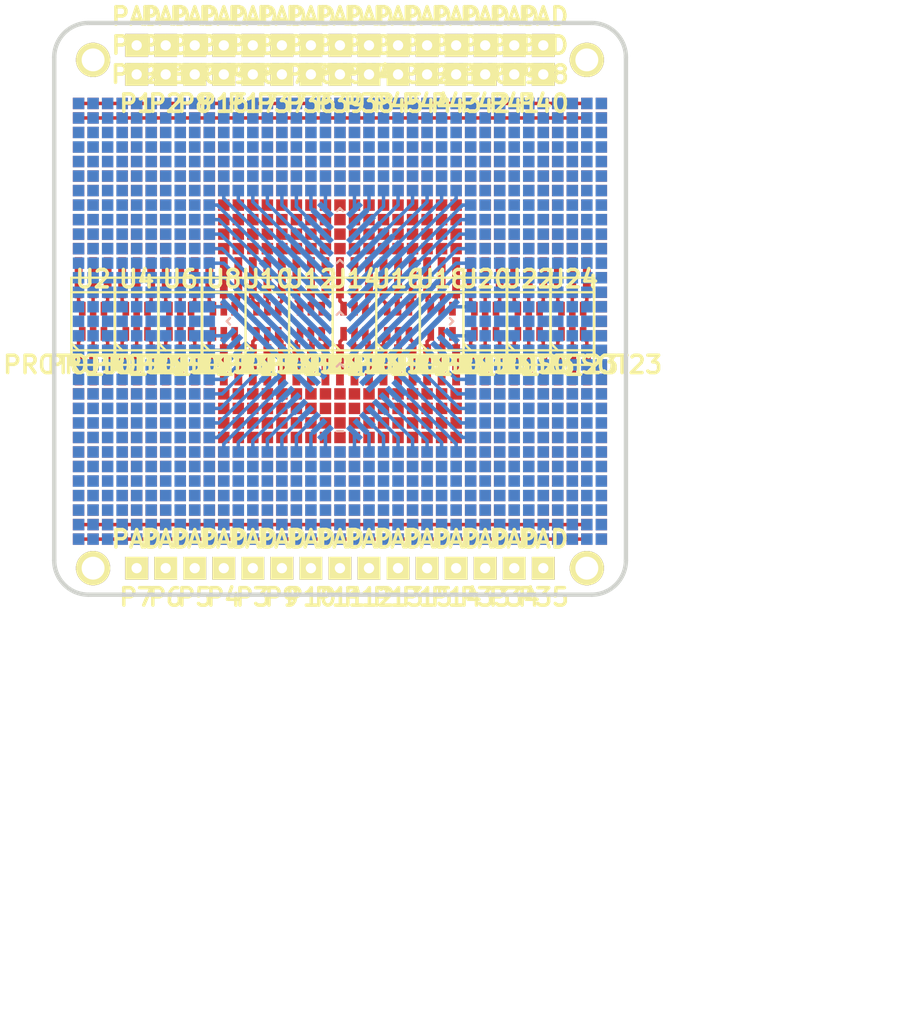
<source format=kicad_pcb>
(kicad_pcb (version 20241229) (generator "pcbnew") (generator_version "9.0")
  (title_block (date "1 dec 2013"))
  (layers (0 "F.Cu" signal "Front") (2 "B.Cu" signal "Back") (13 "F.Paste" user) (15 "B.Paste" user) (5 "F.SilkS" user) (7 "B.SilkS" user) (1 "F.Mask" user) (3 "B.Mask" user) (25 "Edge.Cuts" user))
  (net 0 "")
  (net 1 "N-000001")
  (net 2 "N-0000010")
  (net 3 "N-00000100")
  (net 4 "N-000001000")
  (net 5 "N-000001001")
  (net 6 "N-000001002")
  (net 7 "N-000001003")
  (net 8 "N-000001004")
  (net 9 "N-000001005")
  (net 10 "N-000001006")
  (net 11 "N-000001007")
  (net 12 "N-000001008")
  (net 13 "N-000001009")
  (net 14 "N-00000101")
  (net 15 "N-000001010")
  (net 16 "N-000001011")
  (net 17 "N-000001012")
  (net 18 "N-000001013")
  (net 19 "N-000001014")
  (net 20 "N-000001015")
  (net 21 "N-000001016")
  (net 22 "N-000001017")
  (net 23 "N-000001018")
  (net 24 "N-000001019")
  (net 25 "N-00000102")
  (net 26 "N-000001020")
  (net 27 "N-000001021")
  (net 28 "N-000001022")
  (net 29 "N-000001023")
  (net 30 "N-000001024")
  (net 31 "N-000001025")
  (net 32 "N-000001026")
  (net 33 "N-000001027")
  (net 34 "N-000001028")
  (net 35 "N-000001029")
  (net 36 "N-00000103")
  (net 37 "N-000001030")
  (net 38 "N-000001031")
  (net 39 "N-000001032")
  (net 40 "N-000001033")
  (net 41 "N-000001034")
  (net 42 "N-000001035")
  (net 43 "N-000001036")
  (net 44 "N-000001037")
  (net 45 "N-000001038")
  (net 46 "N-000001039")
  (net 47 "N-00000104")
  (net 48 "N-000001040")
  (net 49 "N-000001041")
  (net 50 "N-000001042")
  (net 51 "N-000001043")
  (net 52 "N-000001044")
  (net 53 "N-000001045")
  (net 54 "N-000001046")
  (net 55 "N-000001047")
  (net 56 "N-000001048")
  (net 57 "N-000001049")
  (net 58 "N-00000105")
  (net 59 "N-000001050")
  (net 60 "N-000001051")
  (net 61 "N-000001052")
  (net 62 "N-000001053")
  (net 63 "N-000001054")
  (net 64 "N-000001055")
  (net 65 "N-000001056")
  (net 66 "N-000001057")
  (net 67 "N-000001058")
  (net 68 "N-000001059")
  (net 69 "N-00000106")
  (net 70 "N-000001060")
  (net 71 "N-000001061")
  (net 72 "N-000001062")
  (net 73 "N-000001063")
  (net 74 "N-000001064")
  (net 75 "N-000001065")
  (net 76 "N-000001066")
  (net 77 "N-000001067")
  (net 78 "N-000001068")
  (net 79 "N-000001069")
  (net 80 "N-00000107")
  (net 81 "N-000001070")
  (net 82 "N-000001071")
  (net 83 "N-000001072")
  (net 84 "N-000001073")
  (net 85 "N-000001074")
  (net 86 "N-000001075")
  (net 87 "N-000001076")
  (net 88 "N-000001077")
  (net 89 "N-000001078")
  (net 90 "N-000001079")
  (net 91 "N-00000108")
  (net 92 "N-000001080")
  (net 93 "N-000001081")
  (net 94 "N-000001082")
  (net 95 "N-000001083")
  (net 96 "N-000001084")
  (net 97 "N-000001085")
  (net 98 "N-000001086")
  (net 99 "N-000001087")
  (net 100 "N-000001088")
  (net 101 "N-000001089")
  (net 102 "N-00000109")
  (net 103 "N-000001090")
  (net 104 "N-000001091")
  (net 105 "N-000001092")
  (net 106 "N-000001093")
  (net 107 "N-000001094")
  (net 108 "N-000001095")
  (net 109 "N-000001096")
  (net 110 "N-000001097")
  (net 111 "N-000001098")
  (net 112 "N-000001099")
  (net 113 "N-0000011")
  (net 114 "N-00000110")
  (net 115 "N-000001100")
  (net 116 "N-000001101")
  (net 117 "N-000001102")
  (net 118 "N-000001103")
  (net 119 "N-000001104")
  (net 120 "N-000001105")
  (net 121 "N-000001106")
  (net 122 "N-000001107")
  (net 123 "N-000001108")
  (net 124 "N-000001109")
  (net 125 "N-00000111")
  (net 126 "N-000001110")
  (net 127 "N-000001111")
  (net 128 "N-000001112")
  (net 129 "N-000001113")
  (net 130 "N-000001114")
  (net 131 "N-000001115")
  (net 132 "N-000001116")
  (net 133 "N-000001117")
  (net 134 "N-000001118")
  (net 135 "N-000001119")
  (net 136 "N-00000112")
  (net 137 "N-000001120")
  (net 138 "N-000001121")
  (net 139 "N-000001122")
  (net 140 "N-000001123")
  (net 141 "N-000001124")
  (net 142 "N-000001125")
  (net 143 "N-000001126")
  (net 144 "N-000001127")
  (net 145 "N-000001128")
  (net 146 "N-000001129")
  (net 147 "N-00000113")
  (net 148 "N-000001130")
  (net 149 "N-000001131")
  (net 150 "N-000001132")
  (net 151 "N-000001133")
  (net 152 "N-000001134")
  (net 153 "N-000001135")
  (net 154 "N-000001136")
  (net 155 "N-000001137")
  (net 156 "N-000001138")
  (net 157 "N-000001139")
  (net 158 "N-00000114")
  (net 159 "N-000001140")
  (net 160 "N-000001141")
  (net 161 "N-000001142")
  (net 162 "N-000001143")
  (net 163 "N-000001144")
  (net 164 "N-000001145")
  (net 165 "N-000001146")
  (net 166 "N-000001147")
  (net 167 "N-000001148")
  (net 168 "N-000001149")
  (net 169 "N-00000115")
  (net 170 "N-000001150")
  (net 171 "N-000001151")
  (net 172 "N-000001152")
  (net 173 "N-000001153")
  (net 174 "N-000001154")
  (net 175 "N-000001155")
  (net 176 "N-000001156")
  (net 177 "N-000001157")
  (net 178 "N-000001158")
  (net 179 "N-000001159")
  (net 180 "N-00000116")
  (net 181 "N-000001160")
  (net 182 "N-000001161")
  (net 183 "N-000001162")
  (net 184 "N-000001163")
  (net 185 "N-000001164")
  (net 186 "N-000001165")
  (net 187 "N-000001166")
  (net 188 "N-000001167")
  (net 189 "N-000001168")
  (net 190 "N-000001169")
  (net 191 "N-00000117")
  (net 192 "N-000001170")
  (net 193 "N-000001171")
  (net 194 "N-000001172")
  (net 195 "N-000001173")
  (net 196 "N-000001174")
  (net 197 "N-000001175")
  (net 198 "N-000001176")
  (net 199 "N-000001177")
  (net 200 "N-000001178")
  (net 201 "N-000001179")
  (net 202 "N-00000118")
  (net 203 "N-000001180")
  (net 204 "N-000001181")
  (net 205 "N-000001182")
  (net 206 "N-000001183")
  (net 207 "N-000001184")
  (net 208 "N-000001185")
  (net 209 "N-000001186")
  (net 210 "N-000001187")
  (net 211 "N-000001188")
  (net 212 "N-000001189")
  (net 213 "N-00000119")
  (net 214 "N-000001190")
  (net 215 "N-000001191")
  (net 216 "N-000001192")
  (net 217 "N-000001193")
  (net 218 "N-000001194")
  (net 219 "N-000001195")
  (net 220 "N-000001196")
  (net 221 "N-000001197")
  (net 222 "N-000001198")
  (net 223 "N-000001199")
  (net 224 "N-0000012")
  (net 225 "N-00000120")
  (net 226 "N-000001200")
  (net 227 "N-000001201")
  (net 228 "N-000001202")
  (net 229 "N-000001203")
  (net 230 "N-000001204")
  (net 231 "N-000001205")
  (net 232 "N-000001206")
  (net 233 "N-000001207")
  (net 234 "N-000001208")
  (net 235 "N-000001209")
  (net 236 "N-00000121")
  (net 237 "N-000001210")
  (net 238 "N-000001211")
  (net 239 "N-000001212")
  (net 240 "N-000001213")
  (net 241 "N-000001214")
  (net 242 "N-000001215")
  (net 243 "N-000001216")
  (net 244 "N-000001217")
  (net 245 "N-000001218")
  (net 246 "N-000001219")
  (net 247 "N-00000122")
  (net 248 "N-000001220")
  (net 249 "N-000001221")
  (net 250 "N-000001222")
  (net 251 "N-000001223")
  (net 252 "N-000001224")
  (net 253 "N-000001225")
  (net 254 "N-000001226")
  (net 255 "N-000001227")
  (net 256 "N-000001228")
  (net 257 "N-000001229")
  (net 258 "N-00000123")
  (net 259 "N-000001230")
  (net 260 "N-000001231")
  (net 261 "N-000001232")
  (net 262 "N-000001233")
  (net 263 "N-000001234")
  (net 264 "N-000001235")
  (net 265 "N-000001236")
  (net 266 "N-000001237")
  (net 267 "N-000001238")
  (net 268 "N-000001239")
  (net 269 "N-00000124")
  (net 270 "N-000001240")
  (net 271 "N-000001241")
  (net 272 "N-000001242")
  (net 273 "N-000001243")
  (net 274 "N-000001244")
  (net 275 "N-000001245")
  (net 276 "N-000001246")
  (net 277 "N-000001247")
  (net 278 "N-000001248")
  (net 279 "N-000001249")
  (net 280 "N-00000125")
  (net 281 "N-000001250")
  (net 282 "N-000001251")
  (net 283 "N-000001252")
  (net 284 "N-000001253")
  (net 285 "N-000001254")
  (net 286 "N-000001255")
  (net 287 "N-000001256")
  (net 288 "N-000001257")
  (net 289 "N-000001258")
  (net 290 "N-000001259")
  (net 291 "N-00000126")
  (net 292 "N-000001260")
  (net 293 "N-000001261")
  (net 294 "N-000001262")
  (net 295 "N-000001263")
  (net 296 "N-000001264")
  (net 297 "N-000001265")
  (net 298 "N-000001266")
  (net 299 "N-000001267")
  (net 300 "N-000001268")
  (net 301 "N-000001269")
  (net 302 "N-00000127")
  (net 303 "N-000001270")
  (net 304 "N-000001271")
  (net 305 "N-000001272")
  (net 306 "N-000001273")
  (net 307 "N-000001274")
  (net 308 "N-000001275")
  (net 309 "N-000001276")
  (net 310 "N-000001277")
  (net 311 "N-000001278")
  (net 312 "N-000001279")
  (net 313 "N-00000128")
  (net 314 "N-000001280")
  (net 315 "N-000001281")
  (net 316 "N-000001282")
  (net 317 "N-000001283")
  (net 318 "N-000001284")
  (net 319 "N-000001285")
  (net 320 "N-000001286")
  (net 321 "N-000001287")
  (net 322 "N-000001288")
  (net 323 "N-000001289")
  (net 324 "N-00000129")
  (net 325 "N-000001290")
  (net 326 "N-000001291")
  (net 327 "N-000001292")
  (net 328 "N-000001293")
  (net 329 "N-000001294")
  (net 330 "N-000001295")
  (net 331 "N-000001296")
  (net 332 "N-000001297")
  (net 333 "N-000001298")
  (net 334 "N-000001299")
  (net 335 "N-0000013")
  (net 336 "N-00000130")
  (net 337 "N-000001300")
  (net 338 "N-000001301")
  (net 339 "N-000001302")
  (net 340 "N-000001303")
  (net 341 "N-000001304")
  (net 342 "N-000001305")
  (net 343 "N-000001306")
  (net 344 "N-000001307")
  (net 345 "N-000001308")
  (net 346 "N-000001309")
  (net 347 "N-00000131")
  (net 348 "N-000001310")
  (net 349 "N-000001311")
  (net 350 "N-000001312")
  (net 351 "N-000001313")
  (net 352 "N-000001314")
  (net 353 "N-000001315")
  (net 354 "N-000001316")
  (net 355 "N-000001317")
  (net 356 "N-000001318")
  (net 357 "N-000001319")
  (net 358 "N-00000132")
  (net 359 "N-000001320")
  (net 360 "N-000001321")
  (net 361 "N-000001322")
  (net 362 "N-000001323")
  (net 363 "N-000001324")
  (net 364 "N-000001325")
  (net 365 "N-000001326")
  (net 366 "N-000001327")
  (net 367 "N-000001328")
  (net 368 "N-000001329")
  (net 369 "N-00000133")
  (net 370 "N-000001330")
  (net 371 "N-000001331")
  (net 372 "N-000001332")
  (net 373 "N-000001333")
  (net 374 "N-000001334")
  (net 375 "N-000001335")
  (net 376 "N-000001336")
  (net 377 "N-000001337")
  (net 378 "N-000001338")
  (net 379 "N-000001339")
  (net 380 "N-00000134")
  (net 381 "N-000001340")
  (net 382 "N-000001341")
  (net 383 "N-000001342")
  (net 384 "N-000001343")
  (net 385 "N-000001344")
  (net 386 "N-000001345")
  (net 387 "N-000001346")
  (net 388 "N-000001347")
  (net 389 "N-000001348")
  (net 390 "N-000001349")
  (net 391 "N-00000135")
  (net 392 "N-000001350")
  (net 393 "N-000001351")
  (net 394 "N-000001352")
  (net 395 "N-000001353")
  (net 396 "N-000001354")
  (net 397 "N-000001355")
  (net 398 "N-000001356")
  (net 399 "N-000001357")
  (net 400 "N-000001358")
  (net 401 "N-000001359")
  (net 402 "N-00000136")
  (net 403 "N-000001360")
  (net 404 "N-000001361")
  (net 405 "N-000001362")
  (net 406 "N-000001363")
  (net 407 "N-000001364")
  (net 408 "N-000001365")
  (net 409 "N-000001366")
  (net 410 "N-000001367")
  (net 411 "N-000001368")
  (net 412 "N-000001369")
  (net 413 "N-00000137")
  (net 414 "N-000001370")
  (net 415 "N-000001371")
  (net 416 "N-000001372")
  (net 417 "N-000001373")
  (net 418 "N-000001374")
  (net 419 "N-000001375")
  (net 420 "N-000001376")
  (net 421 "N-000001377")
  (net 422 "N-000001378")
  (net 423 "N-000001379")
  (net 424 "N-00000138")
  (net 425 "N-000001380")
  (net 426 "N-000001381")
  (net 427 "N-000001382")
  (net 428 "N-000001383")
  (net 429 "N-000001384")
  (net 430 "N-000001385")
  (net 431 "N-000001386")
  (net 432 "N-000001387")
  (net 433 "N-000001388")
  (net 434 "N-000001389")
  (net 435 "N-00000139")
  (net 436 "N-000001390")
  (net 437 "N-000001391")
  (net 438 "N-000001392")
  (net 439 "N-000001393")
  (net 440 "N-000001394")
  (net 441 "N-000001395")
  (net 442 "N-000001396")
  (net 443 "N-000001397")
  (net 444 "N-000001398")
  (net 445 "N-000001399")
  (net 446 "N-0000014")
  (net 447 "N-00000140")
  (net 448 "N-000001400")
  (net 449 "N-000001401")
  (net 450 "N-000001402")
  (net 451 "N-000001403")
  (net 452 "N-000001404")
  (net 453 "N-000001405")
  (net 454 "N-000001406")
  (net 455 "N-000001407")
  (net 456 "N-000001408")
  (net 457 "N-000001409")
  (net 458 "N-00000141")
  (net 459 "N-000001410")
  (net 460 "N-000001411")
  (net 461 "N-000001412")
  (net 462 "N-000001413")
  (net 463 "N-000001414")
  (net 464 "N-000001415")
  (net 465 "N-000001416")
  (net 466 "N-000001417")
  (net 467 "N-000001418")
  (net 468 "N-000001419")
  (net 469 "N-00000142")
  (net 470 "N-000001420")
  (net 471 "N-000001421")
  (net 472 "N-000001422")
  (net 473 "N-000001423")
  (net 474 "N-000001424")
  (net 475 "N-000001425")
  (net 476 "N-000001426")
  (net 477 "N-000001427")
  (net 478 "N-000001428")
  (net 479 "N-000001429")
  (net 480 "N-00000143")
  (net 481 "N-000001430")
  (net 482 "N-000001431")
  (net 483 "N-000001432")
  (net 484 "N-000001433")
  (net 485 "N-000001434")
  (net 486 "N-000001435")
  (net 487 "N-000001436")
  (net 488 "N-000001437")
  (net 489 "N-000001438")
  (net 490 "N-000001439")
  (net 491 "N-00000144")
  (net 492 "N-000001440")
  (net 493 "N-000001441")
  (net 494 "N-000001442")
  (net 495 "N-000001443")
  (net 496 "N-000001444")
  (net 497 "N-000001445")
  (net 498 "N-000001446")
  (net 499 "N-000001447")
  (net 500 "N-000001448")
  (net 501 "N-000001449")
  (net 502 "N-00000145")
  (net 503 "N-000001450")
  (net 504 "N-000001451")
  (net 505 "N-000001452")
  (net 506 "N-000001453")
  (net 507 "N-000001454")
  (net 508 "N-000001455")
  (net 509 "N-000001456")
  (net 510 "N-000001457")
  (net 511 "N-000001458")
  (net 512 "N-000001459")
  (net 513 "N-00000146")
  (net 514 "N-000001460")
  (net 515 "N-000001461")
  (net 516 "N-000001462")
  (net 517 "N-000001463")
  (net 518 "N-000001464")
  (net 519 "N-000001465")
  (net 520 "N-000001466")
  (net 521 "N-000001467")
  (net 522 "N-000001468")
  (net 523 "N-000001469")
  (net 524 "N-00000147")
  (net 525 "N-000001470")
  (net 526 "N-000001471")
  (net 527 "N-000001472")
  (net 528 "N-000001473")
  (net 529 "N-000001474")
  (net 530 "N-000001475")
  (net 531 "N-000001476")
  (net 532 "N-000001477")
  (net 533 "N-000001478")
  (net 534 "N-000001479")
  (net 535 "N-00000148")
  (net 536 "N-000001480")
  (net 537 "N-000001481")
  (net 538 "N-000001482")
  (net 539 "N-000001483")
  (net 540 "N-000001484")
  (net 541 "N-000001485")
  (net 542 "N-000001486")
  (net 543 "N-000001487")
  (net 544 "N-000001488")
  (net 545 "N-000001489")
  (net 546 "N-00000149")
  (net 547 "N-000001490")
  (net 548 "N-000001491")
  (net 549 "N-000001492")
  (net 550 "N-000001493")
  (net 551 "N-000001494")
  (net 552 "N-000001495")
  (net 553 "N-000001496")
  (net 554 "N-000001497")
  (net 555 "N-000001498")
  (net 556 "N-000001499")
  (net 557 "N-0000015")
  (net 558 "N-00000150")
  (net 559 "N-000001500")
  (net 560 "N-000001501")
  (net 561 "N-000001502")
  (net 562 "N-000001503")
  (net 563 "N-000001504")
  (net 564 "N-000001505")
  (net 565 "N-000001506")
  (net 566 "N-000001507")
  (net 567 "N-000001508")
  (net 568 "N-000001509")
  (net 569 "N-00000151")
  (net 570 "N-000001510")
  (net 571 "N-000001511")
  (net 572 "N-000001512")
  (net 573 "N-000001513")
  (net 574 "N-000001514")
  (net 575 "N-000001515")
  (net 576 "N-000001516")
  (net 577 "N-000001517")
  (net 578 "N-000001518")
  (net 579 "N-000001519")
  (net 580 "N-00000152")
  (net 581 "N-000001520")
  (net 582 "N-000001521")
  (net 583 "N-000001522")
  (net 584 "N-000001523")
  (net 585 "N-000001524")
  (net 586 "N-000001525")
  (net 587 "N-000001526")
  (net 588 "N-000001527")
  (net 589 "N-000001528")
  (net 590 "N-000001529")
  (net 591 "N-00000153")
  (net 592 "N-000001530")
  (net 593 "N-000001531")
  (net 594 "N-000001532")
  (net 595 "N-000001533")
  (net 596 "N-000001534")
  (net 597 "N-000001535")
  (net 598 "N-000001536")
  (net 599 "N-000001537")
  (net 600 "N-000001538")
  (net 601 "N-000001539")
  (net 602 "N-00000154")
  (net 603 "N-000001540")
  (net 604 "N-000001541")
  (net 605 "N-000001542")
  (net 606 "N-000001543")
  (net 607 "N-000001544")
  (net 608 "N-000001545")
  (net 609 "N-000001546")
  (net 610 "N-000001547")
  (net 611 "N-000001548")
  (net 612 "N-000001549")
  (net 613 "N-00000155")
  (net 614 "N-000001550")
  (net 615 "N-000001551")
  (net 616 "N-000001552")
  (net 617 "N-000001553")
  (net 618 "N-000001554")
  (net 619 "N-000001555")
  (net 620 "N-000001556")
  (net 621 "N-000001557")
  (net 622 "N-000001558")
  (net 623 "N-000001559")
  (net 624 "N-00000156")
  (net 625 "N-000001560")
  (net 626 "N-000001561")
  (net 627 "N-000001562")
  (net 628 "N-000001563")
  (net 629 "N-000001564")
  (net 630 "N-000001565")
  (net 631 "N-000001566")
  (net 632 "N-000001567")
  (net 633 "N-000001568")
  (net 634 "N-000001569")
  (net 635 "N-00000157")
  (net 636 "N-000001570")
  (net 637 "N-000001571")
  (net 638 "N-000001572")
  (net 639 "N-000001573")
  (net 640 "N-000001574")
  (net 641 "N-000001575")
  (net 642 "N-000001576")
  (net 643 "N-000001577")
  (net 644 "N-000001578")
  (net 645 "N-000001579")
  (net 646 "N-00000158")
  (net 647 "N-000001580")
  (net 648 "N-000001581")
  (net 649 "N-000001582")
  (net 650 "N-000001583")
  (net 651 "N-000001584")
  (net 652 "N-000001585")
  (net 653 "N-000001586")
  (net 654 "N-000001587")
  (net 655 "N-000001588")
  (net 656 "N-000001589")
  (net 657 "N-00000159")
  (net 658 "N-000001590")
  (net 659 "N-000001591")
  (net 660 "N-000001592")
  (net 661 "N-000001593")
  (net 662 "N-000001594")
  (net 663 "N-000001595")
  (net 664 "N-000001596")
  (net 665 "N-000001597")
  (net 666 "N-000001598")
  (net 667 "N-000001599")
  (net 668 "N-0000016")
  (net 669 "N-00000160")
  (net 670 "N-000001600")
  (net 671 "N-000001601")
  (net 672 "N-000001602")
  (net 673 "N-000001603")
  (net 674 "N-000001604")
  (net 675 "N-000001605")
  (net 676 "N-000001606")
  (net 677 "N-000001607")
  (net 678 "N-000001608")
  (net 679 "N-000001609")
  (net 680 "N-00000161")
  (net 681 "N-000001610")
  (net 682 "N-000001611")
  (net 683 "N-000001612")
  (net 684 "N-000001613")
  (net 685 "N-000001614")
  (net 686 "N-000001615")
  (net 687 "N-000001616")
  (net 688 "N-000001617")
  (net 689 "N-000001618")
  (net 690 "N-000001619")
  (net 691 "N-00000162")
  (net 692 "N-000001620")
  (net 693 "N-000001621")
  (net 694 "N-000001622")
  (net 695 "N-000001623")
  (net 696 "N-000001624")
  (net 697 "N-000001625")
  (net 698 "N-000001626")
  (net 699 "N-000001627")
  (net 700 "N-000001628")
  (net 701 "N-000001629")
  (net 702 "N-00000163")
  (net 703 "N-000001630")
  (net 704 "N-000001631")
  (net 705 "N-000001632")
  (net 706 "N-000001633")
  (net 707 "N-000001634")
  (net 708 "N-000001635")
  (net 709 "N-000001636")
  (net 710 "N-000001637")
  (net 711 "N-000001638")
  (net 712 "N-000001639")
  (net 713 "N-00000164")
  (net 714 "N-000001640")
  (net 715 "N-000001641")
  (net 716 "N-000001642")
  (net 717 "N-000001643")
  (net 718 "N-000001644")
  (net 719 "N-000001645")
  (net 720 "N-000001646")
  (net 721 "N-000001647")
  (net 722 "N-000001648")
  (net 723 "N-000001649")
  (net 724 "N-00000165")
  (net 725 "N-000001650")
  (net 726 "N-000001651")
  (net 727 "N-000001652")
  (net 728 "N-000001653")
  (net 729 "N-000001654")
  (net 730 "N-000001655")
  (net 731 "N-000001656")
  (net 732 "N-000001657")
  (net 733 "N-000001658")
  (net 734 "N-000001659")
  (net 735 "N-00000166")
  (net 736 "N-000001660")
  (net 737 "N-000001661")
  (net 738 "N-000001662")
  (net 739 "N-00000167")
  (net 740 "N-00000168")
  (net 741 "N-00000169")
  (net 742 "N-0000017")
  (net 743 "N-00000170")
  (net 744 "N-00000171")
  (net 745 "N-00000172")
  (net 746 "N-00000173")
  (net 747 "N-00000174")
  (net 748 "N-00000175")
  (net 749 "N-00000176")
  (net 750 "N-00000177")
  (net 751 "N-00000178")
  (net 752 "N-00000179")
  (net 753 "N-0000018")
  (net 754 "N-00000180")
  (net 755 "N-00000181")
  (net 756 "N-00000182")
  (net 757 "N-00000183")
  (net 758 "N-00000184")
  (net 759 "N-00000185")
  (net 760 "N-00000186")
  (net 761 "N-00000187")
  (net 762 "N-00000188")
  (net 763 "N-00000189")
  (net 764 "N-0000019")
  (net 765 "N-00000190")
  (net 766 "N-00000191")
  (net 767 "N-00000192")
  (net 768 "N-00000193")
  (net 769 "N-00000194")
  (net 770 "N-00000195")
  (net 771 "N-00000196")
  (net 772 "N-00000197")
  (net 773 "N-00000198")
  (net 774 "N-00000199")
  (net 775 "N-000002")
  (net 776 "N-0000020")
  (net 777 "N-00000200")
  (net 778 "N-00000201")
  (net 779 "N-00000202")
  (net 780 "N-00000203")
  (net 781 "N-00000204")
  (net 782 "N-00000205")
  (net 783 "N-00000206")
  (net 784 "N-00000207")
  (net 785 "N-00000208")
  (net 786 "N-00000209")
  (net 787 "N-0000021")
  (net 788 "N-00000210")
  (net 789 "N-00000211")
  (net 790 "N-00000212")
  (net 791 "N-00000213")
  (net 792 "N-00000214")
  (net 793 "N-00000215")
  (net 794 "N-00000216")
  (net 795 "N-00000217")
  (net 796 "N-00000218")
  (net 797 "N-00000219")
  (net 798 "N-0000022")
  (net 799 "N-00000220")
  (net 800 "N-00000221")
  (net 801 "N-00000222")
  (net 802 "N-00000223")
  (net 803 "N-00000224")
  (net 804 "N-00000225")
  (net 805 "N-00000226")
  (net 806 "N-00000227")
  (net 807 "N-00000228")
  (net 808 "N-00000229")
  (net 809 "N-0000023")
  (net 810 "N-00000230")
  (net 811 "N-00000231")
  (net 812 "N-00000232")
  (net 813 "N-00000233")
  (net 814 "N-00000234")
  (net 815 "N-00000235")
  (net 816 "N-00000236")
  (net 817 "N-00000237")
  (net 818 "N-00000238")
  (net 819 "N-00000239")
  (net 820 "N-0000024")
  (net 821 "N-00000240")
  (net 822 "N-00000241")
  (net 823 "N-00000242")
  (net 824 "N-00000243")
  (net 825 "N-00000244")
  (net 826 "N-00000245")
  (net 827 "N-00000246")
  (net 828 "N-00000247")
  (net 829 "N-00000248")
  (net 830 "N-00000249")
  (net 831 "N-0000025")
  (net 832 "N-00000250")
  (net 833 "N-00000251")
  (net 834 "N-00000252")
  (net 835 "N-00000253")
  (net 836 "N-00000254")
  (net 837 "N-00000255")
  (net 838 "N-00000256")
  (net 839 "N-00000257")
  (net 840 "N-00000258")
  (net 841 "N-00000259")
  (net 842 "N-0000026")
  (net 843 "N-00000260")
  (net 844 "N-00000261")
  (net 845 "N-00000262")
  (net 846 "N-00000263")
  (net 847 "N-00000264")
  (net 848 "N-00000265")
  (net 849 "N-00000266")
  (net 850 "N-00000267")
  (net 851 "N-00000268")
  (net 852 "N-00000269")
  (net 853 "N-0000027")
  (net 854 "N-00000270")
  (net 855 "N-00000271")
  (net 856 "N-00000272")
  (net 857 "N-00000273")
  (net 858 "N-00000274")
  (net 859 "N-00000275")
  (net 860 "N-00000276")
  (net 861 "N-00000277")
  (net 862 "N-00000278")
  (net 863 "N-00000279")
  (net 864 "N-0000028")
  (net 865 "N-00000280")
  (net 866 "N-00000281")
  (net 867 "N-00000282")
  (net 868 "N-00000283")
  (net 869 "N-00000284")
  (net 870 "N-00000285")
  (net 871 "N-00000286")
  (net 872 "N-00000287")
  (net 873 "N-00000288")
  (net 874 "N-00000289")
  (net 875 "N-0000029")
  (net 876 "N-00000290")
  (net 877 "N-00000291")
  (net 878 "N-00000292")
  (net 879 "N-00000293")
  (net 880 "N-00000294")
  (net 881 "N-00000295")
  (net 882 "N-00000296")
  (net 883 "N-00000297")
  (net 884 "N-00000298")
  (net 885 "N-00000299")
  (net 886 "N-000003")
  (net 887 "N-0000030")
  (net 888 "N-00000300")
  (net 889 "N-00000301")
  (net 890 "N-00000302")
  (net 891 "N-00000303")
  (net 892 "N-00000304")
  (net 893 "N-00000305")
  (net 894 "N-00000306")
  (net 895 "N-00000307")
  (net 896 "N-00000308")
  (net 897 "N-00000309")
  (net 898 "N-0000031")
  (net 899 "N-00000310")
  (net 900 "N-00000311")
  (net 901 "N-00000312")
  (net 902 "N-00000313")
  (net 903 "N-00000314")
  (net 904 "N-00000315")
  (net 905 "N-00000316")
  (net 906 "N-00000317")
  (net 907 "N-00000318")
  (net 908 "N-00000319")
  (net 909 "N-0000032")
  (net 910 "N-00000320")
  (net 911 "N-00000321")
  (net 912 "N-00000322")
  (net 913 "N-00000323")
  (net 914 "N-00000324")
  (net 915 "N-00000325")
  (net 916 "N-00000326")
  (net 917 "N-00000327")
  (net 918 "N-00000328")
  (net 919 "N-00000329")
  (net 920 "N-0000033")
  (net 921 "N-00000330")
  (net 922 "N-00000331")
  (net 923 "N-00000332")
  (net 924 "N-00000333")
  (net 925 "N-00000334")
  (net 926 "N-00000335")
  (net 927 "N-00000336")
  (net 928 "N-00000337")
  (net 929 "N-00000338")
  (net 930 "N-00000339")
  (net 931 "N-0000034")
  (net 932 "N-00000340")
  (net 933 "N-00000341")
  (net 934 "N-00000342")
  (net 935 "N-00000343")
  (net 936 "N-00000344")
  (net 937 "N-00000345")
  (net 938 "N-00000346")
  (net 939 "N-00000347")
  (net 940 "N-00000348")
  (net 941 "N-00000349")
  (net 942 "N-0000035")
  (net 943 "N-00000350")
  (net 944 "N-00000351")
  (net 945 "N-00000352")
  (net 946 "N-00000353")
  (net 947 "N-00000354")
  (net 948 "N-00000355")
  (net 949 "N-00000356")
  (net 950 "N-00000357")
  (net 951 "N-00000358")
  (net 952 "N-00000359")
  (net 953 "N-0000036")
  (net 954 "N-00000360")
  (net 955 "N-00000361")
  (net 956 "N-00000362")
  (net 957 "N-00000363")
  (net 958 "N-00000364")
  (net 959 "N-00000365")
  (net 960 "N-00000366")
  (net 961 "N-00000367")
  (net 962 "N-00000368")
  (net 963 "N-00000369")
  (net 964 "N-0000037")
  (net 965 "N-00000370")
  (net 966 "N-00000371")
  (net 967 "N-00000372")
  (net 968 "N-00000373")
  (net 969 "N-00000374")
  (net 970 "N-00000375")
  (net 971 "N-00000376")
  (net 972 "N-00000377")
  (net 973 "N-00000378")
  (net 974 "N-00000379")
  (net 975 "N-0000038")
  (net 976 "N-00000380")
  (net 977 "N-00000381")
  (net 978 "N-00000382")
  (net 979 "N-00000383")
  (net 980 "N-00000384")
  (net 981 "N-00000385")
  (net 982 "N-00000386")
  (net 983 "N-00000387")
  (net 984 "N-00000388")
  (net 985 "N-00000389")
  (net 986 "N-0000039")
  (net 987 "N-00000390")
  (net 988 "N-00000391")
  (net 989 "N-00000392")
  (net 990 "N-00000393")
  (net 991 "N-00000394")
  (net 992 "N-00000395")
  (net 993 "N-00000396")
  (net 994 "N-00000397")
  (net 995 "N-00000398")
  (net 996 "N-00000399")
  (net 997 "N-000004")
  (net 998 "N-0000040")
  (net 999 "N-00000400")
  (net 1000 "N-00000401")
  (net 1001 "N-00000402")
  (net 1002 "N-00000403")
  (net 1003 "N-00000404")
  (net 1004 "N-00000405")
  (net 1005 "N-00000406")
  (net 1006 "N-00000407")
  (net 1007 "N-00000408")
  (net 1008 "N-00000409")
  (net 1009 "N-0000041")
  (net 1010 "N-00000410")
  (net 1011 "N-00000411")
  (net 1012 "N-00000412")
  (net 1013 "N-00000413")
  (net 1014 "N-00000414")
  (net 1015 "N-00000415")
  (net 1016 "N-00000416")
  (net 1017 "N-00000417")
  (net 1018 "N-00000418")
  (net 1019 "N-00000419")
  (net 1020 "N-0000042")
  (net 1021 "N-00000420")
  (net 1022 "N-00000421")
  (net 1023 "N-00000422")
  (net 1024 "N-00000423")
  (net 1025 "N-00000424")
  (net 1026 "N-00000425")
  (net 1027 "N-00000426")
  (net 1028 "N-00000427")
  (net 1029 "N-00000428")
  (net 1030 "N-00000429")
  (net 1031 "N-0000043")
  (net 1032 "N-00000430")
  (net 1033 "N-00000431")
  (net 1034 "N-00000432")
  (net 1035 "N-00000433")
  (net 1036 "N-00000434")
  (net 1037 "N-00000435")
  (net 1038 "N-00000436")
  (net 1039 "N-00000437")
  (net 1040 "N-00000438")
  (net 1041 "N-00000439")
  (net 1042 "N-0000044")
  (net 1043 "N-00000440")
  (net 1044 "N-00000441")
  (net 1045 "N-00000442")
  (net 1046 "N-00000443")
  (net 1047 "N-00000444")
  (net 1048 "N-00000445")
  (net 1049 "N-00000446")
  (net 1050 "N-00000447")
  (net 1051 "N-00000448")
  (net 1052 "N-00000449")
  (net 1053 "N-0000045")
  (net 1054 "N-00000450")
  (net 1055 "N-00000451")
  (net 1056 "N-00000452")
  (net 1057 "N-00000453")
  (net 1058 "N-00000454")
  (net 1059 "N-00000455")
  (net 1060 "N-00000456")
  (net 1061 "N-00000457")
  (net 1062 "N-00000458")
  (net 1063 "N-00000459")
  (net 1064 "N-0000046")
  (net 1065 "N-00000460")
  (net 1066 "N-00000461")
  (net 1067 "N-00000462")
  (net 1068 "N-00000463")
  (net 1069 "N-00000464")
  (net 1070 "N-00000465")
  (net 1071 "N-00000466")
  (net 1072 "N-00000467")
  (net 1073 "N-00000468")
  (net 1074 "N-00000469")
  (net 1075 "N-0000047")
  (net 1076 "N-00000470")
  (net 1077 "N-00000471")
  (net 1078 "N-00000472")
  (net 1079 "N-00000473")
  (net 1080 "N-00000474")
  (net 1081 "N-00000475")
  (net 1082 "N-00000476")
  (net 1083 "N-00000477")
  (net 1084 "N-00000478")
  (net 1085 "N-00000479")
  (net 1086 "N-0000048")
  (net 1087 "N-00000480")
  (net 1088 "N-00000481")
  (net 1089 "N-00000482")
  (net 1090 "N-00000483")
  (net 1091 "N-00000484")
  (net 1092 "N-00000485")
  (net 1093 "N-00000486")
  (net 1094 "N-00000487")
  (net 1095 "N-00000488")
  (net 1096 "N-00000489")
  (net 1097 "N-0000049")
  (net 1098 "N-00000490")
  (net 1099 "N-00000491")
  (net 1100 "N-00000492")
  (net 1101 "N-00000493")
  (net 1102 "N-00000494")
  (net 1103 "N-00000495")
  (net 1104 "N-00000496")
  (net 1105 "N-00000497")
  (net 1106 "N-00000498")
  (net 1107 "N-00000499")
  (net 1108 "N-000005")
  (net 1109 "N-0000050")
  (net 1110 "N-00000500")
  (net 1111 "N-00000501")
  (net 1112 "N-00000502")
  (net 1113 "N-00000503")
  (net 1114 "N-00000504")
  (net 1115 "N-00000505")
  (net 1116 "N-00000506")
  (net 1117 "N-00000507")
  (net 1118 "N-00000508")
  (net 1119 "N-00000509")
  (net 1120 "N-0000051")
  (net 1121 "N-00000510")
  (net 1122 "N-00000511")
  (net 1123 "N-00000512")
  (net 1124 "N-00000513")
  (net 1125 "N-00000514")
  (net 1126 "N-00000515")
  (net 1127 "N-00000516")
  (net 1128 "N-00000517")
  (net 1129 "N-00000518")
  (net 1130 "N-00000519")
  (net 1131 "N-0000052")
  (net 1132 "N-00000520")
  (net 1133 "N-00000521")
  (net 1134 "N-00000522")
  (net 1135 "N-00000523")
  (net 1136 "N-00000524")
  (net 1137 "N-00000525")
  (net 1138 "N-00000526")
  (net 1139 "N-00000527")
  (net 1140 "N-00000528")
  (net 1141 "N-00000529")
  (net 1142 "N-0000053")
  (net 1143 "N-00000530")
  (net 1144 "N-00000531")
  (net 1145 "N-00000532")
  (net 1146 "N-00000533")
  (net 1147 "N-00000534")
  (net 1148 "N-00000535")
  (net 1149 "N-00000536")
  (net 1150 "N-00000537")
  (net 1151 "N-00000538")
  (net 1152 "N-00000539")
  (net 1153 "N-0000054")
  (net 1154 "N-00000540")
  (net 1155 "N-00000541")
  (net 1156 "N-00000542")
  (net 1157 "N-00000543")
  (net 1158 "N-00000544")
  (net 1159 "N-00000545")
  (net 1160 "N-00000546")
  (net 1161 "N-00000547")
  (net 1162 "N-00000548")
  (net 1163 "N-00000549")
  (net 1164 "N-0000055")
  (net 1165 "N-00000550")
  (net 1166 "N-00000551")
  (net 1167 "N-00000552")
  (net 1168 "N-00000553")
  (net 1169 "N-00000554")
  (net 1170 "N-00000555")
  (net 1171 "N-00000556")
  (net 1172 "N-00000557")
  (net 1173 "N-00000558")
  (net 1174 "N-00000559")
  (net 1175 "N-0000056")
  (net 1176 "N-00000560")
  (net 1177 "N-00000561")
  (net 1178 "N-00000562")
  (net 1179 "N-00000563")
  (net 1180 "N-00000564")
  (net 1181 "N-00000565")
  (net 1182 "N-00000566")
  (net 1183 "N-00000567")
  (net 1184 "N-00000568")
  (net 1185 "N-00000569")
  (net 1186 "N-0000057")
  (net 1187 "N-00000570")
  (net 1188 "N-00000571")
  (net 1189 "N-00000572")
  (net 1190 "N-00000573")
  (net 1191 "N-00000574")
  (net 1192 "N-00000575")
  (net 1193 "N-00000576")
  (net 1194 "N-00000577")
  (net 1195 "N-00000578")
  (net 1196 "N-00000579")
  (net 1197 "N-0000058")
  (net 1198 "N-00000580")
  (net 1199 "N-00000581")
  (net 1200 "N-00000582")
  (net 1201 "N-00000583")
  (net 1202 "N-00000584")
  (net 1203 "N-00000585")
  (net 1204 "N-00000586")
  (net 1205 "N-00000587")
  (net 1206 "N-00000588")
  (net 1207 "N-00000589")
  (net 1208 "N-0000059")
  (net 1209 "N-00000590")
  (net 1210 "N-00000591")
  (net 1211 "N-00000592")
  (net 1212 "N-00000593")
  (net 1213 "N-00000594")
  (net 1214 "N-00000595")
  (net 1215 "N-00000596")
  (net 1216 "N-00000597")
  (net 1217 "N-00000598")
  (net 1218 "N-00000599")
  (net 1219 "N-000006")
  (net 1220 "N-0000060")
  (net 1221 "N-00000600")
  (net 1222 "N-00000601")
  (net 1223 "N-00000602")
  (net 1224 "N-00000603")
  (net 1225 "N-00000604")
  (net 1226 "N-00000605")
  (net 1227 "N-00000606")
  (net 1228 "N-00000607")
  (net 1229 "N-00000608")
  (net 1230 "N-00000609")
  (net 1231 "N-0000061")
  (net 1232 "N-00000610")
  (net 1233 "N-00000611")
  (net 1234 "N-00000612")
  (net 1235 "N-00000613")
  (net 1236 "N-00000614")
  (net 1237 "N-00000615")
  (net 1238 "N-00000616")
  (net 1239 "N-00000617")
  (net 1240 "N-00000618")
  (net 1241 "N-00000619")
  (net 1242 "N-0000062")
  (net 1243 "N-00000620")
  (net 1244 "N-00000621")
  (net 1245 "N-00000622")
  (net 1246 "N-00000623")
  (net 1247 "N-00000624")
  (net 1248 "N-00000625")
  (net 1249 "N-00000626")
  (net 1250 "N-00000627")
  (net 1251 "N-00000628")
  (net 1252 "N-00000629")
  (net 1253 "N-0000063")
  (net 1254 "N-00000630")
  (net 1255 "N-00000631")
  (net 1256 "N-00000632")
  (net 1257 "N-00000633")
  (net 1258 "N-00000634")
  (net 1259 "N-00000635")
  (net 1260 "N-00000636")
  (net 1261 "N-00000637")
  (net 1262 "N-00000638")
  (net 1263 "N-00000639")
  (net 1264 "N-0000064")
  (net 1265 "N-00000640")
  (net 1266 "N-00000641")
  (net 1267 "N-00000642")
  (net 1268 "N-00000643")
  (net 1269 "N-00000644")
  (net 1270 "N-00000645")
  (net 1271 "N-00000646")
  (net 1272 "N-00000647")
  (net 1273 "N-00000648")
  (net 1274 "N-00000649")
  (net 1275 "N-0000065")
  (net 1276 "N-00000650")
  (net 1277 "N-00000651")
  (net 1278 "N-00000652")
  (net 1279 "N-00000653")
  (net 1280 "N-00000654")
  (net 1281 "N-00000655")
  (net 1282 "N-00000656")
  (net 1283 "N-00000657")
  (net 1284 "N-00000658")
  (net 1285 "N-00000659")
  (net 1286 "N-0000066")
  (net 1287 "N-00000660")
  (net 1288 "N-00000661")
  (net 1289 "N-00000662")
  (net 1290 "N-00000663")
  (net 1291 "N-00000664")
  (net 1292 "N-00000665")
  (net 1293 "N-00000666")
  (net 1294 "N-00000667")
  (net 1295 "N-00000668")
  (net 1296 "N-00000669")
  (net 1297 "N-0000067")
  (net 1298 "N-00000670")
  (net 1299 "N-00000671")
  (net 1300 "N-00000672")
  (net 1301 "N-00000673")
  (net 1302 "N-00000674")
  (net 1303 "N-00000675")
  (net 1304 "N-00000676")
  (net 1305 "N-00000677")
  (net 1306 "N-00000678")
  (net 1307 "N-00000679")
  (net 1308 "N-0000068")
  (net 1309 "N-00000680")
  (net 1310 "N-00000681")
  (net 1311 "N-00000682")
  (net 1312 "N-00000683")
  (net 1313 "N-00000684")
  (net 1314 "N-00000685")
  (net 1315 "N-00000686")
  (net 1316 "N-00000687")
  (net 1317 "N-00000688")
  (net 1318 "N-00000689")
  (net 1319 "N-0000069")
  (net 1320 "N-00000690")
  (net 1321 "N-00000691")
  (net 1322 "N-00000692")
  (net 1323 "N-00000693")
  (net 1324 "N-00000694")
  (net 1325 "N-00000695")
  (net 1326 "N-00000696")
  (net 1327 "N-00000697")
  (net 1328 "N-00000698")
  (net 1329 "N-00000699")
  (net 1330 "N-000007")
  (net 1331 "N-0000070")
  (net 1332 "N-00000700")
  (net 1333 "N-00000701")
  (net 1334 "N-00000702")
  (net 1335 "N-00000703")
  (net 1336 "N-00000704")
  (net 1337 "N-00000705")
  (net 1338 "N-00000706")
  (net 1339 "N-00000707")
  (net 1340 "N-00000708")
  (net 1341 "N-00000709")
  (net 1342 "N-0000071")
  (net 1343 "N-00000710")
  (net 1344 "N-00000711")
  (net 1345 "N-00000712")
  (net 1346 "N-00000713")
  (net 1347 "N-00000714")
  (net 1348 "N-00000715")
  (net 1349 "N-00000716")
  (net 1350 "N-00000717")
  (net 1351 "N-00000718")
  (net 1352 "N-00000719")
  (net 1353 "N-0000072")
  (net 1354 "N-00000720")
  (net 1355 "N-00000721")
  (net 1356 "N-00000722")
  (net 1357 "N-00000723")
  (net 1358 "N-00000724")
  (net 1359 "N-00000725")
  (net 1360 "N-00000726")
  (net 1361 "N-00000727")
  (net 1362 "N-00000728")
  (net 1363 "N-00000729")
  (net 1364 "N-0000073")
  (net 1365 "N-00000730")
  (net 1366 "N-00000731")
  (net 1367 "N-00000732")
  (net 1368 "N-00000733")
  (net 1369 "N-00000734")
  (net 1370 "N-00000735")
  (net 1371 "N-00000736")
  (net 1372 "N-00000737")
  (net 1373 "N-00000738")
  (net 1374 "N-00000739")
  (net 1375 "N-0000074")
  (net 1376 "N-00000740")
  (net 1377 "N-00000741")
  (net 1378 "N-00000742")
  (net 1379 "N-00000743")
  (net 1380 "N-00000744")
  (net 1381 "N-00000745")
  (net 1382 "N-00000746")
  (net 1383 "N-00000747")
  (net 1384 "N-00000748")
  (net 1385 "N-00000749")
  (net 1386 "N-0000075")
  (net 1387 "N-00000750")
  (net 1388 "N-00000751")
  (net 1389 "N-00000752")
  (net 1390 "N-00000753")
  (net 1391 "N-00000754")
  (net 1392 "N-00000755")
  (net 1393 "N-00000756")
  (net 1394 "N-00000757")
  (net 1395 "N-00000758")
  (net 1396 "N-00000759")
  (net 1397 "N-0000076")
  (net 1398 "N-00000760")
  (net 1399 "N-00000761")
  (net 1400 "N-00000762")
  (net 1401 "N-00000763")
  (net 1402 "N-00000764")
  (net 1403 "N-00000765")
  (net 1404 "N-00000766")
  (net 1405 "N-00000767")
  (net 1406 "N-00000768")
  (net 1407 "N-00000769")
  (net 1408 "N-0000077")
  (net 1409 "N-00000770")
  (net 1410 "N-00000771")
  (net 1411 "N-00000772")
  (net 1412 "N-00000773")
  (net 1413 "N-00000774")
  (net 1414 "N-00000775")
  (net 1415 "N-00000776")
  (net 1416 "N-00000777")
  (net 1417 "N-00000778")
  (net 1418 "N-00000779")
  (net 1419 "N-0000078")
  (net 1420 "N-00000780")
  (net 1421 "N-00000781")
  (net 1422 "N-00000782")
  (net 1423 "N-00000783")
  (net 1424 "N-00000784")
  (net 1425 "N-00000785")
  (net 1426 "N-00000786")
  (net 1427 "N-00000787")
  (net 1428 "N-00000788")
  (net 1429 "N-00000789")
  (net 1430 "N-0000079")
  (net 1431 "N-00000790")
  (net 1432 "N-00000791")
  (net 1433 "N-00000792")
  (net 1434 "N-00000793")
  (net 1435 "N-00000794")
  (net 1436 "N-00000795")
  (net 1437 "N-00000796")
  (net 1438 "N-00000797")
  (net 1439 "N-00000798")
  (net 1440 "N-00000799")
  (net 1441 "N-000008")
  (net 1442 "N-0000080")
  (net 1443 "N-00000800")
  (net 1444 "N-00000801")
  (net 1445 "N-00000802")
  (net 1446 "N-00000803")
  (net 1447 "N-00000804")
  (net 1448 "N-00000805")
  (net 1449 "N-00000806")
  (net 1450 "N-00000807")
  (net 1451 "N-00000808")
  (net 1452 "N-00000809")
  (net 1453 "N-0000081")
  (net 1454 "N-00000810")
  (net 1455 "N-00000811")
  (net 1456 "N-00000812")
  (net 1457 "N-00000813")
  (net 1458 "N-00000814")
  (net 1459 "N-00000815")
  (net 1460 "N-00000816")
  (net 1461 "N-00000817")
  (net 1462 "N-00000818")
  (net 1463 "N-00000819")
  (net 1464 "N-0000082")
  (net 1465 "N-00000820")
  (net 1466 "N-00000821")
  (net 1467 "N-00000822")
  (net 1468 "N-00000823")
  (net 1469 "N-00000824")
  (net 1470 "N-00000825")
  (net 1471 "N-00000826")
  (net 1472 "N-00000827")
  (net 1473 "N-00000828")
  (net 1474 "N-00000829")
  (net 1475 "N-0000083")
  (net 1476 "N-00000830")
  (net 1477 "N-00000831")
  (net 1478 "N-00000832")
  (net 1479 "N-00000833")
  (net 1480 "N-00000834")
  (net 1481 "N-00000835")
  (net 1482 "N-00000836")
  (net 1483 "N-00000837")
  (net 1484 "N-00000838")
  (net 1485 "N-00000839")
  (net 1486 "N-0000084")
  (net 1487 "N-00000840")
  (net 1488 "N-00000841")
  (net 1489 "N-00000842")
  (net 1490 "N-00000843")
  (net 1491 "N-00000844")
  (net 1492 "N-00000845")
  (net 1493 "N-00000846")
  (net 1494 "N-00000847")
  (net 1495 "N-00000848")
  (net 1496 "N-00000849")
  (net 1497 "N-0000085")
  (net 1498 "N-00000850")
  (net 1499 "N-00000851")
  (net 1500 "N-00000852")
  (net 1501 "N-00000853")
  (net 1502 "N-00000854")
  (net 1503 "N-00000855")
  (net 1504 "N-00000856")
  (net 1505 "N-00000857")
  (net 1506 "N-00000858")
  (net 1507 "N-00000859")
  (net 1508 "N-0000086")
  (net 1509 "N-00000860")
  (net 1510 "N-00000861")
  (net 1511 "N-00000862")
  (net 1512 "N-00000863")
  (net 1513 "N-00000864")
  (net 1514 "N-00000865")
  (net 1515 "N-00000866")
  (net 1516 "N-00000867")
  (net 1517 "N-00000868")
  (net 1518 "N-00000869")
  (net 1519 "N-0000087")
  (net 1520 "N-00000870")
  (net 1521 "N-00000871")
  (net 1522 "N-00000872")
  (net 1523 "N-00000873")
  (net 1524 "N-00000874")
  (net 1525 "N-00000875")
  (net 1526 "N-00000876")
  (net 1527 "N-00000877")
  (net 1528 "N-00000878")
  (net 1529 "N-00000879")
  (net 1530 "N-0000088")
  (net 1531 "N-00000880")
  (net 1532 "N-00000881")
  (net 1533 "N-00000882")
  (net 1534 "N-00000883")
  (net 1535 "N-00000884")
  (net 1536 "N-00000885")
  (net 1537 "N-00000886")
  (net 1538 "N-00000887")
  (net 1539 "N-00000888")
  (net 1540 "N-00000889")
  (net 1541 "N-0000089")
  (net 1542 "N-00000890")
  (net 1543 "N-00000891")
  (net 1544 "N-00000892")
  (net 1545 "N-00000893")
  (net 1546 "N-00000894")
  (net 1547 "N-00000895")
  (net 1548 "N-00000896")
  (net 1549 "N-00000897")
  (net 1550 "N-00000898")
  (net 1551 "N-00000899")
  (net 1552 "N-000009")
  (net 1553 "N-0000090")
  (net 1554 "N-00000900")
  (net 1555 "N-00000901")
  (net 1556 "N-00000902")
  (net 1557 "N-00000903")
  (net 1558 "N-00000904")
  (net 1559 "N-00000905")
  (net 1560 "N-00000906")
  (net 1561 "N-00000907")
  (net 1562 "N-00000908")
  (net 1563 "N-00000909")
  (net 1564 "N-0000091")
  (net 1565 "N-00000910")
  (net 1566 "N-00000911")
  (net 1567 "N-00000912")
  (net 1568 "N-00000913")
  (net 1569 "N-00000914")
  (net 1570 "N-00000915")
  (net 1571 "N-00000916")
  (net 1572 "N-00000917")
  (net 1573 "N-00000918")
  (net 1574 "N-00000919")
  (net 1575 "N-0000092")
  (net 1576 "N-00000920")
  (net 1577 "N-00000921")
  (net 1578 "N-00000922")
  (net 1579 "N-00000923")
  (net 1580 "N-00000924")
  (net 1581 "N-00000925")
  (net 1582 "N-00000926")
  (net 1583 "N-00000927")
  (net 1584 "N-00000928")
  (net 1585 "N-00000929")
  (net 1586 "N-0000093")
  (net 1587 "N-00000930")
  (net 1588 "N-00000931")
  (net 1589 "N-00000932")
  (net 1590 "N-00000933")
  (net 1591 "N-00000934")
  (net 1592 "N-00000935")
  (net 1593 "N-00000936")
  (net 1594 "N-00000937")
  (net 1595 "N-00000938")
  (net 1596 "N-00000939")
  (net 1597 "N-0000094")
  (net 1598 "N-00000940")
  (net 1599 "N-00000941")
  (net 1600 "N-00000942")
  (net 1601 "N-00000943")
  (net 1602 "N-00000944")
  (net 1603 "N-00000945")
  (net 1604 "N-00000946")
  (net 1605 "N-00000947")
  (net 1606 "N-00000948")
  (net 1607 "N-00000949")
  (net 1608 "N-0000095")
  (net 1609 "N-00000950")
  (net 1610 "N-00000951")
  (net 1611 "N-00000952")
  (net 1612 "N-00000953")
  (net 1613 "N-00000954")
  (net 1614 "N-00000955")
  (net 1615 "N-00000956")
  (net 1616 "N-00000957")
  (net 1617 "N-00000958")
  (net 1618 "N-00000959")
  (net 1619 "N-0000096")
  (net 1620 "N-00000960")
  (net 1621 "N-00000961")
  (net 1622 "N-00000962")
  (net 1623 "N-00000963")
  (net 1624 "N-00000964")
  (net 1625 "N-00000965")
  (net 1626 "N-00000966")
  (net 1627 "N-00000967")
  (net 1628 "N-00000968")
  (net 1629 "N-00000969")
  (net 1630 "N-0000097")
  (net 1631 "N-00000970")
  (net 1632 "N-00000971")
  (net 1633 "N-00000972")
  (net 1634 "N-00000973")
  (net 1635 "N-00000974")
  (net 1636 "N-00000975")
  (net 1637 "N-00000976")
  (net 1638 "N-00000977")
  (net 1639 "N-00000978")
  (net 1640 "N-00000979")
  (net 1641 "N-0000098")
  (net 1642 "N-00000980")
  (net 1643 "N-00000981")
  (net 1644 "N-00000982")
  (net 1645 "N-00000983")
  (net 1646 "N-00000984")
  (net 1647 "N-00000985")
  (net 1648 "N-00000986")
  (net 1649 "N-00000987")
  (net 1650 "N-00000988")
  (net 1651 "N-00000989")
  (net 1652 "N-0000099")
  (net 1653 "N-00000990")
  (net 1654 "N-00000991")
  (net 1655 "N-00000992")
  (net 1656 "N-00000993")
  (net 1657 "N-00000994")
  (net 1658 "N-00000995")
  (net 1659 "N-00000996")
  (net 1660 "N-00000997")
  (net 1661 "N-00000998")
  (net 1662 "N-00000999")
  (footprint "proto_pad2" (layer "F.Cu") (at 55.07 29.5))
  (footprint "proto_pad2" (layer "F.Cu") (at 57.61 29.5))
  (footprint "proto_pad2" (layer "F.Cu") (at 60.15 29.5))
  (footprint "proto_pad2" (layer "F.Cu") (at 62.69 29.5))
  (footprint "proto_pad2" (layer "F.Cu") (at 65.23 29.5))
  (footprint "proto_pad2" (layer "F.Cu") (at 67.77 29.5))
  (footprint "proto_pad2" (layer "F.Cu") (at 49.99 29.5))
  (footprint "proto_pad2" (layer "F.Cu") (at 52.53 29.5))
  (footprint "proto_pad2" (layer "F.Cu") (at 44.91 29.5))
  (footprint "proto_pad2" (layer "F.Cu") (at 47.45 29.5))
  (footprint "proto_pad2" (layer "F.Cu") (at 42.37 29.5))
  (footprint "proto_pad2" (layer "F.Cu") (at 39.83 29.5))
  (footprint "proto_pad2" (layer "F.Cu") (at 37.29 29.5))
  (footprint "proto_pad2" (layer "F.Cu") (at 34.75 29.5))
  (footprint "proto_pad2" (layer "F.Cu") (at 32.21 29.5))
  (footprint "proto_pad" (layer "F.Cu") (at 70.31 43.47))
  (footprint "proto_pad" (layer "F.Cu") (at 71.58 43.47))
  (footprint "proto_pad" (layer "F.Cu") (at 71.58 42.2))
  (footprint "proto_pad" (layer "F.Cu") (at 70.31 42.2))
  (footprint "proto_pad" (layer "F.Cu") (at 69.04 43.47))
  (footprint "proto_pad" (layer "F.Cu") (at 69.04 42.2))
  (footprint "proto_pad" (layer "F.Cu") (at 71.58 40.93))
  (footprint "proto_pad" (layer "F.Cu") (at 71.58 39.66))
  (footprint "proto_pad" (layer "F.Cu") (at 70.31 40.93))
  (footprint "proto_pad" (layer "F.Cu") (at 70.31 39.66))
  (footprint "proto_pad" (layer "F.Cu") (at 69.04 40.93))
  (footprint "proto_pad" (layer "F.Cu") (at 69.04 39.66))
  (footprint "proto_pad" (layer "F.Cu") (at 71.58 38.39))
  (footprint "proto_pad" (layer "F.Cu") (at 70.31 38.39))
  (footprint "proto_pad" (layer "F.Cu") (at 69.04 38.39))
  (footprint "proto_pad" (layer "F.Cu") (at 67.77 39.66))
  (footprint "proto_pad" (layer "F.Cu") (at 67.77 38.39))
  (footprint "proto_pad" (layer "F.Cu") (at 72.85 37.12))
  (footprint "proto_pad" (layer "F.Cu") (at 72.85 33.31))
  (footprint "proto_pad" (layer "F.Cu") (at 72.85 40.93))
  (footprint "proto_pad" (layer "F.Cu") (at 67.77 40.93))
  (footprint "proto_pad" (layer "F.Cu") (at 67.77 42.2))
  (footprint "proto_pad" (layer "F.Cu") (at 67.77 43.47))
  (footprint "proto_pad" (layer "F.Cu") (at 66.5 43.47))
  (footprint "proto_pad" (layer "F.Cu") (at 66.5 42.2))
  (footprint "proto_pad" (layer "F.Cu") (at 66.5 40.93))
  (footprint "proto_pad" (layer "F.Cu") (at 66.5 39.66))
  (footprint "proto_pad" (layer "F.Cu") (at 66.5 38.39))
  (footprint "proto_pad" (layer "F.Cu") (at 65.23 40.93))
  (footprint "proto_pad" (layer "F.Cu") (at 65.23 39.66))
  (footprint "proto_pad" (layer "F.Cu") (at 65.23 38.39))
  (footprint "proto_pad" (layer "F.Cu") (at 72.85 44.74))
  (footprint "proto_pad" (layer "F.Cu") (at 72.85 48.55))
  (footprint "proto_pad" (layer "F.Cu") (at 72.85 52.36))
  (footprint "proto_pad" (layer "F.Cu") (at 65.23 42.2))
  (footprint "proto_pad" (layer "F.Cu") (at 65.23 43.47))
  (footprint "proto_pad" (layer "F.Cu") (at 63.96 43.47))
  (footprint "proto_pad" (layer "F.Cu") (at 63.96 42.2))
  (footprint "proto_pad" (layer "F.Cu") (at 63.96 40.93))
  (footprint "proto_pad" (layer "F.Cu") (at 62.69 39.66))
  (footprint "proto_pad" (layer "F.Cu") (at 63.96 38.39))
  (footprint "proto_pad" (layer "F.Cu") (at 72.85 56.17))
  (footprint "proto_pad" (layer "F.Cu") (at 65.23 44.74))
  (footprint "proto_pad" (layer "F.Cu") (at 66.5 44.74))
  (footprint "proto_pad" (layer "F.Cu") (at 67.77 44.74))
  (footprint "proto_pad" (layer "F.Cu") (at 69.04 44.74))
  (footprint "proto_pad" (layer "F.Cu") (at 70.31 44.74))
  (footprint "proto_pad" (layer "F.Cu") (at 71.58 44.74))
  (footprint "proto_pad" (layer "F.Cu") (at 63.96 44.74))
  (footprint "proto_pad" (layer "F.Cu") (at 72.85 47.28))
  (footprint "proto_pad" (layer "F.Cu") (at 72.85 51.09))
  (footprint "proto_pad" (layer "F.Cu") (at 72.85 39.66))
  (footprint "proto_pad" (layer "F.Cu") (at 72.85 43.47))
  (footprint "proto_pad" (layer "F.Cu") (at 72.85 35.85))
  (footprint "proto_pad" (layer "F.Cu") (at 72.85 32.04))
  (footprint "proto_pad" (layer "F.Cu") (at 72.85 54.9))
  (footprint "proto_pad" (layer "F.Cu") (at 66.5 37.12))
  (footprint "proto_pad" (layer "F.Cu") (at 65.23 37.12))
  (footprint "proto_pad" (layer "F.Cu") (at 63.96 37.12))
  (footprint "proto_pad" (layer "F.Cu") (at 67.77 37.12))
  (footprint "proto_pad" (layer "F.Cu") (at 69.04 37.12))
  (footprint "proto_pad" (layer "F.Cu") (at 70.31 37.12))
  (footprint "proto_pad" (layer "F.Cu") (at 71.58 37.12))
  (footprint "proto_pad" (layer "F.Cu") (at 65.23 35.85))
  (footprint "proto_pad" (layer "F.Cu") (at 63.96 35.85))
  (footprint "proto_pad" (layer "F.Cu") (at 66.5 35.85))
  (footprint "proto_pad" (layer "F.Cu") (at 67.77 35.85))
  (footprint "proto_pad" (layer "F.Cu") (at 69.04 35.85))
  (footprint "proto_pad" (layer "F.Cu") (at 70.31 35.85))
  (footprint "proto_pad" (layer "F.Cu") (at 71.58 35.85))
  (footprint "proto_pad" (layer "F.Cu") (at 70.31 34.58))
  (footprint "proto_pad" (layer "F.Cu") (at 71.58 34.58))
  (footprint "proto_pad" (layer "F.Cu") (at 69.04 34.58))
  (footprint "proto_pad" (layer "F.Cu") (at 67.77 34.58))
  (footprint "proto_pad" (layer "F.Cu") (at 66.5 34.58))
  (footprint "proto_pad" (layer "F.Cu") (at 65.23 34.58))
  (footprint "proto_pad" (layer "F.Cu") (at 63.96 34.58))
  (footprint "proto_pad" (layer "F.Cu") (at 62.69 35.85))
  (footprint "proto_pad" (layer "F.Cu") (at 62.69 34.58))
  (footprint "proto_pad" (layer "F.Cu") (at 62.69 37.12))
  (footprint "proto_pad" (layer "F.Cu") (at 72.85 58.71))
  (footprint "proto_pad" (layer "F.Cu") (at 72.85 59.98))
  (footprint "proto_pad" (layer "F.Cu") (at 62.69 38.39))
  (footprint "proto_pad" (layer "F.Cu") (at 63.96 39.66))
  (footprint "proto_pad" (layer "F.Cu") (at 62.69 40.93))
  (footprint "proto_pad" (layer "F.Cu") (at 62.69 42.2))
  (footprint "proto_pad" (layer "F.Cu") (at 62.69 43.47))
  (footprint "proto_pad" (layer "F.Cu") (at 62.69 44.74))
  (footprint "proto_pad" (layer "F.Cu") (at 61.42 42.2))
  (footprint "proto_pad" (layer "F.Cu") (at 61.42 43.47))
  (footprint "proto_pad" (layer "F.Cu") (at 61.42 39.66))
  (footprint "proto_pad" (layer "F.Cu") (at 61.42 40.93))
  (footprint "proto_pad" (layer "F.Cu") (at 61.42 38.39))
  (footprint "proto_pad" (layer "F.Cu") (at 72.85 63.79))
  (footprint "proto_pad" (layer "F.Cu") (at 72.85 62.52))
  (footprint "proto_pad" (layer "F.Cu") (at 61.42 37.12))
  (footprint "proto_pad" (layer "F.Cu") (at 61.42 35.85))
  (footprint "proto_pad" (layer "F.Cu") (at 61.42 34.58))
  (footprint "proto_pad" (layer "F.Cu") (at 60.15 34.58))
  (footprint "proto_pad" (layer "F.Cu") (at 60.15 35.85))
  (footprint "proto_pad" (layer "F.Cu") (at 60.15 37.12))
  (footprint "proto_pad" (layer "F.Cu") (at 72.85 66.33))
  (footprint "proto_pad" (layer "F.Cu") (at 72.85 67.6))
  (footprint "proto_pad" (layer "F.Cu") (at 60.15 39.66))
  (footprint "proto_pad" (layer "F.Cu") (at 60.15 38.39))
  (footprint "proto_pad" (layer "F.Cu") (at 60.15 40.93))
  (footprint "proto_pad" (layer "F.Cu") (at 60.15 42.2))
  (footprint "proto_pad" (layer "F.Cu") (at 60.15 43.47))
  (footprint "proto_pad" (layer "F.Cu") (at 58.88 43.47))
  (footprint "proto_pad" (layer "F.Cu") (at 58.88 42.2))
  (footprint "proto_pad" (layer "F.Cu") (at 58.88 40.93))
  (footprint "proto_pad" (layer "F.Cu") (at 58.88 38.39))
  (footprint "proto_pad" (layer "F.Cu") (at 58.88 39.66))
  (footprint "proto_pad" (layer "F.Cu") (at 58.88 37.12))
  (footprint "proto_pad" (layer "F.Cu") (at 58.88 35.85))
  (footprint "proto_pad" (layer "F.Cu") (at 58.88 34.58))
  (footprint "proto_pad" (layer "F.Cu") (at 57.61 35.85))
  (footprint "proto_pad" (layer "F.Cu") (at 57.61 34.58))
  (footprint "proto_pad" (layer "F.Cu") (at 57.61 37.12))
  (footprint "proto_pad" (layer "F.Cu") (at 57.61 38.39))
  (footprint "proto_pad" (layer "F.Cu") (at 57.61 39.66))
  (footprint "proto_pad" (layer "F.Cu") (at 57.61 40.93))
  (footprint "proto_pad" (layer "F.Cu") (at 57.61 43.47))
  (footprint "proto_pad" (layer "F.Cu") (at 56.34 43.47))
  (footprint "proto_pad" (layer "F.Cu") (at 56.34 42.2))
  (footprint "proto_pad" (layer "F.Cu") (at 57.61 42.2))
  (footprint "proto_pad" (layer "F.Cu") (at 56.34 40.93))
  (footprint "proto_pad" (layer "F.Cu") (at 56.34 39.66))
  (footprint "proto_pad" (layer "F.Cu") (at 56.34 38.39))
  (footprint "proto_pad" (layer "F.Cu") (at 56.34 37.12))
  (footprint "proto_pad" (layer "F.Cu") (at 56.34 35.85))
  (footprint "proto_pad" (layer "F.Cu") (at 56.34 34.58))
  (footprint "proto_pad" (layer "F.Cu") (at 55.07 42.2))
  (footprint "proto_pad" (layer "F.Cu") (at 55.07 40.93))
  (footprint "proto_pad" (layer "F.Cu") (at 55.07 39.66))
  (footprint "proto_pad" (layer "F.Cu") (at 55.07 38.39))
  (footprint "proto_pad" (layer "F.Cu") (at 55.07 37.12))
  (footprint "proto_pad" (layer "F.Cu") (at 55.07 35.85))
  (footprint "proto_pad" (layer "F.Cu") (at 55.07 34.58))
  (footprint "proto_pad" (layer "F.Cu") (at 55.07 43.47))
  (footprint "proto_pad" (layer "F.Cu") (at 61.42 44.74))
  (footprint "proto_pad" (layer "F.Cu") (at 60.15 44.74))
  (footprint "proto_pad" (layer "F.Cu") (at 58.88 44.74))
  (footprint "proto_pad" (layer "F.Cu") (at 57.61 44.74))
  (footprint "proto_pad" (layer "F.Cu") (at 56.34 44.74))
  (footprint "proto_pad" (layer "F.Cu") (at 55.07 44.74))
  (footprint "proto_pad" (layer "F.Cu") (at 53.8 39.66))
  (footprint "proto_pad" (layer "F.Cu") (at 53.8 40.93))
  (footprint "proto_pad" (layer "F.Cu") (at 53.8 38.39))
  (footprint "proto_pad" (layer "F.Cu") (at 53.8 37.12))
  (footprint "proto_pad" (layer "F.Cu") (at 53.8 35.85))
  (footprint "proto_pad" (layer "F.Cu") (at 53.8 34.58))
  (footprint "proto_pad" (layer "F.Cu") (at 53.8 42.2))
  (footprint "proto_pad" (layer "F.Cu") (at 53.8 43.47))
  (footprint "proto_pad" (layer "F.Cu") (at 53.8 44.74))
  (footprint "proto_pad" (layer "F.Cu") (at 52.53 42.2))
  (footprint "proto_pad" (layer "F.Cu") (at 52.53 40.93))
  (footprint "proto_pad" (layer "F.Cu") (at 52.53 39.66))
  (footprint "proto_pad" (layer "F.Cu") (at 52.53 38.39))
  (footprint "proto_pad" (layer "F.Cu") (at 51.26 38.39))
  (footprint "proto_pad" (layer "F.Cu") (at 51.26 39.66))
  (footprint "proto_pad" (layer "F.Cu") (at 51.26 40.93))
  (footprint "proto_pad" (layer "F.Cu") (at 52.53 37.12))
  (footprint "proto_pad" (layer "F.Cu") (at 51.26 37.12))
  (footprint "proto_pad" (layer "F.Cu") (at 52.53 35.85))
  (footprint "proto_pad" (layer "F.Cu") (at 51.26 35.85))
  (footprint "proto_pad" (layer "F.Cu") (at 51.26 42.2))
  (footprint "proto_pad" (layer "F.Cu") (at 49.99 40.93))
  (footprint "proto_pad" (layer "F.Cu") (at 49.99 39.66))
  (footprint "proto_pad" (layer "F.Cu") (at 49.99 38.39))
  (footprint "proto_pad" (layer "F.Cu") (at 48.72 38.39))
  (footprint "proto_pad" (layer "F.Cu") (at 48.72 39.66))
  (footprint "proto_pad" (layer "F.Cu") (at 49.99 42.2))
  (footprint "proto_pad" (layer "F.Cu") (at 48.72 40.93))
  (footprint "proto_pad" (layer "F.Cu") (at 47.45 40.93))
  (footprint "proto_pad" (layer "F.Cu") (at 47.45 39.66))
  (footprint "proto_pad" (layer "F.Cu") (at 47.45 38.39))
  (footprint "proto_pad" (layer "F.Cu") (at 46.18 38.39))
  (footprint "proto_pad" (layer "F.Cu") (at 48.72 37.12))
  (footprint "proto_pad" (layer "F.Cu") (at 49.99 37.12))
  (footprint "proto_pad" (layer "F.Cu") (at 47.45 37.12))
  (footprint "proto_pad" (layer "F.Cu") (at 46.18 37.12))
  (footprint "proto_pad" (layer "F.Cu") (at 46.18 40.93))
  (footprint "proto_pad" (layer "F.Cu") (at 44.91 40.93))
  (footprint "proto_pad" (layer "F.Cu") (at 44.91 39.66))
  (footprint "proto_pad" (layer "F.Cu") (at 44.91 38.39))
  (footprint "proto_pad" (layer "F.Cu") (at 44.91 37.12))
  (footprint "proto_pad" (layer "F.Cu") (at 43.64 38.39))
  (footprint "proto_pad" (layer "F.Cu") (at 43.64 39.66))
  (footprint "proto_pad" (layer "F.Cu") (at 42.37 39.66))
  (footprint "proto_pad" (layer "F.Cu") (at 41.1 38.39))
  (footprint "proto_pad" (layer "F.Cu") (at 41.1 39.66))
  (footprint "proto_pad" (layer "F.Cu") (at 39.83 38.39))
  (footprint "proto_pad" (layer "F.Cu") (at 38.56 39.66))
  (footprint "proto_pad" (layer "F.Cu") (at 37.29 38.39))
  (footprint "proto_pad" (layer "F.Cu") (at 37.29 39.66))
  (footprint "proto_pad" (layer "F.Cu") (at 36.02 39.66))
  (footprint "proto_pad" (layer "F.Cu") (at 43.64 40.93))
  (footprint "proto_pad" (layer "F.Cu") (at 42.37 40.93))
  (footprint "proto_pad" (layer "F.Cu") (at 41.1 40.93))
  (footprint "proto_pad" (layer "F.Cu") (at 39.83 40.93))
  (footprint "proto_pad" (layer "F.Cu") (at 38.56 40.93))
  (footprint "proto_pad" (layer "F.Cu") (at 37.29 40.93))
  (footprint "proto_pad" (layer "F.Cu") (at 43.64 42.2))
  (footprint "proto_pad" (layer "F.Cu") (at 41.1 42.2))
  (footprint "proto_pad" (layer "F.Cu") (at 39.83 42.2))
  (footprint "proto_pad" (layer "F.Cu") (at 36.02 42.2))
  (footprint "proto_pad" (layer "F.Cu") (at 37.29 42.2))
  (footprint "proto_pad" (layer "F.Cu") (at 37.29 43.47))
  (footprint "proto_pad" (layer "F.Cu") (at 38.56 43.47))
  (footprint "proto_pad" (layer "F.Cu") (at 39.83 43.47))
  (footprint "proto_pad" (layer "F.Cu") (at 41.1 43.47))
  (footprint "proto_pad" (layer "F.Cu") (at 42.37 43.47))
  (footprint "proto_pad" (layer "F.Cu") (at 43.64 43.47))
  (footprint "proto_pad" (layer "F.Cu") (at 47.45 42.2))
  (footprint "proto_pad" (layer "F.Cu") (at 44.91 42.2))
  (footprint "proto_pad" (layer "F.Cu") (at 46.18 43.47))
  (footprint "proto_pad" (layer "F.Cu") (at 47.45 43.47))
  (footprint "proto_pad" (layer "F.Cu") (at 48.72 43.47))
  (footprint "proto_pad" (layer "F.Cu") (at 48.72 42.2))
  (footprint "proto_pad" (layer "F.Cu") (at 49.99 43.47))
  (footprint "proto_pad" (layer "F.Cu") (at 51.26 43.47))
  (footprint "proto_pad" (layer "F.Cu") (at 52.53 43.47))
  (footprint "proto_pad" (layer "F.Cu") (at 36.02 43.47))
  (footprint "proto_pad" (layer "F.Cu") (at 38.56 44.74))
  (footprint "proto_pad" (layer "F.Cu") (at 39.83 44.74))
  (footprint "proto_pad" (layer "F.Cu") (at 41.1 44.74))
  (footprint "proto_pad" (layer "F.Cu") (at 42.37 44.74))
  (footprint "proto_pad" (layer "F.Cu") (at 43.64 44.74))
  (footprint "proto_pad" (layer "F.Cu") (at 44.91 44.74))
  (footprint "proto_pad" (layer "F.Cu") (at 46.18 44.74))
  (footprint "proto_pad" (layer "F.Cu") (at 47.45 44.74))
  (footprint "proto_pad" (layer "F.Cu") (at 48.72 44.74))
  (footprint "proto_pad" (layer "F.Cu") (at 49.99 44.74))
  (footprint "proto_pad" (layer "F.Cu") (at 51.26 44.74))
  (footprint "proto_pad" (layer "F.Cu") (at 52.53 44.74))
  (footprint "proto_pad" (layer "F.Cu") (at 37.29 44.74))
  (footprint "proto_pad" (layer "F.Cu") (at 36.02 40.93))
  (footprint "proto_pad" (layer "F.Cu") (at 42.37 37.12))
  (footprint "proto_pad" (layer "F.Cu") (at 41.1 37.12))
  (footprint "proto_pad" (layer "F.Cu") (at 36.02 38.39))
  (footprint "proto_pad" (layer "F.Cu") (at 36.02 44.74))
  (footprint "proto_pad" (layer "F.Cu") (at 43.64 37.12))
  (footprint "proto_pad" (layer "F.Cu") (at 39.83 37.12))
  (footprint "proto_pad" (layer "F.Cu") (at 38.56 37.12))
  (footprint "proto_pad" (layer "F.Cu") (at 42.37 35.85))
  (footprint "proto_pad" (layer "F.Cu") (at 43.64 35.85))
  (footprint "proto_pad" (layer "F.Cu") (at 39.83 35.85))
  (footprint "proto_pad" (layer "F.Cu") (at 46.18 42.2))
  (footprint "proto_pad" (layer "F.Cu") (at 44.91 43.47))
  (footprint "proto_pad" (layer "F.Cu") (at 42.37 42.2))
  (footprint "proto_pad" (layer "F.Cu") (at 38.56 42.2))
  (footprint "proto_pad" (layer "F.Cu") (at 46.18 39.66))
  (footprint "proto_pad" (layer "F.Cu") (at 42.37 38.39))
  (footprint "proto_pad" (layer "F.Cu") (at 39.83 39.66))
  (footprint "proto_pad" (layer "F.Cu") (at 38.56 38.39))
  (footprint "proto_pad" (layer "F.Cu") (at 41.1 35.85))
  (footprint "proto_pad" (layer "F.Cu") (at 44.91 35.85))
  (footprint "proto_pad" (layer "F.Cu") (at 46.18 35.85))
  (footprint "proto_pad" (layer "F.Cu") (at 48.72 35.85))
  (footprint "proto_pad" (layer "F.Cu") (at 47.45 35.85))
  (footprint "proto_pad" (layer "F.Cu") (at 49.99 35.85))
  (footprint "proto_pad" (layer "F.Cu") (at 49.99 34.58))
  (footprint "proto_pad" (layer "F.Cu") (at 51.26 34.58))
  (footprint "proto_pad" (layer "F.Cu") (at 52.53 34.58))
  (footprint "proto_pad" (layer "F.Cu") (at 37.29 37.12))
  (footprint "proto_pad" (layer "F.Cu") (at 34.75 43.47))
  (footprint "proto_pad" (layer "F.Cu") (at 34.75 42.2))
  (footprint "proto_pad" (layer "F.Cu") (at 34.75 40.93))
  (footprint "proto_pad" (layer "F.Cu") (at 34.75 39.66))
  (footprint "proto_pad" (layer "F.Cu") (at 34.75 38.39))
  (footprint "proto_pad" (layer "F.Cu") (at 33.48 40.93))
  (footprint "proto_pad" (layer "F.Cu") (at 33.48 42.2))
  (footprint "proto_pad" (layer "F.Cu") (at 33.48 43.47))
  (footprint "proto_pad" (layer "F.Cu") (at 33.48 44.74))
  (footprint "proto_pad" (layer "F.Cu") (at 34.75 44.74))
  (footprint "proto_pad" (layer "F.Cu") (at 32.21 42.2))
  (footprint "proto_pad" (layer "F.Cu") (at 32.21 40.93))
  (footprint "proto_pad" (layer "F.Cu") (at 32.21 43.47))
  (footprint "proto_pad" (layer "F.Cu") (at 32.21 44.74))
  (footprint "proto_pad" (layer "F.Cu") (at 30.94 43.47))
  (footprint "proto_pad" (layer "F.Cu") (at 30.94 44.74))
  (footprint "proto_pad" (layer "F.Cu") (at 33.48 39.66))
  (footprint "proto_pad" (layer "F.Cu") (at 32.21 39.66))
  (footprint "proto_pad" (layer "F.Cu") (at 30.94 42.2))
  (footprint "proto_pad" (layer "F.Cu") (at 30.94 40.93))
  (footprint "proto_pad" (layer "F.Cu") (at 30.94 39.66))
  (footprint "proto_pad" (layer "F.Cu") (at 29.67 44.74))
  (footprint "proto_pad" (layer "F.Cu") (at 29.67 42.2))
  (footprint "proto_pad" (layer "F.Cu") (at 29.67 40.93))
  (footprint "proto_pad" (layer "F.Cu") (at 29.67 39.66))
  (footprint "proto_pad" (layer "F.Cu") (at 28.4 43.47))
  (footprint "proto_pad" (layer "F.Cu") (at 29.67 43.47))
  (footprint "proto_pad" (layer "F.Cu") (at 28.4 40.93))
  (footprint "proto_pad" (layer "F.Cu") (at 28.4 42.2))
  (footprint "proto_pad" (layer "F.Cu") (at 28.4 44.74))
  (footprint "proto_pad" (layer "F.Cu") (at 28.4 39.66))
  (footprint "proto_pad" (layer "F.Cu") (at 33.48 38.39))
  (footprint "proto_pad" (layer "F.Cu") (at 30.94 38.39))
  (footprint "proto_pad" (layer "F.Cu") (at 32.21 38.39))
  (footprint "proto_pad" (layer "F.Cu") (at 29.67 38.39))
  (footprint "proto_pad" (layer "F.Cu") (at 28.4 38.39))
  (footprint "proto_pad" (layer "F.Cu") (at 36.02 37.12))
  (footprint "proto_pad" (layer "F.Cu") (at 34.75 37.12))
  (footprint "proto_pad" (layer "F.Cu") (at 33.48 37.12))
  (footprint "proto_pad" (layer "F.Cu") (at 32.21 37.12))
  (footprint "proto_pad" (layer "F.Cu") (at 30.94 37.12))
  (footprint "proto_pad" (layer "F.Cu") (at 29.67 37.12))
  (footprint "proto_pad" (layer "F.Cu") (at 27.13 43.47))
  (footprint "proto_pad" (layer "F.Cu") (at 27.13 40.93))
  (footprint "proto_pad" (layer "F.Cu") (at 27.13 42.2))
  (footprint "proto_pad" (layer "F.Cu") (at 27.13 44.74))
  (footprint "proto_pad" (layer "F.Cu") (at 28.4 37.12))
  (footprint "proto_pad" (layer "F.Cu") (at 27.13 39.66))
  (footprint "proto_pad" (layer "F.Cu") (at 27.13 38.39))
  (footprint "proto_pad" (layer "F.Cu") (at 27.13 37.12))
  (footprint "proto_pad" (layer "F.Cu") (at 27.13 35.85))
  (footprint "proto_pad" (layer "F.Cu") (at 29.67 35.85))
  (footprint "proto_pad" (layer "F.Cu") (at 28.4 35.85))
  (footprint "proto_pad" (layer "F.Cu") (at 30.94 35.85))
  (footprint "proto_pad" (layer "F.Cu") (at 32.21 35.85))
  (footprint "proto_pad" (layer "F.Cu") (at 33.48 35.85))
  (footprint "proto_pad" (layer "F.Cu") (at 34.75 35.85))
  (footprint "proto_pad" (layer "F.Cu") (at 36.02 35.85))
  (footprint "proto_pad" (layer "F.Cu") (at 37.29 35.85))
  (footprint "proto_pad" (layer "F.Cu") (at 38.56 35.85))
  (footprint "proto_pad" (layer "F.Cu") (at 48.72 34.58))
  (footprint "proto_pad" (layer "F.Cu") (at 47.45 34.58))
  (footprint "proto_pad" (layer "F.Cu") (at 46.18 34.58))
  (footprint "proto_pad" (layer "F.Cu") (at 44.91 34.58))
  (footprint "proto_pad" (layer "F.Cu") (at 43.64 34.58))
  (footprint "proto_pad" (layer "F.Cu") (at 42.37 34.58))
  (footprint "proto_pad" (layer "F.Cu") (at 41.1 34.58))
  (footprint "proto_pad" (layer "F.Cu") (at 39.83 34.58))
  (footprint "proto_pad" (layer "F.Cu") (at 38.56 34.58))
  (footprint "proto_pad" (layer "F.Cu") (at 37.29 34.58))
  (footprint "proto_pad" (layer "F.Cu") (at 36.02 34.58))
  (footprint "proto_pad" (layer "F.Cu") (at 34.75 34.58))
  (footprint "proto_pad" (layer "F.Cu") (at 33.48 34.58))
  (footprint "proto_pad" (layer "F.Cu") (at 32.21 34.58))
  (footprint "proto_pad" (layer "F.Cu") (at 30.94 34.58))
  (footprint "proto_pad" (layer "F.Cu") (at 29.67 34.58))
  (footprint "proto_pad" (layer "F.Cu") (at 28.4 34.58))
  (footprint "proto_pad" (layer "F.Cu") (at 27.13 34.58))
  (footprint "proto_pad" (layer "F.Cu") (at 58.88 67.6))
  (footprint "proto_pad" (layer "F.Cu") (at 61.42 67.6))
  (footprint "proto_pad" (layer "F.Cu") (at 60.15 66.33))
  (footprint "proto_pad" (layer "F.Cu") (at 60.15 67.6))
  (footprint "proto_pad" (layer "F.Cu") (at 61.42 66.33))
  (footprint "proto_pad" (layer "F.Cu") (at 60.15 65.06))
  (footprint "proto_pad" (layer "F.Cu") (at 61.42 65.06))
  (footprint "proto_pad" (layer "F.Cu") (at 58.88 65.06))
  (footprint "proto_pad" (layer "F.Cu") (at 62.69 66.33))
  (footprint "proto_pad" (layer "F.Cu") (at 62.69 67.6))
  (footprint "proto_pad" (layer "F.Cu") (at 62.69 65.06))
  (footprint "proto_pad" (layer "F.Cu") (at 72.85 65.06))
  (footprint "proto_pad" (layer "F.Cu") (at 72.85 68.87))
  (footprint "proto_pad" (layer "F.Cu") (at 72.85 70.14))
  (footprint "proto_pad" (layer "F.Cu") (at 57.61 65.06))
  (footprint "proto_pad" (layer "F.Cu") (at 57.61 66.33))
  (footprint "proto_pad" (layer "F.Cu") (at 58.88 66.33))
  (footprint "proto_pad" (layer "F.Cu") (at 56.34 66.33))
  (footprint "proto_pad" (layer "F.Cu") (at 56.34 67.6))
  (footprint "proto_pad" (layer "F.Cu") (at 57.61 67.6))
  (footprint "proto_pad" (layer "F.Cu") (at 56.34 65.06))
  (footprint "proto_pad" (layer "F.Cu") (at 55.07 65.06))
  (footprint "proto_pad" (layer "F.Cu") (at 55.07 66.33))
  (footprint "proto_pad" (layer "F.Cu") (at 55.07 67.6))
  (footprint "proto_pad" (layer "F.Cu") (at 72.85 61.25))
  (footprint "proto_pad" (layer "F.Cu") (at 70.31 62.52))
  (footprint "proto_pad" (layer "F.Cu") (at 62.69 63.79))
  (footprint "proto_pad" (layer "F.Cu") (at 61.42 63.79))
  (footprint "proto_pad" (layer "F.Cu") (at 58.88 63.79))
  (footprint "proto_pad" (layer "F.Cu") (at 60.15 63.79))
  (footprint "proto_pad" (layer "F.Cu") (at 57.61 63.79))
  (footprint "proto_pad" (layer "F.Cu") (at 56.34 63.79))
  (footprint "proto_pad" (layer "F.Cu") (at 55.07 63.79))
  (footprint "proto_pad" (layer "F.Cu") (at 57.61 62.52))
  (footprint "proto_pad" (layer "F.Cu") (at 56.34 62.52))
  (footprint "proto_pad" (layer "F.Cu") (at 55.07 62.52))
  (footprint "proto_pad" (layer "F.Cu") (at 70.31 59.98))
  (footprint "proto_pad" (layer "F.Cu") (at 60.15 62.52))
  (footprint "proto_pad" (layer "F.Cu") (at 58.88 62.52))
  (footprint "proto_pad" (layer "F.Cu") (at 61.42 62.52))
  (footprint "proto_pad" (layer "F.Cu") (at 62.69 62.52))
  (footprint "proto_pad" (layer "F.Cu") (at 57.61 61.25))
  (footprint "proto_pad" (layer "F.Cu") (at 56.34 61.25))
  (footprint "proto_pad" (layer "F.Cu") (at 58.88 61.25))
  (footprint "proto_pad" (layer "F.Cu") (at 60.15 61.25))
  (footprint "proto_pad" (layer "F.Cu") (at 61.42 61.25))
  (footprint "proto_pad" (layer "F.Cu") (at 62.69 61.25))
  (footprint "proto_pad" (layer "F.Cu") (at 60.15 59.98))
  (footprint "proto_pad" (layer "F.Cu") (at 62.69 59.98))
  (footprint "proto_pad" (layer "F.Cu") (at 61.42 59.98))
  (footprint "proto_pad" (layer "F.Cu") (at 58.88 59.98))
  (footprint "proto_pad" (layer "F.Cu") (at 57.61 59.98))
  (footprint "proto_pad" (layer "F.Cu") (at 55.07 61.25))
  (footprint "proto_pad" (layer "F.Cu") (at 56.34 59.98))
  (footprint "proto_pad" (layer "F.Cu") (at 53.8 66.33))
  (footprint "proto_pad" (layer "F.Cu") (at 53.8 65.06))
  (footprint "proto_pad" (layer "F.Cu") (at 53.8 63.79))
  (footprint "proto_pad" (layer "F.Cu") (at 53.8 62.52))
  (footprint "proto_pad" (layer "F.Cu") (at 52.53 65.06))
  (footprint "proto_pad" (layer "F.Cu") (at 52.53 63.79))
  (footprint "proto_pad" (layer "F.Cu") (at 52.53 62.52))
  (footprint "proto_pad" (layer "F.Cu") (at 51.26 62.52))
  (footprint "proto_pad" (layer "F.Cu") (at 53.8 61.25))
  (footprint "proto_pad" (layer "F.Cu") (at 55.07 59.98))
  (footprint "proto_pad" (layer "F.Cu") (at 57.61 58.71))
  (footprint "proto_pad" (layer "F.Cu") (at 58.88 58.71))
  (footprint "proto_pad" (layer "F.Cu") (at 60.15 58.71))
  (footprint "proto_pad" (layer "F.Cu") (at 56.34 58.71))
  (footprint "proto_pad" (layer "F.Cu") (at 52.53 61.25))
  (footprint "proto_pad" (layer "F.Cu") (at 53.8 59.98))
  (footprint "proto_pad" (layer "F.Cu") (at 55.07 58.71))
  (footprint "proto_pad" (layer "F.Cu") (at 53.8 58.71))
  (footprint "proto_pad" (layer "F.Cu") (at 52.53 59.98))
  (footprint "proto_pad" (layer "F.Cu") (at 52.53 58.71))
  (footprint "proto_pad" (layer "F.Cu") (at 51.26 61.25))
  (footprint "proto_pad" (layer "F.Cu") (at 51.26 59.98))
  (footprint "proto_pad" (layer "F.Cu") (at 51.26 58.71))
  (footprint "proto_pad" (layer "F.Cu") (at 53.8 57.44))
  (footprint "proto_pad" (layer "F.Cu") (at 51.26 57.44))
  (footprint "proto_pad" (layer "F.Cu") (at 52.53 57.44))
  (footprint "proto_pad" (layer "F.Cu") (at 55.07 57.44))
  (footprint "proto_pad" (layer "F.Cu") (at 56.34 57.44))
  (footprint "proto_pad" (layer "F.Cu") (at 57.61 57.44))
  (footprint "proto_pad" (layer "F.Cu") (at 58.88 57.44))
  (footprint "proto_pad" (layer "F.Cu") (at 60.15 57.44))
  (footprint "proto_pad" (layer "F.Cu") (at 61.42 58.71))
  (footprint "proto_pad" (layer "F.Cu") (at 61.42 57.44))
  (footprint "proto_pad" (layer "F.Cu") (at 62.69 58.71))
  (footprint "proto_pad" (layer "F.Cu") (at 62.69 57.44))
  (footprint "proto_pad" (layer "F.Cu") (at 63.96 66.33))
  (footprint "proto_pad" (layer "F.Cu") (at 63.96 67.6))
  (footprint "proto_pad" (layer "F.Cu") (at 65.23 66.33))
  (footprint "proto_pad" (layer "F.Cu") (at 65.23 67.6))
  (footprint "proto_pad" (layer "F.Cu") (at 63.96 65.06))
  (footprint "proto_pad" (layer "F.Cu") (at 65.23 65.06))
  (footprint "proto_pad" (layer "F.Cu") (at 66.5 67.6))
  (footprint "proto_pad" (layer "F.Cu") (at 66.5 66.33))
  (footprint "proto_pad" (layer "F.Cu") (at 67.77 67.6))
  (footprint "proto_pad" (layer "F.Cu") (at 67.77 66.33))
  (footprint "proto_pad" (layer "F.Cu") (at 72.85 53.63))
  (footprint "proto_pad" (layer "F.Cu") (at 72.85 57.44))
  (footprint "proto_pad" (layer "F.Cu") (at 63.96 63.79))
  (footprint "proto_pad" (layer "F.Cu") (at 65.23 63.79))
  (footprint "proto_pad" (layer "F.Cu") (at 63.96 57.44))
  (footprint "proto_pad" (layer "F.Cu") (at 63.96 58.71))
  (footprint "proto_pad" (layer "F.Cu") (at 63.96 62.52))
  (footprint "proto_pad" (layer "F.Cu") (at 71.58 61.25))
  (footprint "proto_pad" (layer "F.Cu") (at 63.96 61.25))
  (footprint "proto_pad" (layer "F.Cu") (at 65.23 61.25))
  (footprint "proto_pad" (layer "F.Cu") (at 63.96 59.98))
  (footprint "proto_pad" (layer "F.Cu") (at 65.23 59.98))
  (footprint "proto_pad" (layer "F.Cu") (at 65.23 58.71))
  (footprint "proto_pad" (layer "F.Cu") (at 65.23 57.44))
  (footprint "proto_pad" (layer "F.Cu") (at 66.5 65.06))
  (footprint "proto_pad" (layer "F.Cu") (at 67.77 65.06))
  (footprint "proto_pad" (layer "F.Cu") (at 69.04 67.6))
  (footprint "proto_pad" (layer "F.Cu") (at 70.31 67.6))
  (footprint "proto_pad" (layer "F.Cu") (at 69.04 66.33))
  (footprint "proto_pad" (layer "F.Cu") (at 70.31 66.33))
  (footprint "proto_pad" (layer "F.Cu") (at 69.04 65.06))
  (footprint "proto_pad" (layer "F.Cu") (at 70.31 65.06))
  (footprint "proto_pad" (layer "F.Cu") (at 72.85 42.2))
  (footprint "proto_pad" (layer "F.Cu") (at 72.85 46.01))
  (footprint "proto_pad" (layer "F.Cu") (at 72.85 49.82))
  (footprint "proto_pad" (layer "F.Cu") (at 67.77 63.79))
  (footprint "proto_pad" (layer "F.Cu") (at 66.5 63.79))
  (footprint "proto_pad" (layer "F.Cu") (at 67.77 62.52))
  (footprint "proto_pad" (layer "F.Cu") (at 66.5 62.52))
  (footprint "proto_pad" (layer "F.Cu") (at 66.5 61.25))
  (footprint "proto_pad" (layer "F.Cu") (at 66.5 59.98))
  (footprint "proto_pad" (layer "F.Cu") (at 67.77 61.25))
  (footprint "proto_pad" (layer "F.Cu") (at 67.77 59.98))
  (footprint "proto_pad" (layer "F.Cu") (at 72.85 38.39))
  (footprint "proto_pad" (layer "F.Cu") (at 69.04 61.25))
  (footprint "proto_pad" (layer "F.Cu") (at 69.04 59.98))
  (footprint "proto_pad" (layer "F.Cu") (at 69.04 63.79))
  (footprint "proto_pad" (layer "F.Cu") (at 69.04 62.52))
  (footprint "proto_pad" (layer "F.Cu") (at 70.31 63.79))
  (footprint "proto_pad" (layer "F.Cu") (at 70.31 61.25))
  (footprint "proto_pad" (layer "F.Cu") (at 71.58 66.33))
  (footprint "proto_pad" (layer "F.Cu") (at 71.58 65.06))
  (footprint "proto_pad" (layer "F.Cu") (at 72.85 34.58))
  (footprint "proto_pad" (layer "F.Cu") (at 71.58 63.79))
  (footprint "proto_pad" (layer "F.Cu") (at 71.58 62.52))
  (footprint "proto_pad" (layer "F.Cu") (at 65.23 62.52))
  (footprint "proto_pad" (layer "F.Cu") (at 71.58 59.98))
  (footprint "proto_pad" (layer "F.Cu") (at 66.5 58.71))
  (footprint "proto_pad" (layer "F.Cu") (at 66.5 57.44))
  (footprint "proto_pad" (layer "F.Cu") (at 67.77 58.71))
  (footprint "proto_pad" (layer "F.Cu") (at 67.77 57.44))
  (footprint "proto_pad" (layer "F.Cu") (at 69.04 58.71))
  (footprint "proto_pad" (layer "F.Cu") (at 69.04 57.44))
  (footprint "proto_pad" (layer "F.Cu") (at 70.31 58.71))
  (footprint "proto_pad" (layer "F.Cu") (at 70.31 57.44))
  (footprint "proto_pad" (layer "F.Cu") (at 71.58 58.71))
  (footprint "proto_pad" (layer "F.Cu") (at 71.58 57.44))
  (footprint "proto_pad" (layer "F.Cu") (at 71.58 67.6))
  (footprint "proto_pad" (layer "F.Cu") (at 53.8 67.6))
  (footprint "proto_pad" (layer "F.Cu") (at 51.26 63.79))
  (footprint "proto_pad" (layer "F.Cu") (at 52.53 66.33))
  (footprint "proto_pad" (layer "F.Cu") (at 51.26 65.06))
  (footprint "proto_pad" (layer "F.Cu") (at 52.53 67.6))
  (footprint "proto_pad" (layer "F.Cu") (at 51.26 66.33))
  (footprint "proto_pad" (layer "F.Cu") (at 51.26 67.6))
  (footprint "proto_pad" (layer "F.Cu") (at 49.99 57.44))
  (footprint "proto_pad" (layer "F.Cu") (at 48.72 57.44))
  (footprint "proto_pad" (layer "F.Cu") (at 49.99 58.71))
  (footprint "proto_pad" (layer "F.Cu") (at 48.72 58.71))
  (footprint "proto_pad" (layer "F.Cu") (at 49.99 59.98))
  (footprint "proto_pad" (layer "F.Cu") (at 48.72 59.98))
  (footprint "proto_pad" (layer "F.Cu") (at 49.99 61.25))
  (footprint "proto_pad" (layer "F.Cu") (at 48.72 61.25))
  (footprint "proto_pad" (layer "F.Cu") (at 49.99 62.52))
  (footprint "proto_pad" (layer "F.Cu") (at 48.72 62.52))
  (footprint "proto_pad" (layer "F.Cu") (at 49.99 63.79))
  (footprint "proto_pad" (layer "F.Cu") (at 47.45 63.79))
  (footprint "proto_pad" (layer "F.Cu") (at 49.99 65.06))
  (footprint "proto_pad" (layer "F.Cu") (at 48.72 65.06))
  (footprint "proto_pad" (layer "F.Cu") (at 49.99 66.33))
  (footprint "proto_pad" (layer "F.Cu") (at 48.72 66.33))
  (footprint "proto_pad" (layer "F.Cu") (at 49.99 67.6))
  (footprint "proto_pad" (layer "F.Cu") (at 48.72 67.6))
  (footprint "proto_pad" (layer "F.Cu") (at 47.45 57.44))
  (footprint "proto_pad" (layer "F.Cu") (at 47.45 58.71))
  (footprint "proto_pad" (layer "F.Cu") (at 47.45 59.98))
  (footprint "proto_pad" (layer "F.Cu") (at 47.45 61.25))
  (footprint "proto_pad" (layer "F.Cu") (at 38.56 61.25))
  (footprint "proto_pad" (layer "F.Cu") (at 47.45 62.52))
  (footprint "proto_pad" (layer "F.Cu") (at 48.72 63.79))
  (footprint "proto_pad" (layer "F.Cu") (at 47.45 65.06))
  (footprint "proto_pad" (layer "F.Cu") (at 47.45 67.6))
  (footprint "proto_pad" (layer "F.Cu") (at 47.45 66.33))
  (footprint "proto_pad" (layer "F.Cu") (at 46.18 57.44))
  (footprint "proto_pad" (layer "F.Cu") (at 46.18 58.71))
  (footprint "proto_pad" (layer "F.Cu") (at 46.18 59.98))
  (footprint "proto_pad" (layer "F.Cu") (at 46.18 61.25))
  (footprint "proto_pad" (layer "F.Cu") (at 46.18 62.52))
  (footprint "proto_pad" (layer "F.Cu") (at 46.18 63.79))
  (footprint "proto_pad" (layer "F.Cu") (at 46.18 65.06))
  (footprint "proto_pad" (layer "F.Cu") (at 46.18 66.33))
  (footprint "proto_pad" (layer "F.Cu") (at 46.18 67.6))
  (footprint "proto_pad" (layer "F.Cu") (at 44.91 67.6))
  (footprint "proto_pad" (layer "F.Cu") (at 44.91 66.33))
  (footprint "proto_pad" (layer "F.Cu") (at 44.91 65.06))
  (footprint "proto_pad" (layer "F.Cu") (at 44.91 63.79))
  (footprint "proto_pad" (layer "F.Cu") (at 44.91 62.52))
  (footprint "proto_pad" (layer "F.Cu") (at 44.91 61.25))
  (footprint "proto_pad" (layer "F.Cu") (at 44.91 59.98))
  (footprint "proto_pad" (layer "F.Cu") (at 44.91 58.71))
  (footprint "proto_pad" (layer "F.Cu") (at 44.91 57.44))
  (footprint "proto_pad" (layer "F.Cu") (at 43.64 57.44))
  (footprint "proto_pad" (layer "F.Cu") (at 43.64 58.71))
  (footprint "proto_pad" (layer "F.Cu") (at 43.64 59.98))
  (footprint "proto_pad" (layer "F.Cu") (at 43.64 61.25))
  (footprint "proto_pad" (layer "F.Cu") (at 43.64 62.52))
  (footprint "proto_pad" (layer "F.Cu") (at 43.64 63.79))
  (footprint "proto_pad" (layer "F.Cu") (at 43.64 65.06))
  (footprint "proto_pad" (layer "F.Cu") (at 43.64 66.33))
  (footprint "proto_pad" (layer "F.Cu") (at 43.64 67.6))
  (footprint "proto_pad" (layer "F.Cu") (at 42.37 67.6))
  (footprint "proto_pad" (layer "F.Cu") (at 42.37 66.33))
  (footprint "proto_pad" (layer "F.Cu") (at 42.37 65.06))
  (footprint "proto_pad" (layer "F.Cu") (at 42.37 63.79))
  (footprint "proto_pad" (layer "F.Cu") (at 42.37 62.52))
  (footprint "proto_pad" (layer "F.Cu") (at 42.37 61.25))
  (footprint "proto_pad" (layer "F.Cu") (at 42.37 59.98))
  (footprint "proto_pad" (layer "F.Cu") (at 42.37 58.71))
  (footprint "proto_pad" (layer "F.Cu") (at 42.37 57.44))
  (footprint "proto_pad" (layer "F.Cu") (at 41.1 59.98))
  (footprint "proto_pad" (layer "F.Cu") (at 41.1 58.71))
  (footprint "proto_pad" (layer "F.Cu") (at 41.1 57.44))
  (footprint "proto_pad" (layer "F.Cu") (at 41.1 61.25))
  (footprint "proto_pad" (layer "F.Cu") (at 41.1 62.52))
  (footprint "proto_pad" (layer "F.Cu") (at 41.1 63.79))
  (footprint "proto_pad" (layer "F.Cu") (at 41.1 65.06))
  (footprint "proto_pad" (layer "F.Cu") (at 41.1 66.33))
  (footprint "proto_pad" (layer "F.Cu") (at 41.1 67.6))
  (footprint "proto_pad" (layer "F.Cu") (at 39.83 59.98))
  (footprint "proto_pad" (layer "F.Cu") (at 39.83 58.71))
  (footprint "proto_pad" (layer "F.Cu") (at 39.83 57.44))
  (footprint "proto_pad" (layer "F.Cu") (at 39.83 65.06))
  (footprint "proto_pad" (layer "F.Cu") (at 39.83 63.79))
  (footprint "proto_pad" (layer "F.Cu") (at 39.83 62.52))
  (footprint "proto_pad" (layer "F.Cu") (at 39.83 66.33))
  (footprint "proto_pad" (layer "F.Cu") (at 39.83 67.6))
  (footprint "proto_pad" (layer "F.Cu") (at 37.29 67.6))
  (footprint "proto_pad" (layer "F.Cu") (at 38.56 67.6))
  (footprint "proto_pad" (layer "F.Cu") (at 37.29 66.33))
  (footprint "proto_pad" (layer "F.Cu") (at 38.56 66.33))
  (footprint "proto_pad" (layer "F.Cu") (at 37.29 65.06))
  (footprint "proto_pad" (layer "F.Cu") (at 38.56 65.06))
  (footprint "proto_pad" (layer "F.Cu") (at 38.56 63.79))
  (footprint "proto_pad" (layer "F.Cu") (at 37.29 63.79))
  (footprint "proto_pad" (layer "F.Cu") (at 36.02 67.6))
  (footprint "proto_pad" (layer "F.Cu") (at 36.02 66.33))
  (footprint "proto_pad" (layer "F.Cu") (at 36.02 65.06))
  (footprint "proto_pad" (layer "F.Cu") (at 38.56 59.98))
  (footprint "proto_pad" (layer "F.Cu") (at 38.56 58.71))
  (footprint "proto_pad" (layer "F.Cu") (at 38.56 57.44))
  (footprint "proto_pad" (layer "F.Cu") (at 37.29 57.44))
  (footprint "proto_pad" (layer "F.Cu") (at 36.02 59.98))
  (footprint "proto_pad" (layer "F.Cu") (at 36.02 58.71))
  (footprint "proto_pad" (layer "F.Cu") (at 36.02 57.44))
  (footprint "proto_pad" (layer "F.Cu") (at 36.02 62.52))
  (footprint "proto_pad" (layer "F.Cu") (at 34.75 61.25))
  (footprint "proto_pad" (layer "F.Cu") (at 34.75 62.52))
  (footprint "proto_pad" (layer "F.Cu") (at 34.75 63.79))
  (footprint "proto_pad" (layer "F.Cu") (at 33.48 63.79))
  (footprint "proto_pad" (layer "F.Cu") (at 33.48 65.06))
  (footprint "proto_pad" (layer "F.Cu") (at 36.02 61.25))
  (footprint "proto_pad" (layer "F.Cu") (at 36.02 63.79))
  (footprint "proto_pad" (layer "F.Cu") (at 33.48 61.25))
  (footprint "proto_pad" (layer "F.Cu") (at 33.48 59.98))
  (footprint "proto_pad" (layer "F.Cu") (at 33.48 58.71))
  (footprint "proto_pad" (layer "F.Cu") (at 33.48 57.44))
  (footprint "proto_pad" (layer "F.Cu") (at 34.75 57.44))
  (footprint "proto_pad" (layer "F.Cu") (at 37.29 59.98))
  (footprint "proto_pad" (layer "F.Cu") (at 37.29 61.25))
  (footprint "proto_pad" (layer "F.Cu") (at 33.48 62.52))
  (footprint "proto_pad" (layer "F.Cu") (at 34.75 59.98))
  (footprint "proto_pad" (layer "F.Cu") (at 37.29 58.71))
  (footprint "proto_pad" (layer "F.Cu") (at 34.75 58.71))
  (footprint "proto_pad" (layer "F.Cu") (at 38.56 62.52))
  (footprint "proto_pad" (layer "F.Cu") (at 37.29 62.52))
  (footprint "proto_pad" (layer "F.Cu") (at 39.83 61.25))
  (footprint "proto_pad" (layer "F.Cu") (at 34.75 66.33))
  (footprint "proto_pad" (layer "F.Cu") (at 34.75 65.06))
  (footprint "proto_pad" (layer "F.Cu") (at 33.48 66.33))
  (footprint "proto_pad" (layer "F.Cu") (at 34.75 67.6))
  (footprint "proto_pad" (layer "F.Cu") (at 33.48 67.6))
  (footprint "proto_pad" (layer "F.Cu") (at 32.21 67.6))
  (footprint "proto_pad" (layer "F.Cu") (at 32.21 66.33))
  (footprint "proto_pad" (layer "F.Cu") (at 32.21 65.06))
  (footprint "proto_pad" (layer "F.Cu") (at 32.21 63.79))
  (footprint "proto_pad" (layer "F.Cu") (at 32.21 62.52))
  (footprint "proto_pad" (layer "F.Cu") (at 32.21 61.25))
  (footprint "proto_pad" (layer "F.Cu") (at 32.21 59.98))
  (footprint "proto_pad" (layer "F.Cu") (at 32.21 58.71))
  (footprint "proto_pad" (layer "F.Cu") (at 32.21 57.44))
  (footprint "proto_pad" (layer "F.Cu") (at 30.94 63.79))
  (footprint "proto_pad" (layer "F.Cu") (at 30.94 62.52))
  (footprint "proto_pad" (layer "F.Cu") (at 30.94 65.06))
  (footprint "proto_pad" (layer "F.Cu") (at 30.94 66.33))
  (footprint "proto_pad" (layer "F.Cu") (at 30.94 67.6))
  (footprint "proto_pad" (layer "F.Cu") (at 30.94 61.25))
  (footprint "proto_pad" (layer "F.Cu") (at 30.94 59.98))
  (footprint "proto_pad" (layer "F.Cu") (at 29.67 61.25))
  (footprint "proto_pad" (layer "F.Cu") (at 29.67 59.98))
  (footprint "proto_pad" (layer "F.Cu") (at 29.67 62.52))
  (footprint "proto_pad" (layer "F.Cu") (at 29.67 63.79))
  (footprint "proto_pad" (layer "F.Cu") (at 29.67 65.06))
  (footprint "proto_pad" (layer "F.Cu") (at 29.67 66.33))
  (footprint "proto_pad" (layer "F.Cu") (at 29.67 67.6))
  (footprint "proto_pad" (layer "F.Cu") (at 28.4 67.6))
  (footprint "proto_pad" (layer "F.Cu") (at 28.4 66.33))
  (footprint "proto_pad" (layer "F.Cu") (at 28.4 65.06))
  (footprint "proto_pad" (layer "F.Cu") (at 28.4 63.79))
  (footprint "proto_pad" (layer "F.Cu") (at 28.4 62.52))
  (footprint "proto_pad" (layer "F.Cu") (at 28.4 61.25))
  (footprint "proto_pad" (layer "F.Cu") (at 28.4 59.98))
  (footprint "proto_pad" (layer "F.Cu") (at 27.13 67.6))
  (footprint "proto_pad" (layer "F.Cu") (at 27.13 66.33))
  (footprint "proto_pad" (layer "F.Cu") (at 27.13 65.06))
  (footprint "proto_pad" (layer "F.Cu") (at 27.13 63.79))
  (footprint "proto_pad" (layer "F.Cu") (at 27.13 62.52))
  (footprint "proto_pad" (layer "F.Cu") (at 27.13 61.25))
  (footprint "proto_pad" (layer "F.Cu") (at 27.13 59.98))
  (footprint "proto_pad" (layer "F.Cu") (at 30.94 58.71))
  (footprint "proto_pad" (layer "F.Cu") (at 30.94 57.44))
  (footprint "proto_pad" (layer "F.Cu") (at 29.67 58.71))
  (footprint "proto_pad" (layer "F.Cu") (at 28.4 58.71))
  (footprint "proto_pad" (layer "F.Cu") (at 29.67 57.44))
  (footprint "proto_pad" (layer "F.Cu") (at 28.4 57.44))
  (footprint "proto_pad" (layer "F.Cu") (at 27.13 58.71))
  (footprint "hole_2mm" (layer "F.Cu") (at 71.58 28.23))
  (footprint "hole_2mm" (layer "F.Cu") (at 28.4 28.23))
  (footprint "hole_2mm" (layer "F.Cu") (at 71.58 72.68))
  (footprint "hole_2mm" (layer "F.Cu") (at 28.4 72.68))
  (footprint "proto_soic6" (layer "F.Cu") (at 70.31 51.09))
  (footprint "proto_soic6" (layer "F.Cu") (at 36.02 51.09))
  (footprint "proto_soic6" (layer "F.Cu") (at 66.5 51.09))
  (footprint "proto_soic6" (layer "F.Cu") (at 62.69 51.09))
  (footprint "proto_soic6" (layer "F.Cu") (at 39.83 51.09))
  (footprint "proto_soic6" (layer "F.Cu") (at 58.88 51.09))
  (footprint "proto_soic6" (layer "F.Cu") (at 55.07 51.09))
  (footprint "proto_soic6" (layer "F.Cu") (at 32.21 51.09))
  (footprint "proto_soic6" (layer "F.Cu") (at 51.26 51.09))
  (footprint "proto_soic6" (layer "F.Cu") (at 43.64 51.09))
  (footprint "proto_soic6" (layer "F.Cu") (at 47.45 51.09))
  (footprint "proto_soic6" (layer "F.Cu") (at 28.4 51.09))
  (footprint "proto_pad" (layer "F.Cu") (at 48.72 68.87))
  (footprint "proto_pad" (layer "F.Cu") (at 41.1 68.87))
  (footprint "proto_pad" (layer "F.Cu") (at 29.67 68.87))
  (footprint "proto_pad" (layer "F.Cu") (at 30.94 68.87))
  (footprint "proto_pad" (layer "F.Cu") (at 52.53 68.87))
  (footprint "proto_pad" (layer "F.Cu") (at 53.8 68.87))
  (footprint "proto_pad" (layer "F.Cu") (at 55.07 68.87))
  (footprint "proto_pad" (layer "F.Cu") (at 56.34 68.87))
  (footprint "proto_pad" (layer "F.Cu") (at 57.61 68.87))
  (footprint "proto_pad" (layer "F.Cu") (at 58.88 68.87))
  (footprint "proto_pad" (layer "F.Cu") (at 62.69 68.87))
  (footprint "proto_pad" (layer "F.Cu") (at 32.21 68.87))
  (footprint "proto_pad" (layer "F.Cu") (at 34.75 68.87))
  (footprint "proto_pad" (layer "F.Cu") (at 36.02 68.87))
  (footprint "proto_pad" (layer "F.Cu") (at 37.29 68.87))
  (footprint "proto_pad" (layer "F.Cu") (at 38.56 68.87))
  (footprint "proto_pad" (layer "F.Cu") (at 39.83 68.87))
  (footprint "proto_pad" (layer "F.Cu") (at 42.37 68.87))
  (footprint "proto_pad" (layer "F.Cu") (at 43.64 68.87))
  (footprint "proto_pad" (layer "F.Cu") (at 44.91 68.87))
  (footprint "proto_pad" (layer "F.Cu") (at 46.18 68.87))
  (footprint "proto_pad" (layer "F.Cu") (at 47.45 68.87))
  (footprint "proto_pad" (layer "F.Cu") (at 63.96 68.87))
  (footprint "proto_pad" (layer "F.Cu") (at 66.5 68.87))
  (footprint "proto_pad" (layer "F.Cu") (at 67.77 68.87))
  (footprint "proto_pad" (layer "F.Cu") (at 70.31 68.87))
  (footprint "proto_pad" (layer "F.Cu") (at 71.58 68.87))
  (footprint "proto_pad" (layer "F.Cu") (at 69.04 68.87))
  (footprint "proto_pad" (layer "F.Cu") (at 65.23 68.87))
  (footprint "proto_pad" (layer "F.Cu") (at 61.42 68.87))
  (footprint "proto_pad" (layer "F.Cu") (at 60.15 68.87))
  (footprint "proto_pad" (layer "F.Cu") (at 51.26 68.87))
  (footprint "proto_pad" (layer "F.Cu") (at 49.99 68.87))
  (footprint "proto_pad" (layer "F.Cu") (at 33.48 68.87))
  (footprint "proto_pad" (layer "F.Cu") (at 28.4 70.14))
  (footprint "proto_pad" (layer "F.Cu") (at 29.67 70.14))
  (footprint "proto_pad" (layer "F.Cu") (at 32.21 70.14))
  (footprint "proto_pad" (layer "F.Cu") (at 33.48 70.14))
  (footprint "proto_pad" (layer "F.Cu") (at 34.75 70.14))
  (footprint "proto_pad" (layer "F.Cu") (at 36.02 70.14))
  (footprint "proto_pad" (layer "F.Cu") (at 37.29 70.14))
  (footprint "proto_pad" (layer "F.Cu") (at 44.91 70.14))
  (footprint "proto_pad" (layer "F.Cu") (at 46.18 70.14))
  (footprint "proto_pad" (layer "F.Cu") (at 47.45 70.14))
  (footprint "proto_pad" (layer "F.Cu") (at 48.72 70.14))
  (footprint "proto_pad" (layer "F.Cu") (at 49.99 70.14))
  (footprint "proto_pad" (layer "F.Cu") (at 51.26 70.14))
  (footprint "proto_pad" (layer "F.Cu") (at 53.8 70.14))
  (footprint "proto_pad" (layer "F.Cu") (at 55.07 70.14))
  (footprint "proto_pad" (layer "F.Cu") (at 56.34 70.14))
  (footprint "proto_pad" (layer "F.Cu") (at 57.61 70.14))
  (footprint "proto_pad" (layer "F.Cu") (at 58.88 70.14))
  (footprint "proto_pad" (layer "F.Cu") (at 60.15 70.14))
  (footprint "proto_pad" (layer "F.Cu") (at 61.42 70.14))
  (footprint "proto_pad" (layer "F.Cu") (at 62.69 70.14))
  (footprint "proto_pad" (layer "F.Cu") (at 63.96 70.14))
  (footprint "proto_pad" (layer "F.Cu") (at 66.5 70.14))
  (footprint "proto_pad" (layer "F.Cu") (at 67.77 70.14))
  (footprint "proto_pad" (layer "F.Cu") (at 27.13 70.14))
  (footprint "proto_pad" (layer "F.Cu") (at 71.58 70.14))
  (footprint "proto_pad" (layer "F.Cu") (at 70.31 70.14))
  (footprint "proto_pad" (layer "F.Cu") (at 69.04 70.14))
  (footprint "proto_pad" (layer "F.Cu") (at 65.23 70.14))
  (footprint "proto_pad" (layer "F.Cu") (at 52.53 70.14))
  (footprint "proto_pad" (layer "F.Cu") (at 43.64 70.14))
  (footprint "proto_pad" (layer "F.Cu") (at 42.37 70.14))
  (footprint "proto_pad" (layer "F.Cu") (at 41.1 70.14))
  (footprint "proto_pad" (layer "F.Cu") (at 39.83 70.14))
  (footprint "proto_pad" (layer "F.Cu") (at 38.56 70.14))
  (footprint "proto_pad" (layer "F.Cu") (at 30.94 70.14))
  (footprint "proto_pad" (layer "F.Cu") (at 27.13 32.04))
  (footprint "proto_pad" (layer "F.Cu") (at 28.4 32.04))
  (footprint "proto_pad" (layer "F.Cu") (at 29.67 32.04))
  (footprint "proto_pad" (layer "F.Cu") (at 30.94 32.04))
  (footprint "proto_pad" (layer "F.Cu") (at 32.21 32.04))
  (footprint "proto_pad" (layer "F.Cu") (at 33.48 32.04))
  (footprint "proto_pad" (layer "F.Cu") (at 34.75 32.04))
  (footprint "proto_pad" (layer "F.Cu") (at 36.02 32.04))
  (footprint "proto_pad" (layer "F.Cu") (at 38.56 32.04))
  (footprint "proto_pad" (layer "F.Cu") (at 37.29 32.04))
  (footprint "proto_pad" (layer "F.Cu") (at 39.83 32.04))
  (footprint "proto_pad" (layer "F.Cu") (at 41.1 32.04))
  (footprint "proto_pad" (layer "F.Cu") (at 42.37 32.04))
  (footprint "proto_pad" (layer "F.Cu") (at 43.64 32.04))
  (footprint "proto_pad" (layer "F.Cu") (at 44.91 32.04))
  (footprint "proto_pad" (layer "F.Cu") (at 46.18 32.04))
  (footprint "proto_pad" (layer "F.Cu") (at 47.45 32.04))
  (footprint "proto_pad" (layer "F.Cu") (at 48.72 32.04))
  (footprint "proto_pad" (layer "F.Cu") (at 49.99 32.04))
  (footprint "proto_pad" (layer "F.Cu") (at 51.26 32.04))
  (footprint "proto_pad" (layer "F.Cu") (at 52.53 32.04))
  (footprint "proto_pad" (layer "F.Cu") (at 53.8 32.04))
  (footprint "proto_pad" (layer "F.Cu") (at 55.07 32.04))
  (footprint "proto_pad" (layer "F.Cu") (at 56.34 32.04))
  (footprint "proto_pad" (layer "F.Cu") (at 57.61 32.04))
  (footprint "proto_pad" (layer "F.Cu") (at 58.88 32.04))
  (footprint "proto_pad" (layer "F.Cu") (at 60.15 32.04))
  (footprint "proto_pad" (layer "F.Cu") (at 61.42 32.04))
  (footprint "proto_pad" (layer "F.Cu") (at 41.1 33.31))
  (footprint "proto_pad" (layer "F.Cu") (at 62.69 32.04))
  (footprint "proto_pad" (layer "F.Cu") (at 63.96 32.04))
  (footprint "proto_pad" (layer "F.Cu") (at 65.23 32.04))
  (footprint "proto_pad" (layer "F.Cu") (at 66.5 32.04))
  (footprint "proto_pad" (layer "F.Cu") (at 67.77 32.04))
  (footprint "proto_pad" (layer "F.Cu") (at 69.04 32.04))
  (footprint "proto_pad" (layer "F.Cu") (at 70.31 32.04))
  (footprint "proto_pad" (layer "F.Cu") (at 71.58 32.04))
  (footprint "proto_pad" (layer "F.Cu") (at 53.8 33.31))
  (footprint "proto_pad" (layer "F.Cu") (at 55.07 33.31))
  (footprint "proto_pad" (layer "F.Cu") (at 57.61 33.31))
  (footprint "proto_pad" (layer "F.Cu") (at 61.42 33.31))
  (footprint "proto_pad" (layer "F.Cu") (at 62.69 33.31))
  (footprint "proto_pad" (layer "F.Cu") (at 63.96 33.31))
  (footprint "proto_pad" (layer "F.Cu") (at 65.23 33.31))
  (footprint "proto_pad" (layer "F.Cu") (at 69.04 33.31))
  (footprint "proto_pad" (layer "F.Cu") (at 71.58 33.31))
  (footprint "proto_pad" (layer "F.Cu") (at 39.83 33.31))
  (footprint "proto_pad" (layer "F.Cu") (at 70.31 33.31))
  (footprint "proto_pad" (layer "F.Cu") (at 67.77 33.31))
  (footprint "proto_pad" (layer "F.Cu") (at 66.5 33.31))
  (footprint "proto_pad" (layer "F.Cu") (at 60.15 33.31))
  (footprint "proto_pad" (layer "F.Cu") (at 58.88 33.31))
  (footprint "proto_pad" (layer "F.Cu") (at 56.34 33.31))
  (footprint "proto_pad" (layer "F.Cu") (at 52.53 33.31))
  (footprint "proto_pad" (layer "F.Cu") (at 51.26 33.31))
  (footprint "proto_pad" (layer "F.Cu") (at 49.99 33.31))
  (footprint "proto_pad" (layer "F.Cu") (at 48.72 33.31))
  (footprint "proto_pad" (layer "F.Cu") (at 47.45 33.31))
  (footprint "proto_pad" (layer "F.Cu") (at 46.18 33.31))
  (footprint "proto_pad" (layer "F.Cu") (at 44.91 33.31))
  (footprint "proto_pad" (layer "F.Cu") (at 43.64 33.31))
  (footprint "proto_pad" (layer "F.Cu") (at 42.37 33.31))
  (footprint "proto_pad" (layer "F.Cu") (at 38.56 33.31))
  (footprint "proto_pad" (layer "F.Cu") (at 37.29 33.31))
  (footprint "proto_pad" (layer "F.Cu") (at 36.02 33.31))
  (footprint "proto_pad" (layer "F.Cu") (at 34.75 33.31))
  (footprint "proto_pad" (layer "F.Cu") (at 33.48 33.31))
  (footprint "proto_pad" (layer "F.Cu") (at 32.21 33.31))
  (footprint "proto_pad" (layer "F.Cu") (at 30.94 33.31))
  (footprint "proto_pad" (layer "F.Cu") (at 29.67 33.31))
  (footprint "proto_pad" (layer "F.Cu") (at 27.13 33.31))
  (footprint "proto_pad" (layer "F.Cu") (at 28.4 33.31))
  (footprint "proto_pad" (layer "F.Cu") (at 27.13 57.44))
  (footprint "proto_pad" (layer "F.Cu") (at 27.13 68.87))
  (footprint "proto_pad" (layer "F.Cu") (at 28.4 68.87))
  (footprint "proto_pad2" (layer "F.Cu") (at 65.23 72.68))
  (footprint "proto_pad2" (layer "F.Cu") (at 62.69 72.68))
  (footprint "proto_pad2" (layer "F.Cu") (at 42.37 72.68))
  (footprint "proto_pad2" (layer "F.Cu") (at 39.83 72.68))
  (footprint "proto_pad2" (layer "F.Cu") (at 37.29 72.68))
  (footprint "proto_pad2" (layer "F.Cu") (at 34.75 72.68))
  (footprint "proto_pad2" (layer "F.Cu") (at 32.21 72.68))
  (footprint "proto_pad2" (layer "F.Cu") (at 44.91 72.68))
  (footprint "proto_pad2" (layer "F.Cu") (at 47.45 72.68))
  (footprint "proto_pad2" (layer "F.Cu") (at 49.99 72.68))
  (footprint "proto_pad2" (layer "F.Cu") (at 52.53 72.68))
  (footprint "proto_pad2" (layer "F.Cu") (at 55.07 72.68))
  (footprint "proto_pad2" (layer "F.Cu") (at 60.15 72.68))
  (footprint "proto_pad2" (layer "F.Cu") (at 57.61 72.68))
  (footprint "proto_pad2" (layer "F.Cu") (at 67.77 26.96))
  (footprint "proto_pad2" (layer "F.Cu") (at 65.23 26.96))
  (footprint "proto_pad2" (layer "F.Cu") (at 62.69 26.96))
  (footprint "proto_pad2" (layer "F.Cu") (at 60.15 26.96))
  (footprint "proto_pad2" (layer "F.Cu") (at 57.61 26.96))
  (footprint "proto_pad2" (layer "F.Cu") (at 55.07 26.96))
  (footprint "proto_pad2" (layer "F.Cu") (at 52.53 26.96))
  (footprint "proto_pad2" (layer "F.Cu") (at 49.99 26.96))
  (footprint "proto_pad2" (layer "F.Cu") (at 47.45 26.96))
  (footprint "proto_pad2" (layer "F.Cu") (at 44.91 26.96))
  (footprint "proto_pad2" (layer "F.Cu") (at 42.37 26.96))
  (footprint "proto_pad2" (layer "F.Cu") (at 39.83 26.96))
  (footprint "proto_pad2" (layer "F.Cu") (at 37.29 26.96))
  (footprint "proto_pad2" (layer "F.Cu") (at 34.75 26.96))
  (footprint "proto_pad2" (layer "F.Cu") (at 32.21 26.96))
  (footprint "proto_sot23" (layer "F.Cu") (at 32.21 51.09))
  (footprint "proto_sot23" (layer "F.Cu") (at 36.02 51.09))
  (footprint "proto_sot23" (layer "F.Cu") (at 39.83 51.09))
  (footprint "proto_sot23" (layer "F.Cu") (at 43.64 51.09))
  (footprint "proto_sot23" (layer "F.Cu") (at 47.45 51.09))
  (footprint "proto_sot23" (layer "F.Cu") (at 55.07 51.09))
  (footprint "proto_sot23" (layer "F.Cu") (at 58.88 51.09))
  (footprint "proto_sot23" (layer "F.Cu") (at 62.69 51.09))
  (footprint "proto_sot23" (layer "F.Cu") (at 66.5 51.09))
  (footprint "proto_sot23" (layer "F.Cu") (at 70.31 51.09))
  (footprint "proto_sot23" (layer "F.Cu") (at 51.26 51.09))
  (footprint "proto_sot23" (layer "F.Cu") (at 28.4 51.09))
  (footprint "proto_pad2" (layer "F.Cu") (at 67.77 72.68))
  (footprint "proto_pad" (layer "B.Cu") (at 27.13 63.79))
  (footprint "proto_pad" (layer "B.Cu") (at 27.13 62.52))
  (footprint "proto_pad" (layer "B.Cu") (at 27.13 68.87))
  (footprint "proto_pad" (layer "B.Cu") (at 27.13 70.14))
  (footprint "proto_pad" (layer "B.Cu") (at 27.13 61.25))
  (footprint "proto_pad" (layer "B.Cu") (at 37.29 61.25))
  (footprint "proto_pad" (layer "B.Cu") (at 36.02 59.98))
  (footprint "proto_pad" (layer "B.Cu") (at 33.48 59.98))
  (footprint "proto_pad" (layer "B.Cu") (at 34.75 59.98))
  (footprint "proto_pad" (layer "B.Cu") (at 32.21 59.98))
  (footprint "proto_pad" (layer "B.Cu") (at 30.94 59.98))
  (footprint "proto_pad" (layer "B.Cu") (at 29.67 59.98))
  (footprint "proto_pad" (layer "B.Cu") (at 32.21 58.71))
  (footprint "proto_pad" (layer "B.Cu") (at 30.94 58.71))
  (footprint "proto_pad" (layer "B.Cu") (at 33.48 58.71))
  (footprint "proto_pad" (layer "B.Cu") (at 34.75 58.71))
  (footprint "proto_pad" (layer "B.Cu") (at 28.4 59.98))
  (footprint "proto_pad" (layer "B.Cu") (at 29.67 58.71))
  (footprint "proto_pad" (layer "B.Cu") (at 27.13 59.98))
  (footprint "proto_pad" (layer "B.Cu") (at 28.4 58.71))
  (footprint "proto_pad" (layer "B.Cu") (at 30.94 57.44))
  (footprint "proto_pad" (layer "B.Cu") (at 32.21 57.44))
  (footprint "proto_pad" (layer "B.Cu") (at 29.67 57.44))
  (footprint "proto_pad" (layer "B.Cu") (at 27.13 58.71))
  (footprint "proto_pad" (layer "B.Cu") (at 28.4 57.44))
  (footprint "proto_pad" (layer "B.Cu") (at 33.48 57.44))
  (footprint "proto_pad" (layer "B.Cu") (at 37.29 59.98))
  (footprint "proto_pad" (layer "B.Cu") (at 36.02 58.71))
  (footprint "proto_pad" (layer "B.Cu") (at 34.75 57.44))
  (footprint "proto_pad" (layer "B.Cu") (at 37.29 58.71))
  (footprint "proto_pad" (layer "B.Cu") (at 36.02 57.44))
  (footprint "proto_pad" (layer "B.Cu") (at 37.29 57.44))
  (footprint "proto_pad" (layer "B.Cu") (at 38.56 62.52))
  (footprint "proto_pad" (layer "B.Cu") (at 36.02 56.17))
  (footprint "proto_pad" (layer "B.Cu") (at 37.29 56.17))
  (footprint "proto_pad" (layer "B.Cu") (at 34.75 56.17))
  (footprint "proto_pad" (layer "B.Cu") (at 33.48 56.17))
  (footprint "proto_pad" (layer "B.Cu") (at 32.21 56.17))
  (footprint "proto_pad" (layer "B.Cu") (at 30.94 56.17))
  (footprint "proto_pad" (layer "B.Cu") (at 29.67 56.17))
  (footprint "proto_pad" (layer "B.Cu") (at 27.13 57.44))
  (footprint "proto_pad" (layer "B.Cu") (at 28.4 56.17))
  (footprint "proto_pad" (layer "B.Cu") (at 36.02 54.9))
  (footprint "proto_pad" (layer "B.Cu") (at 34.75 54.9))
  (footprint "proto_pad" (layer "B.Cu") (at 37.29 54.9))
  (footprint "proto_pad" (layer "B.Cu") (at 32.21 54.9))
  (footprint "proto_pad" (layer "B.Cu") (at 33.48 54.9))
  (footprint "proto_pad" (layer "B.Cu") (at 30.94 54.9))
  (footprint "proto_pad" (layer "B.Cu") (at 29.67 54.9))
  (footprint "proto_pad" (layer "B.Cu") (at 36.02 53.63))
  (footprint "proto_pad" (layer "B.Cu") (at 34.75 53.63))
  (footprint "proto_pad" (layer "B.Cu") (at 37.29 53.63))
  (footprint "proto_pad" (layer "B.Cu") (at 33.48 53.63))
  (footprint "proto_pad" (layer "B.Cu") (at 32.21 53.63))
  (footprint "proto_pad" (layer "B.Cu") (at 30.94 53.63))
  (footprint "proto_pad" (layer "B.Cu") (at 28.4 54.9))
  (footprint "proto_pad" (layer "B.Cu") (at 29.67 53.63))
  (footprint "proto_pad" (layer "B.Cu") (at 28.4 53.63))
  (footprint "proto_pad" (layer "B.Cu") (at 27.13 56.17))
  (footprint "proto_pad" (layer "B.Cu") (at 27.13 54.9))
  (footprint "proto_pad" (layer "B.Cu") (at 27.13 53.63))
  (footprint "proto_pad" (layer "B.Cu") (at 28.4 52.36))
  (footprint "proto_pad" (layer "B.Cu") (at 29.67 52.36))
  (footprint "proto_pad" (layer "B.Cu") (at 27.13 52.36))
  (footprint "proto_pad" (layer "B.Cu") (at 30.94 52.36))
  (footprint "proto_pad" (layer "B.Cu") (at 32.21 52.36))
  (footprint "proto_pad" (layer "B.Cu") (at 33.48 52.36))
  (footprint "proto_pad" (layer "B.Cu") (at 34.75 52.36))
  (footprint "proto_pad" (layer "B.Cu") (at 36.02 52.36))
  (footprint "proto_pad" (layer "B.Cu") (at 37.29 52.36))
  (footprint "proto_pad" (layer "B.Cu") (at 27.13 51.09))
  (footprint "proto_pad" (layer "B.Cu") (at 28.4 51.09))
  (footprint "proto_pad" (layer "B.Cu") (at 29.67 51.09))
  (footprint "proto_pad" (layer "B.Cu") (at 30.94 51.09))
  (footprint "proto_pad" (layer "B.Cu") (at 32.21 51.09))
  (footprint "proto_pad" (layer "B.Cu") (at 33.48 51.09))
  (footprint "proto_pad" (layer "B.Cu") (at 34.75 51.09))
  (footprint "proto_pad" (layer "B.Cu") (at 36.02 51.09))
  (footprint "proto_pad" (layer "B.Cu") (at 37.29 51.09))
  (footprint "proto_pad" (layer "B.Cu") (at 27.13 49.82))
  (footprint "proto_pad" (layer "B.Cu") (at 28.4 49.82))
  (footprint "proto_pad" (layer "B.Cu") (at 29.67 49.82))
  (footprint "proto_pad" (layer "B.Cu") (at 30.94 49.82))
  (footprint "proto_pad" (layer "B.Cu") (at 32.21 49.82))
  (footprint "proto_pad" (layer "B.Cu") (at 33.48 49.82))
  (footprint "proto_pad" (layer "B.Cu") (at 34.75 49.82))
  (footprint "proto_pad" (layer "B.Cu") (at 36.02 49.82))
  (footprint "proto_pad" (layer "B.Cu") (at 37.29 49.82))
  (footprint "proto_pad" (layer "B.Cu") (at 38.56 51.09))
  (footprint "proto_pad" (layer "B.Cu") (at 27.13 48.55))
  (footprint "proto_pad" (layer "B.Cu") (at 28.4 48.55))
  (footprint "proto_pad" (layer "B.Cu") (at 29.67 48.55))
  (footprint "proto_pad" (layer "B.Cu") (at 30.94 48.55))
  (footprint "proto_pad" (layer "B.Cu") (at 32.21 48.55))
  (footprint "proto_pad" (layer "B.Cu") (at 33.48 48.55))
  (footprint "proto_pad" (layer "B.Cu") (at 34.75 48.55))
  (footprint "proto_pad" (layer "B.Cu") (at 36.02 48.55))
  (footprint "proto_pad" (layer "B.Cu") (at 37.29 48.55))
  (footprint "proto_pad" (layer "B.Cu") (at 27.13 47.28))
  (footprint "proto_pad" (layer "B.Cu") (at 28.4 46.01))
  (footprint "proto_pad" (layer "B.Cu") (at 29.67 47.28))
  (footprint "proto_pad" (layer "B.Cu") (at 30.94 47.28))
  (footprint "proto_pad" (layer "B.Cu") (at 32.21 47.28))
  (footprint "proto_pad" (layer "B.Cu") (at 33.48 47.28))
  (footprint "proto_pad" (layer "B.Cu") (at 34.75 47.28))
  (footprint "proto_pad" (layer "B.Cu") (at 36.02 47.28))
  (footprint "proto_pad" (layer "B.Cu") (at 37.29 47.28))
  (footprint "proto_pad" (layer "B.Cu") (at 33.48 46.01))
  (footprint "proto_pad" (layer "B.Cu") (at 30.94 46.01))
  (footprint "proto_pad" (layer "B.Cu") (at 32.21 46.01))
  (footprint "proto_pad" (layer "B.Cu") (at 36.02 46.01))
  (footprint "proto_pad" (layer "B.Cu") (at 37.29 46.01))
  (footprint "proto_pad" (layer "B.Cu") (at 34.75 46.01))
  (footprint "proto_pad" (layer "B.Cu") (at 29.67 46.01))
  (footprint "proto_pad" (layer "B.Cu") (at 28.4 47.28))
  (footprint "proto_pad" (layer "B.Cu") (at 27.13 46.01))
  (footprint "proto_pad" (layer "B.Cu") (at 28.4 44.74))
  (footprint "proto_pad" (layer "B.Cu") (at 29.67 44.74))
  (footprint "proto_pad" (layer "B.Cu") (at 27.13 44.74))
  (footprint "proto_pad" (layer "B.Cu") (at 30.94 44.74))
  (footprint "proto_pad" (layer "B.Cu") (at 33.48 44.74))
  (footprint "proto_pad" (layer "B.Cu") (at 36.02 44.74))
  (footprint "proto_pad" (layer "B.Cu") (at 33.48 43.47))
  (footprint "proto_pad" (layer "B.Cu") (at 36.02 43.47))
  (footprint "proto_pad" (layer "B.Cu") (at 34.75 43.47))
  (footprint "proto_pad" (layer "B.Cu") (at 34.75 44.74))
  (footprint "proto_pad" (layer "B.Cu") (at 37.29 44.74))
  (footprint "proto_pad" (layer "B.Cu") (at 30.94 43.47))
  (footprint "proto_pad" (layer "B.Cu") (at 32.21 44.74))
  (footprint "proto_pad" (layer "B.Cu") (at 32.21 43.47))
  (footprint "proto_pad" (layer "B.Cu") (at 37.29 43.47))
  (footprint "proto_pad" (layer "B.Cu") (at 36.02 42.2))
  (footprint "proto_pad" (layer "B.Cu") (at 32.21 42.2))
  (footprint "proto_pad" (layer "B.Cu") (at 30.94 42.2))
  (footprint "proto_pad" (layer "B.Cu") (at 33.48 42.2))
  (footprint "proto_pad" (layer "B.Cu") (at 34.75 42.2))
  (footprint "proto_pad" (layer "B.Cu") (at 37.29 42.2))
  (footprint "proto_pad" (layer "B.Cu") (at 29.67 43.47))
  (footprint "proto_pad" (layer "B.Cu") (at 28.4 43.47))
  (footprint "proto_pad" (layer "B.Cu") (at 29.67 42.2))
  (footprint "proto_pad" (layer "B.Cu") (at 33.48 40.93))
  (footprint "proto_pad" (layer "B.Cu") (at 32.21 40.93))
  (footprint "proto_pad" (layer "B.Cu") (at 34.75 40.93))
  (footprint "proto_pad" (layer "B.Cu") (at 36.02 40.93))
  (footprint "proto_pad" (layer "B.Cu") (at 30.94 40.93))
  (footprint "proto_pad" (layer "B.Cu") (at 29.67 40.93))
  (footprint "proto_pad" (layer "B.Cu") (at 28.4 42.2))
  (footprint "proto_pad" (layer "B.Cu") (at 28.4 40.93))
  (footprint "proto_pad" (layer "B.Cu") (at 32.21 39.66))
  (footprint "proto_pad" (layer "B.Cu") (at 33.48 39.66))
  (footprint "proto_pad" (layer "B.Cu") (at 34.75 39.66))
  (footprint "proto_pad" (layer "B.Cu") (at 28.4 39.66))
  (footprint "proto_pad" (layer "B.Cu") (at 29.67 39.66))
  (footprint "proto_pad" (layer "B.Cu") (at 30.94 39.66))
  (footprint "proto_pad" (layer "B.Cu") (at 27.13 43.47))
  (footprint "proto_pad" (layer "B.Cu") (at 27.13 42.2))
  (footprint "proto_pad" (layer "B.Cu") (at 27.13 40.93))
  (footprint "proto_pad" (layer "B.Cu") (at 27.13 39.66))
  (footprint "proto_pad" (layer "B.Cu") (at 33.48 38.39))
  (footprint "proto_pad" (layer "B.Cu") (at 32.21 38.39))
  (footprint "proto_pad" (layer "B.Cu") (at 29.67 38.39))
  (footprint "proto_pad" (layer "B.Cu") (at 30.94 38.39))
  (footprint "proto_pad" (layer "B.Cu") (at 28.4 38.39))
  (footprint "proto_pad" (layer "B.Cu") (at 27.13 38.39))
  (footprint "proto_pad" (layer "B.Cu") (at 36.02 39.66))
  (footprint "proto_pad" (layer "B.Cu") (at 34.75 38.39))
  (footprint "proto_pad" (layer "B.Cu") (at 36.02 38.39))
  (footprint "proto_pad" (layer "B.Cu") (at 37.29 40.93))
  (footprint "proto_pad" (layer "B.Cu") (at 37.29 39.66))
  (footprint "proto_pad" (layer "B.Cu") (at 37.29 38.39))
  (footprint "proto_pad" (layer "B.Cu") (at 32.21 37.12))
  (footprint "proto_pad" (layer "B.Cu") (at 33.48 37.12))
  (footprint "proto_pad" (layer "B.Cu") (at 34.75 37.12))
  (footprint "proto_pad" (layer "B.Cu") (at 36.02 37.12))
  (footprint "proto_pad" (layer "B.Cu") (at 37.29 37.12))
  (footprint "proto_pad" (layer "B.Cu") (at 30.94 37.12))
  (footprint "proto_pad" (layer "B.Cu") (at 29.67 37.12))
  (footprint "proto_pad" (layer "B.Cu") (at 28.4 37.12))
  (footprint "proto_pad" (layer "B.Cu") (at 27.13 37.12))
  (footprint "proto_pad" (layer "B.Cu") (at 27.13 35.85))
  (footprint "proto_pad" (layer "B.Cu") (at 29.67 35.85))
  (footprint "proto_pad" (layer "B.Cu") (at 28.4 35.85))
  (footprint "proto_pad" (layer "B.Cu") (at 30.94 35.85))
  (footprint "proto_pad" (layer "B.Cu") (at 32.21 35.85))
  (footprint "proto_pad" (layer "B.Cu") (at 33.48 35.85))
  (footprint "proto_pad" (layer "B.Cu") (at 34.75 35.85))
  (footprint "proto_pad" (layer "B.Cu") (at 36.02 35.85))
  (footprint "proto_pad" (layer "B.Cu") (at 37.29 35.85))
  (footprint "proto_pad" (layer "B.Cu") (at 38.56 35.85))
  (footprint "proto_pad" (layer "B.Cu") (at 38.56 37.12))
  (footprint "proto_pad" (layer "B.Cu") (at 39.83 37.12))
  (footprint "proto_pad" (layer "B.Cu") (at 39.83 35.85))
  (footprint "proto_pad" (layer "B.Cu") (at 41.1 37.12))
  (footprint "proto_pad" (layer "B.Cu") (at 38.56 38.39))
  (footprint "proto_pad" (layer "B.Cu") (at 39.83 38.39))
  (footprint "proto_pad" (layer "B.Cu") (at 41.1 38.39))
  (footprint "proto_pad" (layer "B.Cu") (at 34.75 34.58))
  (footprint "proto_pad" (layer "B.Cu") (at 33.48 34.58))
  (footprint "proto_pad" (layer "B.Cu") (at 37.29 34.58))
  (footprint "proto_pad" (layer "B.Cu") (at 38.56 34.58))
  (footprint "proto_pad" (layer "B.Cu") (at 36.02 34.58))
  (footprint "proto_pad" (layer "B.Cu") (at 32.21 34.58))
  (footprint "proto_pad" (layer "B.Cu") (at 29.67 34.58))
  (footprint "proto_pad" (layer "B.Cu") (at 30.94 34.58))
  (footprint "proto_pad" (layer "B.Cu") (at 39.83 34.58))
  (footprint "proto_pad" (layer "B.Cu") (at 42.37 38.39))
  (footprint "proto_pad" (layer "B.Cu") (at 42.37 37.12))
  (footprint "proto_pad" (layer "B.Cu") (at 42.37 35.85))
  (footprint "proto_pad" (layer "B.Cu") (at 41.1 35.85))
  (footprint "proto_pad" (layer "B.Cu") (at 43.64 37.12))
  (footprint "proto_pad" (layer "B.Cu") (at 43.64 38.39))
  (footprint "proto_pad" (layer "B.Cu") (at 44.91 37.12))
  (footprint "proto_pad" (layer "B.Cu") (at 43.64 35.85))
  (footprint "proto_pad" (layer "B.Cu") (at 42.37 34.58))
  (footprint "proto_pad" (layer "B.Cu") (at 41.1 34.58))
  (footprint "proto_pad" (layer "B.Cu") (at 44.91 34.58))
  (footprint "proto_pad" (layer "B.Cu") (at 43.64 34.58))
  (footprint "proto_pad" (layer "B.Cu") (at 44.91 35.85))
  (footprint "proto_pad" (layer "B.Cu") (at 46.18 37.12))
  (footprint "proto_pad" (layer "B.Cu") (at 46.18 35.85))
  (footprint "proto_pad" (layer "B.Cu") (at 44.91 38.39))
  (footprint "proto_pad" (layer "B.Cu") (at 46.18 38.39))
  (footprint "proto_pad" (layer "B.Cu") (at 47.45 37.12))
  (footprint "proto_pad" (layer "B.Cu") (at 46.18 34.58))
  (footprint "proto_pad" (layer "B.Cu") (at 47.45 35.85))
  (footprint "proto_pad" (layer "B.Cu") (at 48.72 37.12))
  (footprint "proto_pad" (layer "B.Cu") (at 48.72 35.85))
  (footprint "proto_pad" (layer "B.Cu") (at 49.99 37.12))
  (footprint "proto_pad" (layer "B.Cu") (at 49.99 35.85))
  (footprint "proto_pad" (layer "B.Cu") (at 51.26 37.12))
  (footprint "proto_pad" (layer "B.Cu") (at 51.26 35.85))
  (footprint "proto_pad" (layer "B.Cu") (at 51.26 34.58))
  (footprint "proto_pad" (layer "B.Cu") (at 49.99 34.58))
  (footprint "proto_pad" (layer "B.Cu") (at 48.72 34.58))
  (footprint "proto_pad" (layer "B.Cu") (at 47.45 34.58))
  (footprint "proto_pad" (layer "B.Cu") (at 47.45 38.39))
  (footprint "proto_pad" (layer "B.Cu") (at 48.72 38.39))
  (footprint "proto_pad" (layer "B.Cu") (at 52.53 37.12))
  (footprint "proto_pad" (layer "B.Cu") (at 52.53 35.85))
  (footprint "proto_pad" (layer "B.Cu") (at 49.99 38.39))
  (footprint "proto_pad" (layer "B.Cu") (at 51.26 38.39))
  (footprint "proto_pad" (layer "B.Cu") (at 52.53 38.39))
  (footprint "proto_pad" (layer "B.Cu") (at 53.8 38.39))
  (footprint "proto_pad" (layer "B.Cu") (at 53.8 37.12))
  (footprint "proto_pad" (layer "B.Cu") (at 53.8 35.85))
  (footprint "proto_pad" (layer "B.Cu") (at 52.53 34.58))
  (footprint "proto_pad" (layer "B.Cu") (at 53.8 34.58))
  (footprint "proto_pad" (layer "B.Cu") (at 55.07 35.85))
  (footprint "proto_pad" (layer "B.Cu") (at 55.07 37.12))
  (footprint "proto_pad" (layer "B.Cu") (at 55.07 38.39))
  (footprint "proto_pad" (layer "B.Cu") (at 56.34 38.39))
  (footprint "proto_pad" (layer "B.Cu") (at 49.99 39.66))
  (footprint "proto_pad" (layer "B.Cu") (at 38.56 39.66))
  (footprint "proto_pad" (layer "B.Cu") (at 56.34 37.12))
  (footprint "proto_pad" (layer "B.Cu") (at 56.34 35.85))
  (footprint "proto_pad" (layer "B.Cu") (at 57.61 38.39))
  (footprint "proto_pad" (layer "B.Cu") (at 57.61 37.12))
  (footprint "proto_pad" (layer "B.Cu") (at 57.61 35.85))
  (footprint "proto_pad" (layer "B.Cu") (at 28.4 34.58))
  (footprint "proto_pad" (layer "B.Cu") (at 27.13 34.58))
  (footprint "proto_pad" (layer "B.Cu") (at 55.07 34.58))
  (footprint "proto_pad" (layer "B.Cu") (at 56.34 34.58))
  (footprint "proto_pad" (layer "B.Cu") (at 51.26 66.33))
  (footprint "proto_pad" (layer "B.Cu") (at 52.53 66.33))
  (footprint "proto_pad" (layer "B.Cu") (at 51.26 65.06))
  (footprint "proto_pad" (layer "B.Cu") (at 52.53 65.06))
  (footprint "proto_pad" (layer "B.Cu") (at 53.8 70.14))
  (footprint "proto_pad" (layer "B.Cu") (at 53.8 68.87))
  (footprint "proto_pad" (layer "B.Cu") (at 53.8 67.6))
  (footprint "proto_pad" (layer "B.Cu") (at 53.8 66.33))
  (footprint "proto_pad" (layer "B.Cu") (at 53.8 65.06))
  (footprint "proto_pad" (layer "B.Cu") (at 51.26 63.79))
  (footprint "proto_pad" (layer "B.Cu") (at 52.53 63.79))
  (footprint "proto_pad" (layer "B.Cu") (at 53.8 63.79))
  (footprint "proto_pad" (layer "B.Cu") (at 55.07 70.14))
  (footprint "proto_pad" (layer "B.Cu") (at 55.07 68.87))
  (footprint "proto_pad" (layer "B.Cu") (at 55.07 67.6))
  (footprint "proto_pad" (layer "B.Cu") (at 55.07 66.33))
  (footprint "proto_pad" (layer "B.Cu") (at 55.07 65.06))
  (footprint "proto_pad" (layer "B.Cu") (at 55.07 63.79))
  (footprint "proto_pad" (layer "B.Cu") (at 56.34 70.14))
  (footprint "proto_pad" (layer "B.Cu") (at 56.34 68.87))
  (footprint "proto_pad" (layer "B.Cu") (at 56.34 67.6))
  (footprint "proto_pad" (layer "B.Cu") (at 56.34 66.33))
  (footprint "proto_pad" (layer "B.Cu") (at 56.34 65.06))
  (footprint "proto_pad" (layer "B.Cu") (at 56.34 63.79))
  (footprint "proto_pad" (layer "B.Cu") (at 57.61 70.14))
  (footprint "proto_pad" (layer "B.Cu") (at 57.61 68.87))
  (footprint "proto_pad" (layer "B.Cu") (at 57.61 67.6))
  (footprint "proto_pad" (layer "B.Cu") (at 57.61 66.33))
  (footprint "proto_pad" (layer "B.Cu") (at 57.61 65.06))
  (footprint "proto_pad" (layer "B.Cu") (at 57.61 63.79))
  (footprint "proto_pad" (layer "B.Cu") (at 58.88 70.14))
  (footprint "proto_pad" (layer "B.Cu") (at 58.88 68.87))
  (footprint "proto_pad" (layer "B.Cu") (at 58.88 67.6))
  (footprint "proto_pad" (layer "B.Cu") (at 58.88 66.33))
  (footprint "proto_pad" (layer "B.Cu") (at 58.88 65.06))
  (footprint "proto_pad" (layer "B.Cu") (at 72.85 70.14))
  (footprint "proto_pad" (layer "B.Cu") (at 58.88 63.79))
  (footprint "proto_pad" (layer "B.Cu") (at 60.15 70.14))
  (footprint "proto_pad" (layer "B.Cu") (at 60.15 68.87))
  (footprint "proto_pad" (layer "B.Cu") (at 60.15 67.6))
  (footprint "proto_pad" (layer "B.Cu") (at 60.15 66.33))
  (footprint "proto_pad" (layer "B.Cu") (at 60.15 65.06))
  (footprint "proto_pad" (layer "B.Cu") (at 72.85 68.87))
  (footprint "proto_pad" (layer "B.Cu") (at 61.42 70.14))
  (footprint "proto_pad" (layer "B.Cu") (at 61.42 68.87))
  (footprint "proto_pad" (layer "B.Cu") (at 61.42 67.6))
  (footprint "proto_pad" (layer "B.Cu") (at 61.42 66.33))
  (footprint "proto_pad" (layer "B.Cu") (at 61.42 65.06))
  (footprint "proto_pad" (layer "B.Cu") (at 60.15 63.79))
  (footprint "proto_pad" (layer "B.Cu") (at 72.85 65.06))
  (footprint "proto_pad" (layer "B.Cu") (at 61.42 63.79))
  (footprint "proto_pad" (layer "B.Cu") (at 62.69 70.14))
  (footprint "proto_pad" (layer "B.Cu") (at 62.69 68.87))
  (footprint "proto_pad" (layer "B.Cu") (at 62.69 67.6))
  (footprint "proto_pad" (layer "B.Cu") (at 62.69 66.33))
  (footprint "proto_pad" (layer "B.Cu") (at 62.69 65.06))
  (footprint "proto_pad" (layer "B.Cu") (at 72.85 61.25))
  (footprint "proto_pad" (layer "B.Cu") (at 63.96 70.14))
  (footprint "proto_pad" (layer "B.Cu") (at 63.96 68.87))
  (footprint "proto_pad" (layer "B.Cu") (at 63.96 67.6))
  (footprint "proto_pad" (layer "B.Cu") (at 63.96 66.33))
  (footprint "proto_pad" (layer "B.Cu") (at 63.96 65.06))
  (footprint "proto_pad" (layer "B.Cu") (at 72.85 57.44))
  (footprint "proto_pad" (layer "B.Cu") (at 65.23 70.14))
  (footprint "proto_pad" (layer "B.Cu") (at 65.23 68.87))
  (footprint "proto_pad" (layer "B.Cu") (at 65.23 67.6))
  (footprint "proto_pad" (layer "B.Cu") (at 65.23 66.33))
  (footprint "proto_pad" (layer "B.Cu") (at 65.23 65.06))
  (footprint "proto_pad" (layer "B.Cu") (at 66.5 68.87))
  (footprint "proto_pad" (layer "B.Cu") (at 66.5 67.6))
  (footprint "proto_pad" (layer "B.Cu") (at 66.5 66.33))
  (footprint "proto_pad" (layer "B.Cu") (at 66.5 70.14))
  (footprint "proto_pad" (layer "B.Cu") (at 67.77 70.14))
  (footprint "proto_pad" (layer "B.Cu") (at 62.69 63.79))
  (footprint "proto_pad" (layer "B.Cu") (at 72.85 53.63))
  (footprint "proto_pad" (layer "B.Cu") (at 66.5 65.06))
  (footprint "proto_pad" (layer "B.Cu") (at 49.99 62.52))
  (footprint "proto_pad" (layer "B.Cu") (at 67.77 68.87))
  (footprint "proto_pad" (layer "B.Cu") (at 72.85 49.82))
  (footprint "proto_pad" (layer "B.Cu") (at 63.96 63.79))
  (footprint "proto_pad" (layer "B.Cu") (at 65.23 63.79))
  (footprint "proto_pad" (layer "B.Cu") (at 66.5 63.79))
  (footprint "proto_pad" (layer "B.Cu") (at 67.77 67.6))
  (footprint "proto_pad" (layer "B.Cu") (at 67.77 66.33))
  (footprint "proto_pad" (layer "B.Cu") (at 67.77 65.06))
  (footprint "proto_pad" (layer "B.Cu") (at 72.85 46.01))
  (footprint "proto_pad" (layer "B.Cu") (at 67.77 63.79))
  (footprint "proto_pad" (layer "B.Cu") (at 69.04 70.14))
  (footprint "proto_pad" (layer "B.Cu") (at 69.04 68.87))
  (footprint "proto_pad" (layer "B.Cu") (at 69.04 67.6))
  (footprint "proto_pad" (layer "B.Cu") (at 69.04 66.33))
  (footprint "proto_pad" (layer "B.Cu") (at 69.04 65.06))
  (footprint "proto_pad" (layer "B.Cu") (at 72.85 42.2))
  (footprint "proto_pad" (layer "B.Cu") (at 69.04 63.79))
  (footprint "proto_pad" (layer "B.Cu") (at 65.23 62.52))
  (footprint "proto_pad" (layer "B.Cu") (at 63.96 62.52))
  (footprint "proto_pad" (layer "B.Cu") (at 66.5 62.52))
  (footprint "proto_pad" (layer "B.Cu") (at 67.77 62.52))
  (footprint "proto_pad" (layer "B.Cu") (at 70.31 70.14))
  (footprint "proto_pad" (layer "B.Cu") (at 70.31 68.87))
  (footprint "proto_pad" (layer "B.Cu") (at 70.31 67.6))
  (footprint "proto_pad" (layer "B.Cu") (at 70.31 66.33))
  (footprint "proto_pad" (layer "B.Cu") (at 70.31 65.06))
  (footprint "proto_pad" (layer "B.Cu") (at 72.85 38.39))
  (footprint "proto_pad" (layer "B.Cu") (at 69.04 62.52))
  (footprint "proto_pad" (layer "B.Cu") (at 63.96 61.25))
  (footprint "proto_pad" (layer "B.Cu") (at 65.23 61.25))
  (footprint "proto_pad" (layer "B.Cu") (at 66.5 61.25))
  (footprint "proto_pad" (layer "B.Cu") (at 67.77 61.25))
  (footprint "proto_pad" (layer "B.Cu") (at 69.04 61.25))
  (footprint "proto_pad" (layer "B.Cu") (at 62.69 62.52))
  (footprint "proto_pad" (layer "B.Cu") (at 61.42 62.52))
  (footprint "proto_pad" (layer "B.Cu") (at 62.69 61.25))
  (footprint "proto_pad" (layer "B.Cu") (at 63.96 59.98))
  (footprint "proto_pad" (layer "B.Cu") (at 62.69 59.98))
  (footprint "proto_pad" (layer "B.Cu") (at 65.23 59.98))
  (footprint "proto_pad" (layer "B.Cu") (at 66.5 59.98))
  (footprint "proto_pad" (layer "B.Cu") (at 67.77 59.98))
  (footprint "proto_pad" (layer "B.Cu") (at 62.69 58.71))
  (footprint "proto_pad" (layer "B.Cu") (at 63.96 58.71))
  (footprint "proto_pad" (layer "B.Cu") (at 65.23 58.71))
  (footprint "proto_pad" (layer "B.Cu") (at 69.04 59.98))
  (footprint "proto_pad" (layer "B.Cu") (at 70.31 63.79))
  (footprint "proto_pad" (layer "B.Cu") (at 70.31 62.52))
  (footprint "proto_pad" (layer "B.Cu") (at 70.31 61.25))
  (footprint "proto_pad" (layer "B.Cu") (at 70.31 59.98))
  (footprint "proto_pad" (layer "B.Cu") (at 71.58 70.14))
  (footprint "proto_pad" (layer "B.Cu") (at 71.58 67.6))
  (footprint "proto_pad" (layer "B.Cu") (at 71.58 68.87))
  (footprint "proto_pad" (layer "B.Cu") (at 71.58 66.33))
  (footprint "proto_pad" (layer "B.Cu") (at 71.58 65.06))
  (footprint "proto_pad" (layer "B.Cu") (at 72.85 34.58))
  (footprint "proto_pad" (layer "B.Cu") (at 71.58 63.79))
  (footprint "proto_pad" (layer "B.Cu") (at 71.58 62.52))
  (footprint "proto_pad" (layer "B.Cu") (at 71.58 61.25))
  (footprint "proto_pad" (layer "B.Cu") (at 71.58 59.98))
  (footprint "proto_pad" (layer "B.Cu") (at 66.5 58.71))
  (footprint "proto_pad" (layer "B.Cu") (at 65.23 57.44))
  (footprint "proto_pad" (layer "B.Cu") (at 70.31 58.71))
  (footprint "proto_pad" (layer "B.Cu") (at 70.31 57.44))
  (footprint "proto_pad" (layer "B.Cu") (at 71.58 58.71))
  (footprint "proto_pad" (layer "B.Cu") (at 71.58 57.44))
  (footprint "proto_pad" (layer "B.Cu") (at 62.69 56.17))
  (footprint "proto_pad" (layer "B.Cu") (at 63.96 57.44))
  (footprint "proto_pad" (layer "B.Cu") (at 65.23 56.17))
  (footprint "proto_pad" (layer "B.Cu") (at 66.5 56.17))
  (footprint "proto_pad" (layer "B.Cu") (at 62.69 57.44))
  (footprint "proto_pad" (layer "B.Cu") (at 69.04 56.17))
  (footprint "proto_pad" (layer "B.Cu") (at 70.31 56.17))
  (footprint "proto_pad" (layer "B.Cu") (at 71.58 56.17))
  (footprint "proto_pad" (layer "B.Cu") (at 66.5 57.44))
  (footprint "proto_pad" (layer "B.Cu") (at 67.77 58.71))
  (footprint "proto_pad" (layer "B.Cu") (at 67.77 57.44))
  (footprint "proto_pad" (layer "B.Cu") (at 69.04 58.71))
  (footprint "proto_pad" (layer "B.Cu") (at 69.04 57.44))
  (footprint "proto_pad" (layer "B.Cu") (at 63.96 56.17))
  (footprint "proto_pad" (layer "B.Cu") (at 67.77 56.17))
  (footprint "proto_pad" (layer "B.Cu") (at 70.31 54.9))
  (footprint "proto_pad" (layer "B.Cu") (at 69.04 54.9))
  (footprint "proto_pad" (layer "B.Cu") (at 67.77 54.9))
  (footprint "proto_pad" (layer "B.Cu") (at 66.5 54.9))
  (footprint "proto_pad" (layer "B.Cu") (at 65.23 54.9))
  (footprint "proto_pad" (layer "B.Cu") (at 63.96 54.9))
  (footprint "proto_pad" (layer "B.Cu") (at 62.69 54.9))
  (footprint "proto_pad" (layer "B.Cu") (at 63.96 53.63))
  (footprint "proto_pad" (layer "B.Cu") (at 62.69 53.63))
  (footprint "proto_pad" (layer "B.Cu") (at 65.23 53.63))
  (footprint "proto_pad" (layer "B.Cu") (at 66.5 53.63))
  (footprint "proto_pad" (layer "B.Cu") (at 67.77 53.63))
  (footprint "proto_pad" (layer "B.Cu") (at 69.04 53.63))
  (footprint "proto_pad" (layer "B.Cu") (at 70.31 53.63))
  (footprint "proto_pad" (layer "B.Cu") (at 71.58 54.9))
  (footprint "proto_pad" (layer "B.Cu") (at 71.58 53.63))
  (footprint "proto_pad" (layer "B.Cu") (at 63.96 52.36))
  (footprint "proto_pad" (layer "B.Cu") (at 65.23 52.36))
  (footprint "proto_pad" (layer "B.Cu") (at 66.5 52.36))
  (footprint "proto_pad" (layer "B.Cu") (at 67.77 52.36))
  (footprint "proto_pad" (layer "B.Cu") (at 69.04 52.36))
  (footprint "proto_pad" (layer "B.Cu") (at 70.31 52.36))
  (footprint "proto_pad" (layer "B.Cu") (at 71.58 52.36))
  (footprint "proto_pad" (layer "B.Cu") (at 62.69 52.36))
  (footprint "proto_pad" (layer "B.Cu") (at 62.69 51.09))
  (footprint "proto_pad" (layer "B.Cu") (at 65.23 51.09))
  (footprint "proto_pad" (layer "B.Cu") (at 63.96 51.09))
  (footprint "proto_pad" (layer "B.Cu") (at 66.5 51.09))
  (footprint "proto_pad" (layer "B.Cu") (at 67.77 51.09))
  (footprint "proto_pad" (layer "B.Cu") (at 69.04 51.09))
  (footprint "proto_pad" (layer "B.Cu") (at 70.31 51.09))
  (footprint "proto_pad" (layer "B.Cu") (at 65.23 49.82))
  (footprint "proto_pad" (layer "B.Cu") (at 66.5 49.82))
  (footprint "proto_pad" (layer "B.Cu") (at 63.96 49.82))
  (footprint "proto_pad" (layer "B.Cu") (at 69.04 49.82))
  (footprint "proto_pad" (layer "B.Cu") (at 63.96 48.55))
  (footprint "proto_pad" (layer "B.Cu") (at 65.23 48.55))
  (footprint "proto_pad" (layer "B.Cu") (at 67.77 49.82))
  (footprint "proto_pad" (layer "B.Cu") (at 66.5 48.55))
  (footprint "proto_pad" (layer "B.Cu") (at 67.77 48.55))
  (footprint "proto_pad" (layer "B.Cu") (at 70.31 49.82))
  (footprint "proto_pad" (layer "B.Cu") (at 69.04 48.55))
  (footprint "proto_pad" (layer "B.Cu") (at 70.31 48.55))
  (footprint "proto_pad" (layer "B.Cu") (at 71.58 51.09))
  (footprint "proto_pad" (layer "B.Cu") (at 71.58 49.82))
  (footprint "proto_pad" (layer "B.Cu") (at 71.58 48.55))
  (footprint "proto_pad" (layer "B.Cu") (at 63.96 47.28))
  (footprint "proto_pad" (layer "B.Cu") (at 65.23 47.28))
  (footprint "proto_pad" (layer "B.Cu") (at 66.5 47.28))
  (footprint "proto_pad" (layer "B.Cu") (at 67.77 47.28))
  (footprint "proto_pad" (layer "B.Cu") (at 69.04 47.28))
  (footprint "proto_pad" (layer "B.Cu") (at 70.31 47.28))
  (footprint "proto_pad" (layer "B.Cu") (at 71.58 47.28))
  (footprint "proto_pad" (layer "B.Cu") (at 63.96 46.01))
  (footprint "proto_pad" (layer "B.Cu") (at 66.5 46.01))
  (footprint "proto_pad" (layer "B.Cu") (at 65.23 46.01))
  (footprint "proto_pad" (layer "B.Cu") (at 67.77 46.01))
  (footprint "proto_pad" (layer "B.Cu") (at 69.04 46.01))
  (footprint "proto_pad" (layer "B.Cu") (at 70.31 46.01))
  (footprint "proto_pad" (layer "B.Cu") (at 71.58 46.01))
  (footprint "proto_pad" (layer "B.Cu") (at 58.88 38.39))
  (footprint "proto_pad" (layer "B.Cu") (at 72.85 67.6))
  (footprint "proto_pad" (layer "B.Cu") (at 60.15 38.39))
  (footprint "proto_pad" (layer "B.Cu") (at 72.85 66.33))
  (footprint "proto_pad" (layer "B.Cu") (at 60.15 37.12))
  (footprint "proto_pad" (layer "B.Cu") (at 58.88 37.12))
  (footprint "proto_pad" (layer "B.Cu") (at 58.88 35.85))
  (footprint "proto_pad" (layer "B.Cu") (at 60.15 35.85))
  (footprint "proto_pad" (layer "B.Cu") (at 57.61 34.58))
  (footprint "proto_pad" (layer "B.Cu") (at 58.88 34.58))
  (footprint "proto_pad" (layer "B.Cu") (at 60.15 34.58))
  (footprint "proto_pad" (layer "B.Cu") (at 63.96 44.74))
  (footprint "proto_pad" (layer "B.Cu") (at 65.23 44.74))
  (footprint "proto_pad" (layer "B.Cu") (at 66.5 44.74))
  (footprint "proto_pad" (layer "B.Cu") (at 67.77 44.74))
  (footprint "proto_pad" (layer "B.Cu") (at 69.04 44.74))
  (footprint "proto_pad" (layer "B.Cu") (at 70.31 44.74))
  (footprint "proto_pad" (layer "B.Cu") (at 71.58 44.74))
  (footprint "proto_pad" (layer "B.Cu") (at 63.96 43.47))
  (footprint "proto_pad" (layer "B.Cu") (at 65.23 43.47))
  (footprint "proto_pad" (layer "B.Cu") (at 66.5 43.47))
  (footprint "proto_pad" (layer "B.Cu") (at 67.77 43.47))
  (footprint "proto_pad" (layer "B.Cu") (at 69.04 43.47))
  (footprint "proto_pad" (layer "B.Cu") (at 70.31 43.47))
  (footprint "proto_pad" (layer "B.Cu") (at 71.58 43.47))
  (footprint "proto_pad" (layer "B.Cu") (at 66.5 42.2))
  (footprint "proto_pad" (layer "B.Cu") (at 67.77 42.2))
  (footprint "proto_pad" (layer "B.Cu") (at 69.04 42.2))
  (footprint "proto_pad" (layer "B.Cu") (at 65.23 42.2))
  (footprint "proto_pad" (layer "B.Cu") (at 70.31 42.2))
  (footprint "proto_pad" (layer "B.Cu") (at 63.96 42.2))
  (footprint "proto_pad" (layer "B.Cu") (at 71.58 42.2))
  (footprint "proto_pad" (layer "B.Cu") (at 63.96 40.93))
  (footprint "proto_pad" (layer "B.Cu") (at 65.23 40.93))
  (footprint "proto_pad" (layer "B.Cu") (at 66.5 40.93))
  (footprint "proto_pad" (layer "B.Cu") (at 67.77 40.93))
  (footprint "proto_pad" (layer "B.Cu") (at 69.04 39.66))
  (footprint "proto_pad" (layer "B.Cu") (at 70.31 40.93))
  (footprint "proto_pad" (layer "B.Cu") (at 71.58 40.93))
  (footprint "proto_pad" (layer "B.Cu") (at 63.96 39.66))
  (footprint "proto_pad" (layer "B.Cu") (at 65.23 39.66))
  (footprint "proto_pad" (layer "B.Cu") (at 66.5 39.66))
  (footprint "proto_pad" (layer "B.Cu") (at 67.77 39.66))
  (footprint "proto_pad" (layer "B.Cu") (at 69.04 40.93))
  (footprint "proto_pad" (layer "B.Cu") (at 70.31 39.66))
  (footprint "proto_pad" (layer "B.Cu") (at 71.58 39.66))
  (footprint "proto_pad" (layer "B.Cu") (at 61.42 38.39))
  (footprint "proto_pad" (layer "B.Cu") (at 72.85 63.79))
  (footprint "proto_pad" (layer "B.Cu") (at 72.85 62.52))
  (footprint "proto_pad" (layer "B.Cu") (at 62.69 38.39))
  (footprint "proto_pad" (layer "B.Cu") (at 72.85 59.98))
  (footprint "proto_pad" (layer "B.Cu") (at 72.85 58.71))
  (footprint "proto_pad" (layer "B.Cu") (at 65.23 38.39))
  (footprint "proto_pad" (layer "B.Cu") (at 66.5 38.39))
  (footprint "proto_pad" (layer "B.Cu") (at 67.77 38.39))
  (footprint "proto_pad" (layer "B.Cu") (at 69.04 38.39))
  (footprint "proto_pad" (layer "B.Cu") (at 70.31 38.39))
  (footprint "proto_pad" (layer "B.Cu") (at 71.58 38.39))
  (footprint "proto_pad" (layer "B.Cu") (at 72.85 56.17))
  (footprint "proto_pad" (layer "B.Cu") (at 72.85 52.36))
  (footprint "proto_pad" (layer "B.Cu") (at 72.85 48.55))
  (footprint "proto_pad" (layer "B.Cu") (at 72.85 44.74))
  (footprint "proto_pad" (layer "B.Cu") (at 72.85 40.93))
  (footprint "proto_pad" (layer "B.Cu") (at 72.85 37.12))
  (footprint "proto_pad" (layer "B.Cu") (at 72.85 54.9))
  (footprint "proto_pad" (layer "B.Cu") (at 72.85 51.09))
  (footprint "proto_pad" (layer "B.Cu") (at 72.85 47.28))
  (footprint "proto_pad" (layer "B.Cu") (at 72.85 43.47))
  (footprint "proto_pad" (layer "B.Cu") (at 61.42 37.12))
  (footprint "proto_pad" (layer "B.Cu") (at 72.85 35.85))
  (footprint "proto_pad" (layer "B.Cu") (at 72.85 33.31))
  (footprint "proto_pad" (layer "B.Cu") (at 72.85 32.04))
  (footprint "proto_pad" (layer "B.Cu") (at 72.85 39.66))
  (footprint "proto_pad" (layer "B.Cu") (at 65.23 37.12))
  (footprint "proto_pad" (layer "B.Cu") (at 66.5 37.12))
  (footprint "proto_pad" (layer "B.Cu") (at 67.77 37.12))
  (footprint "proto_pad" (layer "B.Cu") (at 61.42 35.85))
  (footprint "proto_pad" (layer "B.Cu") (at 70.31 37.12))
  (footprint "proto_pad" (layer "B.Cu") (at 71.58 37.12))
  (footprint "proto_pad" (layer "B.Cu") (at 63.96 35.85))
  (footprint "proto_pad" (layer "B.Cu") (at 65.23 35.85))
  (footprint "proto_pad" (layer "B.Cu") (at 66.5 35.85))
  (footprint "proto_pad" (layer "B.Cu") (at 67.77 35.85))
  (footprint "proto_pad" (layer "B.Cu") (at 69.04 35.85))
  (footprint "proto_pad" (layer "B.Cu") (at 70.31 35.85))
  (footprint "proto_pad" (layer "B.Cu") (at 71.58 35.85))
  (footprint "proto_pad" (layer "B.Cu") (at 63.96 34.58))
  (footprint "proto_pad" (layer "B.Cu") (at 65.23 34.58))
  (footprint "proto_pad" (layer "B.Cu") (at 66.5 34.58))
  (footprint "proto_pad" (layer "B.Cu") (at 69.04 37.12))
  (footprint "proto_pad" (layer "B.Cu") (at 61.42 34.58))
  (footprint "proto_pad" (layer "B.Cu") (at 62.69 37.12))
  (footprint "proto_pad" (layer "B.Cu") (at 62.69 35.85))
  (footprint "proto_pad" (layer "B.Cu") (at 62.69 34.58))
  (footprint "proto_pad" (layer "B.Cu") (at 63.96 38.39))
  (footprint "proto_pad" (layer "B.Cu") (at 63.96 37.12))
  (footprint "proto_pad" (layer "B.Cu") (at 67.77 34.58))
  (footprint "proto_pad" (layer "B.Cu") (at 69.04 34.58))
  (footprint "proto_pad" (layer "B.Cu") (at 70.31 34.58))
  (footprint "proto_pad" (layer "B.Cu") (at 71.58 34.58))
  (footprint "proto_pad" (layer "B.Cu") (at 62.69 46.01))
  (footprint "proto_pad" (layer "B.Cu") (at 62.69 44.74))
  (footprint "proto_pad" (layer "B.Cu") (at 62.69 43.47))
  (footprint "proto_pad" (layer "B.Cu") (at 62.69 42.2))
  (footprint "proto_pad" (layer "B.Cu") (at 62.69 40.93))
  (footprint "proto_pad" (layer "B.Cu") (at 62.69 39.66))
  (footprint "proto_pad" (layer "B.Cu") (at 61.42 39.66))
  (footprint "proto_pad" (layer "B.Cu") (at 62.69 47.28))
  (footprint "proto_pad" (layer "B.Cu") (at 61.42 51.09))
  (footprint "proto_pad" (layer "B.Cu") (at 62.69 48.55))
  (footprint "proto_pad" (layer "B.Cu") (at 62.69 49.82))
  (footprint "proto_pad" (layer "B.Cu") (at 65.23 32.04))
  (footprint "proto_pad" (layer "B.Cu") (at 63.96 32.04))
  (footprint "proto_pad" (layer "B.Cu") (at 66.5 32.04))
  (footprint "proto_pad" (layer "B.Cu") (at 67.77 32.04))
  (footprint "proto_pad" (layer "B.Cu") (at 69.04 32.04))
  (footprint "proto_pad" (layer "B.Cu") (at 70.31 32.04))
  (footprint "proto_pad" (layer "B.Cu") (at 71.58 32.04))
  (footprint "proto_pad" (layer "B.Cu") (at 66.5 33.31))
  (footprint "proto_pad" (layer "B.Cu") (at 67.77 33.31))
  (footprint "proto_pad" (layer "B.Cu") (at 70.31 33.31))
  (footprint "proto_pad" (layer "B.Cu") (at 69.04 33.31))
  (footprint "proto_pad" (layer "B.Cu") (at 65.23 33.31))
  (footprint "proto_pad" (layer "B.Cu") (at 63.96 33.31))
  (footprint "proto_pad" (layer "B.Cu") (at 71.58 33.31))
  (footprint "proto_pad" (layer "B.Cu") (at 62.69 33.31))
  (footprint "proto_pad" (layer "B.Cu") (at 62.69 32.04))
  (footprint "proto_pad" (layer "B.Cu") (at 61.42 32.04))
  (footprint "proto_pad" (layer "B.Cu") (at 61.42 33.31))
  (footprint "proto_pad" (layer "B.Cu") (at 60.15 33.31))
  (footprint "proto_pad" (layer "B.Cu") (at 60.15 32.04))
  (footprint "proto_pad" (layer "B.Cu") (at 58.88 32.04))
  (footprint "proto_pad" (layer "B.Cu") (at 58.88 33.31))
  (footprint "proto_pad" (layer "B.Cu") (at 57.61 33.31))
  (footprint "proto_pad" (layer "B.Cu") (at 57.61 32.04))
  (footprint "proto_pad" (layer "B.Cu") (at 56.34 32.04))
  (footprint "proto_pad" (layer "B.Cu") (at 56.34 33.31))
  (footprint "proto_pad" (layer "B.Cu") (at 55.07 32.04))
  (footprint "proto_pad" (layer "B.Cu") (at 55.07 33.31))
  (footprint "proto_pad" (layer "B.Cu") (at 53.8 32.04))
  (footprint "proto_pad" (layer "B.Cu") (at 53.8 33.31))
  (footprint "proto_pad" (layer "B.Cu") (at 52.53 32.04))
  (footprint "proto_pad" (layer "B.Cu") (at 52.53 33.31))
  (footprint "proto_pad" (layer "B.Cu") (at 51.26 33.31))
  (footprint "proto_pad" (layer "B.Cu") (at 51.26 32.04))
  (footprint "proto_pad" (layer "B.Cu") (at 49.99 32.04))
  (footprint "proto_pad" (layer "B.Cu") (at 48.72 32.04))
  (footprint "proto_pad" (layer "B.Cu") (at 48.72 33.31))
  (footprint "proto_pad" (layer "B.Cu") (at 49.99 33.31))
  (footprint "proto_pad" (layer "B.Cu") (at 46.18 32.04))
  (footprint "proto_pad" (layer "B.Cu") (at 47.45 33.31))
  (footprint "proto_pad" (layer "B.Cu") (at 46.18 33.31))
  (footprint "proto_pad" (layer "B.Cu") (at 44.91 32.04))
  (footprint "proto_pad" (layer "B.Cu") (at 44.91 33.31))
  (footprint "proto_pad" (layer "B.Cu") (at 37.29 32.04))
  (footprint "proto_pad" (layer "B.Cu") (at 36.02 32.04))
  (footprint "proto_pad" (layer "B.Cu") (at 42.37 32.04))
  (footprint "proto_pad" (layer "B.Cu") (at 41.1 32.04))
  (footprint "proto_pad" (layer "B.Cu") (at 37.29 33.31))
  (footprint "proto_pad" (layer "B.Cu") (at 41.1 33.31))
  (footprint "proto_pad" (layer "B.Cu") (at 42.37 33.31))
  (footprint "proto_pad" (layer "B.Cu") (at 47.45 32.04))
  (footprint "proto_pad" (layer "B.Cu") (at 43.64 32.04))
  (footprint "proto_pad" (layer "B.Cu") (at 43.64 33.31))
  (footprint "proto_pad" (layer "B.Cu") (at 38.56 32.04))
  (footprint "proto_pad" (layer "B.Cu") (at 39.83 32.04))
  (footprint "proto_pad" (layer "B.Cu") (at 39.83 33.31))
  (footprint "proto_pad" (layer "B.Cu") (at 38.56 33.31))
  (footprint "proto_pad" (layer "B.Cu") (at 36.02 33.31))
  (footprint "proto_pad" (layer "B.Cu") (at 34.75 32.04))
  (footprint "proto_pad" (layer "B.Cu") (at 34.75 33.31))
  (footprint "proto_pad" (layer "B.Cu") (at 32.21 32.04))
  (footprint "proto_pad" (layer "B.Cu") (at 33.48 32.04))
  (footprint "proto_pad" (layer "B.Cu") (at 29.67 32.04))
  (footprint "proto_pad" (layer "B.Cu") (at 30.94 32.04))
  (footprint "proto_pad" (layer "B.Cu") (at 33.48 33.31))
  (footprint "proto_pad" (layer "B.Cu") (at 30.94 33.31))
  (footprint "proto_pad" (layer "B.Cu") (at 32.21 33.31))
  (footprint "proto_pad" (layer "B.Cu") (at 28.4 32.04))
  (footprint "proto_pad" (layer "B.Cu") (at 28.4 33.31))
  (footprint "proto_pad" (layer "B.Cu") (at 29.67 33.31))
  (footprint "proto_pad" (layer "B.Cu") (at 27.13 32.04))
  (footprint "proto_pad" (layer "B.Cu") (at 27.13 33.31))
  (footprint "proto_tqfp_08" (layer "B.Cu") (at 49.99 51.09 135))
  (footprint "proto_pad" (layer "B.Cu") (at 51.26 62.52))
  (footprint "proto_pad" (layer "B.Cu") (at 52.53 62.52))
  (footprint "proto_pad" (layer "B.Cu") (at 53.8 62.52))
  (footprint "proto_pad" (layer "B.Cu") (at 55.07 62.52))
  (footprint "proto_pad" (layer "B.Cu") (at 56.34 62.52))
  (footprint "proto_pad" (layer "B.Cu") (at 57.61 62.52))
  (footprint "proto_pad" (layer "B.Cu") (at 58.88 62.52))
  (footprint "proto_pad" (layer "B.Cu") (at 60.15 62.52))
  (footprint "proto_pad" (layer "B.Cu") (at 61.42 61.25))
  (footprint "proto_pad" (layer "B.Cu") (at 61.42 59.98))
  (footprint "proto_pad" (layer "B.Cu") (at 61.42 58.71))
  (footprint "proto_pad" (layer "B.Cu") (at 61.42 57.44))
  (footprint "proto_pad" (layer "B.Cu") (at 61.42 56.17))
  (footprint "proto_pad" (layer "B.Cu") (at 61.42 54.9))
  (footprint "proto_pad" (layer "B.Cu") (at 61.42 53.63))
  (footprint "proto_pad" (layer "B.Cu") (at 61.42 52.36))
  (footprint "proto_pad" (layer "B.Cu") (at 61.42 49.82))
  (footprint "proto_pad" (layer "B.Cu") (at 61.42 48.55))
  (footprint "proto_pad" (layer "B.Cu") (at 61.42 47.28))
  (footprint "proto_pad" (layer "B.Cu") (at 61.42 46.01))
  (footprint "proto_pad" (layer "B.Cu") (at 61.42 44.74))
  (footprint "proto_pad" (layer "B.Cu") (at 61.42 43.47))
  (footprint "proto_pad" (layer "B.Cu") (at 61.42 42.2))
  (footprint "proto_pad" (layer "B.Cu") (at 61.42 40.93))
  (footprint "proto_pad" (layer "B.Cu") (at 60.15 39.66))
  (footprint "proto_pad" (layer "B.Cu") (at 58.88 39.66))
  (footprint "proto_pad" (layer "B.Cu") (at 57.61 39.66))
  (footprint "proto_pad" (layer "B.Cu") (at 56.34 39.66))
  (footprint "proto_pad" (layer "B.Cu") (at 55.07 39.66))
  (footprint "proto_pad" (layer "B.Cu") (at 53.8 39.66))
  (footprint "proto_pad" (layer "B.Cu") (at 52.53 39.66))
  (footprint "proto_pad" (layer "B.Cu") (at 51.26 39.66))
  (footprint "proto_pad" (layer "B.Cu") (at 48.72 39.66))
  (footprint "proto_pad" (layer "B.Cu") (at 47.45 39.66))
  (footprint "proto_pad" (layer "B.Cu") (at 46.18 39.66))
  (footprint "proto_pad" (layer "B.Cu") (at 44.91 39.66))
  (footprint "proto_pad" (layer "B.Cu") (at 43.64 39.66))
  (footprint "proto_pad" (layer "B.Cu") (at 42.37 39.66))
  (footprint "proto_pad" (layer "B.Cu") (at 41.1 39.66))
  (footprint "proto_pad" (layer "B.Cu") (at 39.83 39.66))
  (footprint "proto_pad" (layer "B.Cu") (at 38.56 40.93))
  (footprint "proto_pad" (layer "B.Cu") (at 38.56 42.2))
  (footprint "proto_pad" (layer "B.Cu") (at 38.56 43.47))
  (footprint "proto_pad" (layer "B.Cu") (at 38.56 44.74))
  (footprint "proto_pad" (layer "B.Cu") (at 38.56 46.01))
  (footprint "proto_pad" (layer "B.Cu") (at 38.56 47.28))
  (footprint "proto_pad" (layer "B.Cu") (at 38.56 48.55))
  (footprint "proto_pad" (layer "B.Cu") (at 38.56 49.82))
  (footprint "proto_pad" (layer "B.Cu") (at 38.56 52.36))
  (footprint "proto_pad" (layer "B.Cu") (at 38.56 53.63))
  (footprint "proto_pad" (layer "B.Cu") (at 38.56 54.9))
  (footprint "proto_pad" (layer "B.Cu") (at 38.56 56.17))
  (footprint "proto_pad" (layer "B.Cu") (at 38.56 57.44))
  (footprint "proto_pad" (layer "B.Cu") (at 38.56 58.71))
  (footprint "proto_pad" (layer "B.Cu") (at 38.56 59.98))
  (footprint "proto_pad" (layer "B.Cu") (at 38.56 61.25))
  (footprint "proto_pad" (layer "B.Cu") (at 39.83 62.52))
  (footprint "proto_pad" (layer "B.Cu") (at 41.1 62.52))
  (footprint "proto_pad" (layer "B.Cu") (at 42.37 62.52))
  (footprint "proto_pad" (layer "B.Cu") (at 43.64 62.52))
  (footprint "proto_pad" (layer "B.Cu") (at 44.91 62.52))
  (footprint "proto_pad" (layer "B.Cu") (at 46.18 62.52))
  (footprint "proto_pad" (layer "B.Cu") (at 47.45 62.52))
  (footprint "proto_pad" (layer "B.Cu") (at 48.72 62.52))
  (footprint "proto_pad" (layer "B.Cu") (at 27.13 65.06))
  (footprint "proto_pad" (layer "B.Cu") (at 27.13 66.33))
  (footprint "proto_pad" (layer "B.Cu") (at 27.13 67.6))
  (footprint "proto_pad" (layer "B.Cu") (at 28.4 70.14))
  (footprint "proto_pad" (layer "B.Cu") (at 28.4 68.87))
  (footprint "proto_pad" (layer "B.Cu") (at 28.4 67.6))
  (footprint "proto_pad" (layer "B.Cu") (at 28.4 66.33))
  (footprint "proto_pad" (layer "B.Cu") (at 28.4 65.06))
  (footprint "proto_pad" (layer "B.Cu") (at 28.4 63.79))
  (footprint "proto_pad" (layer "B.Cu") (at 28.4 61.25))
  (footprint "proto_pad" (layer "B.Cu") (at 29.67 61.25))
  (footprint "proto_pad" (layer "B.Cu") (at 28.4 62.52))
  (footprint "proto_pad" (layer "B.Cu") (at 33.48 61.25))
  (footprint "proto_pad" (layer "B.Cu") (at 32.21 61.25))
  (footprint "proto_pad" (layer "B.Cu") (at 30.94 61.25))
  (footprint "proto_pad" (layer "B.Cu") (at 37.29 62.52))
  (footprint "proto_pad" (layer "B.Cu") (at 36.02 61.25))
  (footprint "proto_pad" (layer "B.Cu") (at 34.75 61.25))
  (footprint "proto_pad" (layer "B.Cu") (at 30.94 62.52))
  (footprint "proto_pad" (layer "B.Cu") (at 29.67 62.52))
  (footprint "proto_pad" (layer "B.Cu") (at 29.67 63.79))
  (footprint "proto_pad" (layer "B.Cu") (at 32.21 62.52))
  (footprint "proto_pad" (layer "B.Cu") (at 30.94 63.79))
  (footprint "proto_pad" (layer "B.Cu") (at 33.48 62.52))
  (footprint "proto_pad" (layer "B.Cu") (at 32.21 63.79))
  (footprint "proto_pad" (layer "B.Cu") (at 29.67 65.06))
  (footprint "proto_pad" (layer "B.Cu") (at 36.02 62.52))
  (footprint "proto_pad" (layer "B.Cu") (at 34.75 62.52))
  (footprint "proto_pad" (layer "B.Cu") (at 33.48 63.79))
  (footprint "proto_pad" (layer "B.Cu") (at 30.94 65.06))
  (footprint "proto_pad" (layer "B.Cu") (at 29.67 66.33))
  (footprint "proto_pad" (layer "B.Cu") (at 29.67 67.6))
  (footprint "proto_pad" (layer "B.Cu") (at 29.67 68.87))
  (footprint "proto_pad" (layer "B.Cu") (at 29.67 70.14))
  (footprint "proto_pad" (layer "B.Cu") (at 34.75 63.79))
  (footprint "proto_pad" (layer "B.Cu") (at 36.02 63.79))
  (footprint "proto_pad" (layer "B.Cu") (at 51.26 67.6))
  (footprint "proto_pad" (layer "B.Cu") (at 52.53 67.6))
  (footprint "proto_pad" (layer "B.Cu") (at 52.53 70.14))
  (footprint "proto_pad" (layer "B.Cu") (at 52.53 68.87))
  (footprint "proto_pad" (layer "B.Cu") (at 51.26 70.14))
  (footprint "proto_pad" (layer "B.Cu") (at 51.26 68.87))
  (footprint "proto_pad" (layer "B.Cu") (at 49.99 63.79))
  (footprint "proto_pad" (layer "B.Cu") (at 48.72 63.79))
  (footprint "proto_pad" (layer "B.Cu") (at 30.94 66.33))
  (footprint "proto_pad" (layer "B.Cu") (at 32.21 65.06))
  (footprint "proto_pad" (layer "B.Cu") (at 30.94 70.14))
  (footprint "proto_pad" (layer "B.Cu") (at 30.94 68.87))
  (footprint "proto_pad" (layer "B.Cu") (at 30.94 67.6))
  (footprint "proto_pad" (layer "B.Cu") (at 32.21 66.33))
  (footprint "proto_pad" (layer "B.Cu") (at 32.21 67.6))
  (footprint "proto_pad" (layer "B.Cu") (at 32.21 68.87))
  (footprint "proto_pad" (layer "B.Cu") (at 32.21 70.14))
  (footprint "proto_pad" (layer "B.Cu") (at 33.48 70.14))
  (footprint "proto_pad" (layer "B.Cu") (at 37.29 70.14))
  (footprint "proto_pad" (layer "B.Cu") (at 36.02 70.14))
  (footprint "proto_pad" (layer "B.Cu") (at 34.75 70.14))
  (footprint "proto_pad" (layer "B.Cu") (at 33.48 68.87))
  (footprint "proto_pad" (layer "B.Cu") (at 33.48 67.6))
  (footprint "proto_pad" (layer "B.Cu") (at 33.48 66.33))
  (footprint "proto_pad" (layer "B.Cu") (at 33.48 65.06))
  (footprint "proto_pad" (layer "B.Cu") (at 34.75 65.06))
  (footprint "proto_pad" (layer "B.Cu") (at 34.75 68.87))
  (footprint "proto_pad" (layer "B.Cu") (at 34.75 67.6))
  (footprint "proto_pad" (layer "B.Cu") (at 34.75 66.33))
  (footprint "proto_pad" (layer "B.Cu") (at 36.02 68.87))
  (footprint "proto_pad" (layer "B.Cu") (at 36.02 67.6))
  (footprint "proto_pad" (layer "B.Cu") (at 37.29 63.79))
  (footprint "proto_pad" (layer "B.Cu") (at 38.56 63.79))
  (footprint "proto_pad" (layer "B.Cu") (at 36.02 66.33))
  (footprint "proto_pad" (layer "B.Cu") (at 36.02 65.06))
  (footprint "proto_pad" (layer "B.Cu") (at 37.29 68.87))
  (footprint "proto_pad" (layer "B.Cu") (at 37.29 67.6))
  (footprint "proto_pad" (layer "B.Cu") (at 37.29 66.33))
  (footprint "proto_pad" (layer "B.Cu") (at 37.29 65.06))
  (footprint "proto_pad" (layer "B.Cu") (at 39.83 63.79))
  (footprint "proto_pad" (layer "B.Cu") (at 49.99 70.14))
  (footprint "proto_pad" (layer "B.Cu") (at 38.56 70.14))
  (footprint "proto_pad" (layer "B.Cu") (at 39.83 70.14))
  (footprint "proto_pad" (layer "B.Cu") (at 41.1 70.14))
  (footprint "proto_pad" (layer "B.Cu") (at 42.37 70.14))
  (footprint "proto_pad" (layer "B.Cu") (at 43.64 70.14))
  (footprint "proto_pad" (layer "B.Cu") (at 49.99 68.87))
  (footprint "proto_pad" (layer "B.Cu") (at 49.99 65.06))
  (footprint "proto_pad" (layer "B.Cu") (at 48.72 66.33))
  (footprint "proto_pad" (layer "B.Cu") (at 49.99 66.33))
  (footprint "proto_pad" (layer "B.Cu") (at 49.99 67.6))
  (footprint "proto_pad" (layer "B.Cu") (at 48.72 65.06))
  (footprint "proto_pad" (layer "B.Cu") (at 48.72 68.87))
  (footprint "proto_pad" (layer "B.Cu") (at 48.72 67.6))
  (footprint "proto_pad" (layer "B.Cu") (at 48.72 70.14))
  (footprint "proto_pad" (layer "B.Cu") (at 47.45 63.79))
  (footprint "proto_pad" (layer "B.Cu") (at 46.18 63.79))
  (footprint "proto_pad" (layer "B.Cu") (at 44.91 63.79))
  (footprint "proto_pad" (layer "B.Cu") (at 43.64 63.79))
  (footprint "proto_pad" (layer "B.Cu") (at 42.37 63.79))
  (footprint "proto_pad" (layer "B.Cu") (at 41.1 63.79))
  (footprint "proto_pad" (layer "B.Cu") (at 47.45 67.6))
  (footprint "proto_pad" (layer "B.Cu") (at 47.45 65.06))
  (footprint "proto_pad" (layer "B.Cu") (at 47.45 66.33))
  (footprint "proto_pad" (layer "B.Cu") (at 47.45 68.87))
  (footprint "proto_pad" (layer "B.Cu") (at 47.45 70.14))
  (footprint "proto_pad" (layer "B.Cu") (at 46.18 70.14))
  (footprint "proto_pad" (layer "B.Cu") (at 46.18 68.87))
  (footprint "proto_pad" (layer "B.Cu") (at 46.18 66.33))
  (footprint "proto_pad" (layer "B.Cu") (at 46.18 67.6))
  (footprint "proto_pad" (layer "B.Cu") (at 46.18 65.06))
  (footprint "proto_pad" (layer "B.Cu") (at 44.91 65.06))
  (footprint "proto_pad" (layer "B.Cu") (at 38.56 65.06))
  (footprint "proto_pad" (layer "B.Cu") (at 38.56 66.33))
  (footprint "proto_pad" (layer "B.Cu") (at 38.56 68.87))
  (footprint "proto_pad" (layer "B.Cu") (at 38.56 67.6))
  (footprint "proto_pad" (layer "B.Cu") (at 39.83 65.06))
  (footprint "proto_pad" (layer "B.Cu") (at 39.83 66.33))
  (footprint "proto_pad" (layer "B.Cu") (at 39.83 67.6))
  (footprint "proto_pad" (layer "B.Cu") (at 39.83 68.87))
  (footprint "proto_pad" (layer "B.Cu") (at 41.1 65.06))
  (footprint "proto_pad" (layer "B.Cu") (at 42.37 65.06))
  (footprint "proto_pad" (layer "B.Cu") (at 43.64 65.06))
  (footprint "proto_pad" (layer "B.Cu") (at 41.1 66.33))
  (footprint "proto_pad" (layer "B.Cu") (at 41.1 67.6))
  (footprint "proto_pad" (layer "B.Cu") (at 41.1 68.87))
  (footprint "proto_pad" (layer "B.Cu") (at 42.37 66.33))
  (footprint "proto_pad" (layer "B.Cu") (at 44.91 66.33))
  (footprint "proto_pad" (layer "B.Cu") (at 43.64 66.33))
  (footprint "proto_pad" (layer "B.Cu") (at 44.91 67.6))
  (footprint "proto_pad" (layer "B.Cu") (at 42.37 67.6))
  (footprint "proto_pad" (layer "B.Cu") (at 43.64 67.6))
  (footprint "proto_pad" (layer "B.Cu") (at 42.37 68.87))
  (footprint "proto_pad" (layer "B.Cu") (at 43.64 68.87))
  (footprint "proto_pad" (layer "B.Cu") (at 44.91 68.87))
  (footprint "proto_pad" (layer "B.Cu") (at 44.91 70.14))
  (gr_line (start 25 72) (end 25 28) (stroke (width 0.381)) (layer "Edge.Cuts"))
  (gr_arc (start 75 72) (mid 74.12132 74.12132) (end 72 75) (stroke (width 0.381)) (layer "Edge.Cuts"))
  (gr_arc (start 28 75) (mid 25.87868 74.12132) (end 25 72) (stroke (width 0.381)) (layer "Edge.Cuts"))
  (gr_arc (start 72 25) (mid 74.12132 25.87868) (end 75 28) (stroke (width 0.381)) (layer "Edge.Cuts"))
  (gr_line (start 28 25) (end 72 25) (stroke (width 0.381)) (layer "Edge.Cuts"))
  (gr_line (start 72 75) (end 28 75) (stroke (width 0.381)) (layer "Edge.Cuts"))
  (gr_line (start 75 28) (end 75 72) (stroke (width 0.381)) (layer "Edge.Cuts"))
  (gr_arc (start 25 28) (mid 25.87868 25.87868) (end 28 25) (stroke (width 0.381)) (layer "Edge.Cuts"))
  (segment (start 40.096089 48.55) (end 44.191724 52.645635) (width 0.3048) (layer "B.Cu") (net 207))
  (segment (start 38.56 48.55) (end 40.096089 48.55) (width 0.3048) (layer "B.Cu") (net 207))
  (segment (start 39.957461 47.28) (end 44.75741 52.079949) (width 0.3048) (layer "B.Cu") (net 208))
  (segment (start 38.56 47.28) (end 39.957461 47.28) (width 0.3048) (layer "B.Cu") (net 208))
  (segment (start 59.750866 52.36) (end 59.748074 52.362792) (width 0.3048) (layer "B.Cu") (net 209))
  (segment (start 61.42 52.36) (end 59.750866 52.36) (width 0.3048) (layer "B.Cu") (net 209))
  (segment (start 60.15 61.815686) (end 55.22259 56.888276) (width 0.3048) (layer "B.Cu") (net 210))
  (segment (start 60.15 62.52) (end 60.15 61.815686) (width 0.3048) (layer "B.Cu") (net 210))
  (segment (start 58.88 61.677056) (end 54.656905 57.453961) (width 0.3048) (layer "B.Cu") (net 211))
  (segment (start 58.88 62.52) (end 58.88 61.677056) (width 0.3048) (layer "B.Cu") (net 211))
  (segment (start 57.61 61.538427) (end 54.091219 58.019646) (width 0.3048) (layer "B.Cu") (net 212))
  (segment (start 57.61 62.52) (end 57.61 61.538427) (width 0.3048) (layer "B.Cu") (net 212))
  (segment (start 43.64 40.780202) (end 47.585837 44.726039) (width 0.3048) (layer "B.Cu") (net 214))
  (segment (start 43.64 39.66) (end 43.64 40.780202) (width 0.3048) (layer "B.Cu") (net 214))
  (segment (start 44.91 40.918831) (end 47.86868 43.877511) (width 0.3048) (layer "B.Cu") (net 215))
  (segment (start 44.91 39.66) (end 44.91 40.918831) (width 0.3048) (layer "B.Cu") (net 215))
  (segment (start 59.883911 48.55) (end 55.788276 52.645635) (width 0.3048) (layer "B.Cu") (net 216))
  (segment (start 61.42 48.55) (end 59.883911 48.55) (width 0.3048) (layer "B.Cu") (net 216))
  (segment (start 59.745281 49.82) (end 56.353961 53.21132) (width 0.3048) (layer "B.Cu") (net 217))
  (segment (start 61.42 49.82) (end 59.745281 49.82) (width 0.3048) (layer "B.Cu") (net 217))
  (segment (start 56.34 40.780202) (end 52.394163 44.726039) (width 0.3048) (layer "B.Cu") (net 218))
  (segment (start 56.34 39.66) (end 56.34 40.780202) (width 0.3048) (layer "B.Cu") (net 218))
  (segment (start 57.61 40.641573) (end 52.677006 45.574567) (width 0.3048) (layer "B.Cu") (net 219))
  (segment (start 57.61 39.66) (end 57.61 40.641573) (width 0.3048) (layer "B.Cu") (net 219))
  (segment (start 58.88 40.502943) (end 52.959848 46.423095) (width 0.3048) (layer "B.Cu") (net 220))
  (segment (start 58.88 39.66) (end 58.88 40.502943) (width 0.3048) (layer "B.Cu") (net 220))
  (segment (start 42.37 61.538427) (end 45.888781 58.019646) (width 0.3048) (layer "B.Cu") (net 221))
  (segment (start 42.37 62.52) (end 42.37 61.538427) (width 0.3048) (layer "B.Cu") (net 221))
  (segment (start 29.34996 49.99018) (end 29.34996 49.63204) (width 0.3048) (layer "F.Cu") (net 222))
  (segment (start 29.34996 49.63204) (end 29.67 49.312) (width 0.3048) (layer "F.Cu") (net 222))
  (segment (start 29.67 49.312) (end 29.67 47.28) (width 0.3048) (layer "F.Cu") (net 222))
  (segment (start 27.45004 49.99018) (end 27.45004 49.63204) (width 0.3048) (layer "F.Cu") (net 223))
  (segment (start 27.13 49.312) (end 27.13 47.28) (width 0.3048) (layer "F.Cu") (net 223))
  (segment (start 27.45004 49.63204) (end 27.13 49.312) (width 0.3048) (layer "F.Cu") (net 223))
  (segment (start 48.72 60.850866) (end 48.717208 60.848074) (width 0.3048) (layer "B.Cu") (net 226))
  (segment (start 48.72 62.52) (end 48.72 60.850866) (width 0.3048) (layer "B.Cu") (net 226))
  (segment (start 47.45 60.98391) (end 48.151522 60.282388) (width 0.3048) (layer "B.Cu") (net 227))
  (segment (start 47.45 62.52) (end 47.45 60.98391) (width 0.3048) (layer "B.Cu") (net 227))
  (segment (start 46.18 61.12254) (end 47.585837 59.716703) (width 0.3048) (layer "B.Cu") (net 228))
  (segment (start 46.18 62.52) (end 46.18 61.12254) (width 0.3048) (layer "B.Cu") (net 228))
  (segment (start 44.91 61.261169) (end 47.020152 59.151017) (width 0.3048) (layer "B.Cu") (net 229))
  (segment (start 44.91 62.52) (end 44.91 61.261169) (width 0.3048) (layer "B.Cu") (net 229))
  (segment (start 43.64 61.399798) (end 46.454466 58.585332) (width 0.3048) (layer "B.Cu") (net 230))
  (segment (start 43.64 62.52) (end 43.64 61.399798) (width 0.3048) (layer "B.Cu") (net 230))
  (segment (start 28.4 52.18982) (end 28.4 54.9) (width 0.3048) (layer "F.Cu") (net 231))
  (segment (start 41.1 61.677056) (end 45.323095 57.453961) (width 0.3048) (layer "B.Cu") (net 232))
  (segment (start 41.1 62.52) (end 41.1 61.677056) (width 0.3048) (layer "B.Cu") (net 232))
  (segment (start 39.83 61.815686) (end 44.75741 56.888276) (width 0.3048) (layer "B.Cu") (net 233))
  (segment (start 39.83 62.52) (end 39.83 61.815686) (width 0.3048) (layer "B.Cu") (net 233))
  (segment (start 39.264314 61.25) (end 44.191724 56.32259) (width 0.3048) (layer "B.Cu") (net 234))
  (segment (start 38.56 61.25) (end 39.264314 61.25) (width 0.3048) (layer "B.Cu") (net 234))
  (segment (start 39.402944 59.98) (end 43.626039 55.756905) (width 0.3048) (layer "B.Cu") (net 235))
  (segment (start 38.56 59.98) (end 39.402944 59.98) (width 0.3048) (layer "B.Cu") (net 235))
  (segment (start 39.818831 46.01) (end 45.323095 51.514264) (width 0.3048) (layer "B.Cu") (net 237))
  (segment (start 38.56 46.01) (end 39.818831 46.01) (width 0.3048) (layer "B.Cu") (net 237))
  (segment (start 46.18 41.057461) (end 48.151522 43.028983) (width 0.3048) (layer "B.Cu") (net 238))
  (segment (start 46.18 39.66) (end 46.18 41.057461) (width 0.3048) (layer "B.Cu") (net 238))
  (segment (start 60.15 40.364314) (end 53.242691 47.271623) (width 0.3048) (layer "B.Cu") (net 239))
  (segment (start 60.15 39.66) (end 60.15 40.364314) (width 0.3048) (layer "B.Cu") (net 239))
  (segment (start 59.88391 53.63) (end 59.182388 52.928478) (width 0.3048) (layer "B.Cu") (net 240))
  (segment (start 61.42 53.63) (end 59.88391 53.63) (width 0.3048) (layer "B.Cu") (net 240))
  (segment (start 33.15996 52.18982) (end 33.15996 52.54796) (width 0.3048) (layer "F.Cu") (net 241))
  (segment (start 33.15996 52.54796) (end 33.48 52.868) (width 0.3048) (layer "F.Cu") (net 241))
  (segment (start 33.48 52.868) (end 33.48 54.9) (width 0.3048) (layer "F.Cu") (net 241))
  (segment (start 32.21 49.99018) (end 32.21 47.28) (width 0.3048) (layer "F.Cu") (net 242))
  (segment (start 32.21 52.18982) (end 32.21 54.9) (width 0.3048) (layer "F.Cu") (net 243))
  (segment (start 33.48 49.312) (end 33.48 47.28) (width 0.3048) (layer "F.Cu") (net 244))
  (segment (start 33.15996 49.99018) (end 33.15996 49.63204) (width 0.3048) (layer "F.Cu") (net 244))
  (segment (start 33.15996 49.63204) (end 33.48 49.312) (width 0.3048) (layer "F.Cu") (net 244))
  (segment (start 31.26004 49.63204) (end 30.94 49.312) (width 0.3048) (layer "F.Cu") (net 245))
  (segment (start 31.26004 49.99018) (end 31.26004 49.63204) (width 0.3048) (layer "F.Cu") (net 245))
  (segment (start 30.94 49.312) (end 30.94 47.28) (width 0.3048) (layer "F.Cu") (net 245))
  (segment (start 27.45004 52.18982) (end 27.45004 52.54796) (width 0.3048) (layer "F.Cu") (net 246))
  (segment (start 27.13 52.868) (end 27.13 54.9) (width 0.3048) (layer "F.Cu") (net 246))
  (segment (start 27.45004 52.54796) (end 27.13 52.868) (width 0.3048) (layer "F.Cu") (net 246))
  (segment (start 29.67 52.868) (end 29.67 54.9) (width 0.3048) (layer "F.Cu") (net 248))
  (segment (start 29.34996 52.18982) (end 29.34996 52.54796) (width 0.3048) (layer "F.Cu") (net 248))
  (segment (start 29.34996 52.54796) (end 29.67 52.868) (width 0.3048) (layer "F.Cu") (net 248))
  (segment (start 28.4 49.99018) (end 28.4 47.28) (width 0.3048) (layer "F.Cu") (net 249))
  (segment (start 60.161169 46.01) (end 54.656905 51.514264) (width 0.3048) (layer "B.Cu") (net 250))
  (segment (start 61.42 46.01) (end 60.161169 46.01) (width 0.3048) (layer "B.Cu") (net 250))
  (segment (start 39.95746 54.9) (end 41.363297 53.494163) (width 0.3048) (layer "B.Cu") (net 251))
  (segment (start 38.56 54.9) (end 39.95746 54.9) (width 0.3048) (layer "B.Cu") (net 251))
  (segment (start 39.264314 40.93) (end 46.454466 48.120152) (width 0.3048) (layer "B.Cu") (net 252))
  (segment (start 38.56 40.93) (end 39.264314 40.93) (width 0.3048) (layer "B.Cu") (net 252))
  (segment (start 52.53 41.19609) (end 51.545635 42.180455) (width 0.3048) (layer "B.Cu") (net 253))
  (segment (start 52.53 39.66) (end 52.53 41.19609) (width 0.3048) (layer "B.Cu") (net 253))
  (segment (start 60.299798 44.74) (end 54.374062 50.665736) (width 0.3048) (layer "B.Cu") (net 254))
  (segment (start 61.42 44.74) (end 60.299798 44.74) (width 0.3048) (layer "B.Cu") (net 254))
  (segment (start 60.438427 58.71) (end 56.919646 55.191219) (width 0.3048) (layer "B.Cu") (net 255))
  (segment (start 61.42 58.71) (end 60.438427 58.71) (width 0.3048) (layer "B.Cu") (net 255))
  (segment (start 51.26 60.850866) (end 51.262792 60.848074) (width 0.3048) (layer "B.Cu") (net 256))
  (segment (start 51.26 62.52) (end 51.26 60.850866) (width 0.3048) (layer "B.Cu") (net 256))
  (segment (start 40.09609 53.63) (end 40.797612 52.928478) (width 0.3048) (layer "B.Cu") (net 257))
  (segment (start 38.56 53.63) (end 40.09609 53.63) (width 0.3048) (layer "B.Cu") (net 257))
  (segment (start 39.83 40.364314) (end 46.737309 47.271623) (width 0.3048) (layer "B.Cu") (net 259))
  (segment (start 39.83 39.66) (end 39.83 40.364314) (width 0.3048) (layer "B.Cu") (net 259))
  (segment (start 53.8 41.057461) (end 51.828478 43.028983) (width 0.3048) (layer "B.Cu") (net 260))
  (segment (start 53.8 39.66) (end 53.8 41.057461) (width 0.3048) (layer "B.Cu") (net 260))
  (segment (start 52.53 60.98391) (end 51.828478 60.282388) (width 0.3048) (layer "B.Cu") (net 261))
  (segment (start 52.53 62.52) (end 52.53 60.98391) (width 0.3048) (layer "B.Cu") (net 261))
  (segment (start 60.577056 59.98) (end 56.353961 55.756905) (width 0.3048) (layer "B.Cu") (net 262))
  (segment (start 61.42 59.98) (end 60.577056 59.98) (width 0.3048) (layer "B.Cu") (net 262))
  (segment (start 41.1 40.502943) (end 47.020152 46.423095) (width 0.3048) (layer "B.Cu") (net 263))
  (segment (start 41.1 39.66) (end 41.1 40.502943) (width 0.3048) (layer "B.Cu") (net 263))
  (segment (start 55.07 40.918831) (end 52.11132 43.877511) (width 0.3048) (layer "B.Cu") (net 264))
  (segment (start 55.07 39.66) (end 55.07 40.918831) (width 0.3048) (layer "B.Cu") (net 264))
  (segment (start 60.022539 47.28) (end 55.22259 52.079949) (width 0.3048) (layer "B.Cu") (net 265))
  (segment (start 61.42 47.28) (end 60.022539 47.28) (width 0.3048) (layer "B.Cu") (net 265))
  (segment (start 60.715686 61.25) (end 55.788276 56.32259) (width 0.3048) (layer "B.Cu") (net 266))
  (segment (start 61.42 61.25) (end 60.715686 61.25) (width 0.3048) (layer "B.Cu") (net 266))
  (segment (start 40.234719 49.82) (end 43.626039 53.21132) (width 0.3048) (layer "B.Cu") (net 267))
  (segment (start 38.56 49.82) (end 40.234719 49.82) (width 0.3048) (layer "B.Cu") (net 267))
  (segment (start 42.37 40.641573) (end 47.302994 45.574567) (width 0.3048) (layer "B.Cu") (net 268))
  (segment (start 42.37 39.66) (end 42.37 40.641573) (width 0.3048) (layer "B.Cu") (net 268))
  (segment (start 48.72 41.329134) (end 48.717208 41.331926) (width 0.3048) (layer "B.Cu") (net 270))
  (segment (start 48.72 39.66) (end 48.72 41.329134) (width 0.3048) (layer "B.Cu") (net 270))
  (segment (start 39.541573 58.71) (end 43.060354 55.191219) (width 0.3048) (layer "B.Cu") (net 271))
  (segment (start 38.56 58.71) (end 39.541573 58.71) (width 0.3048) (layer "B.Cu") (net 271))
  (segment (start 39.680202 44.74) (end 45.605938 50.665736) (width 0.3048) (layer "B.Cu") (net 272))
  (segment (start 38.56 44.74) (end 39.680202 44.74) (width 0.3048) (layer "B.Cu") (net 272))
  (segment (start 47.45 41.19609) (end 48.434365 42.180455) (width 0.3048) (layer "B.Cu") (net 273))
  (segment (start 47.45 39.66) (end 47.45 41.19609) (width 0.3048) (layer "B.Cu") (net 273))
  (segment (start 60.715686 40.93) (end 53.525534 48.120152) (width 0.3048) (layer "B.Cu") (net 274))
  (segment (start 61.42 40.93) (end 60.715686 40.93) (width 0.3048) (layer "B.Cu") (net 274))
  (segment (start 60.02254 54.9) (end 58.616703 53.494163) (width 0.3048) (layer "B.Cu") (net 275))
  (segment (start 61.42 54.9) (end 60.02254 54.9) (width 0.3048) (layer "B.Cu") (net 275))
  (segment (start 39.680202 57.44) (end 42.494668 54.625534) (width 0.3048) (layer "B.Cu") (net 276))
  (segment (start 38.56 57.44) (end 39.680202 57.44) (width 0.3048) (layer "B.Cu") (net 276))
  (segment (start 39.541573 43.47) (end 45.888781 49.817208) (width 0.3048) (layer "B.Cu") (net 277))
  (segment (start 38.56 43.47) (end 39.541573 43.47) (width 0.3048) (layer "B.Cu") (net 277))
  (segment (start 56.34 61.399798) (end 53.525534 58.585332) (width 0.3048) (layer "B.Cu") (net 278))
  (segment (start 56.34 62.52) (end 56.34 61.399798) (width 0.3048) (layer "B.Cu") (net 278))
  (segment (start 60.577057 42.2) (end 53.808377 48.96868) (width 0.3048) (layer "B.Cu") (net 279))
  (segment (start 61.42 42.2) (end 60.577057 42.2) (width 0.3048) (layer "B.Cu") (net 279))
  (segment (start 60.161169 56.17) (end 58.051017 54.059848) (width 0.3048) (layer "B.Cu") (net 281))
  (segment (start 61.42 56.17) (end 60.161169 56.17) (width 0.3048) (layer "B.Cu") (net 281))
  (segment (start 53.8 61.12254) (end 52.394163 59.716703) (width 0.3048) (layer "B.Cu") (net 282))
  (segment (start 53.8 62.52) (end 53.8 61.12254) (width 0.3048) (layer "B.Cu") (net 282))
  (segment (start 39.818831 56.17) (end 41.928983 54.059848) (width 0.3048) (layer "B.Cu") (net 283))
  (segment (start 38.56 56.17) (end 39.818831 56.17) (width 0.3048) (layer "B.Cu") (net 283))
  (segment (start 39.402943 42.2) (end 46.171623 48.96868) (width 0.3048) (layer "B.Cu") (net 284))
  (segment (start 38.56 42.2) (end 39.402943 42.2) (width 0.3048) (layer "B.Cu") (net 284))
  (segment (start 51.26 41.329134) (end 51.262792 41.331926) (width 0.3048) (layer "B.Cu") (net 285))
  (segment (start 51.26 39.66) (end 51.26 41.329134) (width 0.3048) (layer "B.Cu") (net 285))
  (segment (start 60.438427 43.47) (end 54.091219 49.817208) (width 0.3048) (layer "B.Cu") (net 286))
  (segment (start 61.42 43.47) (end 60.438427 43.47) (width 0.3048) (layer "B.Cu") (net 286))
  (segment (start 60.299798 57.44) (end 57.485332 54.625534) (width 0.3048) (layer "B.Cu") (net 287))
  (segment (start 61.42 57.44) (end 60.299798 57.44) (width 0.3048) (layer "B.Cu") (net 287))
  (segment (start 55.07 61.261169) (end 52.959848 59.151017) (width 0.3048) (layer "B.Cu") (net 288))
  (segment (start 55.07 62.52) (end 55.07 61.261169) (width 0.3048) (layer "B.Cu") (net 288))
  (segment (start 40.229134 52.36) (end 40.231926 52.362792) (width 0.3048) (layer "B.Cu") (net 289))
  (segment (start 38.56 52.36) (end 40.229134 52.36) (width 0.3048) (layer "B.Cu") (net 289))
  (segment (start 62.69 70.14) (end 61.42 70.14) (width 0.3048) (layer "F.Cu") (net 290))
  (segment (start 46.18 70.14) (end 44.91 70.14) (width 0.3048) (layer "F.Cu") (net 290))
  (segment (start 49.99 70.14) (end 48.72 70.14) (width 0.3048) (layer "F.Cu") (net 290))
  (segment (start 48.72 70.14) (end 47.45 70.14) (width 0.3048) (layer "F.Cu") (net 290))
  (segment (start 61.42 70.14) (end 60.15 70.14) (width 0.3048) (layer "F.Cu") (net 290))
  (segment (start 29.67 70.14) (end 28.4 70.14) (width 0.3048) (layer "F.Cu") (net 290))
  (segment (start 30.94 70.14) (end 29.67 70.14) (width 0.3048) (layer "F.Cu") (net 290))
  (segment (start 37.29 70.14) (end 36.02 70.14) (width 0.3048) (layer "F.Cu") (net 290))
  (segment (start 60.15 70.14) (end 58.88 70.14) (width 0.3048) (layer "F.Cu") (net 290))
  (segment (start 63.96 70.14) (end 62.69 70.14) (width 0.3048) (layer "F.Cu") (net 290))
  (segment (start 65.23 70.14) (end 63.96 70.14) (width 0.3048) (layer "F.Cu") (net 290))
  (segment (start 53.8 70.14) (end 52.53 70.14) (width 0.3048) (layer "F.Cu") (net 290))
  (segment (start 44.91 70.14) (end 43.64 70.14) (width 0.3048) (layer "F.Cu") (net 290))
  (segment (start 69.04 70.14) (end 67.77 70.14) (width 0.3048) (layer "F.Cu") (net 290))
  (segment (start 55.07 70.14) (end 53.8 70.14) (width 0.3048) (layer "F.Cu") (net 290))
  (segment (start 34.75 70.14) (end 33.48 70.14) (width 0.3048) (layer "F.Cu") (net 290))
  (segment (start 58.88 70.14) (end 57.61 70.14) (width 0.3048) (layer "F.Cu") (net 290))
  (segment (start 70.31 70.14) (end 69.04 70.14) (width 0.3048) (layer "F.Cu") (net 290))
  (segment (start 38.56 70.14) (end 37.29 70.14) (width 0.3048) (layer "F.Cu") (net 290))
  (segment (start 71.58 70.14) (end 70.31 70.14) (width 0.3048) (layer "F.Cu") (net 290))
  (segment (start 57.61 70.14) (end 56.34 70.14) (width 0.3048) (layer "F.Cu") (net 290))
  (segment (start 41.1 70.14) (end 39.83 70.14) (width 0.3048) (layer "F.Cu") (net 290))
  (segment (start 43.64 70.14) (end 42.37 70.14) (width 0.3048) (layer "F.Cu") (net 290))
  (segment (start 51.26 70.14) (end 49.99 70.14) (width 0.3048) (layer "F.Cu") (net 290))
  (segment (start 36.02 70.14) (end 34.75 70.14) (width 0.3048) (layer "F.Cu") (net 290))
  (segment (start 47.45 70.14) (end 46.18 70.14) (width 0.3048) (layer "F.Cu") (net 290))
  (segment (start 67.77 70.14) (end 66.5 70.14) (width 0.3048) (layer "F.Cu") (net 290))
  (segment (start 52.53 70.14) (end 51.26 70.14) (width 0.3048) (layer "F.Cu") (net 290))
  (segment (start 28.4 70.14) (end 27.13 70.14) (width 0.3048) (layer "F.Cu") (net 290))
  (segment (start 33.48 70.14) (end 32.21 70.14) (width 0.3048) (layer "F.Cu") (net 290))
  (segment (start 42.37 70.14) (end 41.1 70.14) (width 0.3048) (layer "F.Cu") (net 290))
  (segment (start 32.21 70.14) (end 30.94 70.14) (width 0.3048) (layer "F.Cu") (net 290))
  (segment (start 66.5 70.14) (end 65.23 70.14) (width 0.3048) (layer "F.Cu") (net 290))
  (segment (start 39.83 70.14) (end 38.56 70.14) (width 0.3048) (layer "F.Cu") (net 290))
  (segment (start 56.34 70.14) (end 55.07 70.14) (width 0.3048) (layer "F.Cu") (net 290))
  (segment (start 70.31 33.31) (end 69.04 33.31) (width 0.3048) (layer "F.Cu") (net 325))
  (segment (start 63.96 33.31) (end 62.69 33.31) (width 0.3048) (layer "F.Cu") (net 325))
  (segment (start 65.23 33.31) (end 63.96 33.31) (width 0.3048) (layer "F.Cu") (net 325))
  (segment (start 34.75 33.31) (end 33.48 33.31) (width 0.3048) (layer "F.Cu") (net 325))
  (segment (start 36.02 33.31) (end 34.75 33.31) (width 0.3048) (layer "F.Cu") (net 325))
  (segment (start 43.64 33.31) (end 42.37 33.31) (width 0.3048) (layer "F.Cu") (net 325))
  (segment (start 38.56 33.31) (end 37.29 33.31) (width 0.3048) (layer "F.Cu") (net 325))
  (segment (start 71.58 33.31) (end 70.31 33.31) (width 0.3048) (layer "F.Cu") (net 325))
  (segment (start 42.37 33.31) (end 41.1 33.31) (width 0.3048) (layer "F.Cu") (net 325))
  (segment (start 48.72 33.31) (end 47.45 33.31) (width 0.3048) (layer "F.Cu") (net 325))
  (segment (start 62.69 33.31) (end 61.42 33.31) (width 0.3048) (layer "F.Cu") (net 325))
  (segment (start 66.5 33.31) (end 65.23 33.31) (width 0.3048) (layer "F.Cu") (net 325))
  (segment (start 33.48 33.31) (end 32.21 33.31) (width 0.3048) (layer "F.Cu") (net 325))
  (segment (start 29.67 33.31) (end 28.4 33.31) (width 0.3048) (layer "F.Cu") (net 325))
  (segment (start 49.99 33.31) (end 48.72 33.31) (width 0.3048) (layer "F.Cu") (net 325))
  (segment (start 39.83 33.31) (end 38.56 33.31) (width 0.3048) (layer "F.Cu") (net 325))
  (segment (start 60.15 33.31) (end 58.88 33.31) (width 0.3048) (layer "F.Cu") (net 325))
  (segment (start 56.34 33.31) (end 55.07 33.31) (width 0.3048) (layer "F.Cu") (net 325))
  (segment (start 46.18 33.31) (end 44.91 33.31) (width 0.3048) (layer "F.Cu") (net 325))
  (segment (start 55.07 33.31) (end 53.8 33.31) (width 0.3048) (layer "F.Cu") (net 325))
  (segment (start 52.53 33.31) (end 51.26 33.31) (width 0.3048) (layer "F.Cu") (net 325))
  (segment (start 30.94 33.31) (end 29.67 33.31) (width 0.3048) (layer "F.Cu") (net 325))
  (segment (start 61.42 33.31) (end 60.15 33.31) (width 0.3048) (layer "F.Cu") (net 325))
  (segment (start 41.1 33.31) (end 39.83 33.31) (width 0.3048) (layer "F.Cu") (net 325))
  (segment (start 67.77 33.31) (end 66.5 33.31) (width 0.3048) (layer "F.Cu") (net 325))
  (segment (start 58.88 33.31) (end 57.61 33.31) (width 0.3048) (layer "F.Cu") (net 325))
  (segment (start 53.8 33.31) (end 52.53 33.31) (width 0.3048) (layer "F.Cu") (net 325))
  (segment (start 37.29 33.31) (end 36.02 33.31) (width 0.3048) (layer "F.Cu") (net 325))
  (segment (start 69.04 33.31) (end 67.77 33.31) (width 0.3048) (layer "F.Cu") (net 325))
  (segment (start 51.26 33.31) (end 49.99 33.31) (width 0.3048) (layer "F.Cu") (net 325))
  (segment (start 28.4 33.31) (end 27.13 33.31) (width 0.3048) (layer "F.Cu") (net 325))
  (segment (start 57.61 33.31) (end 56.34 33.31) (width 0.3048) (layer "F.Cu") (net 325))
  (segment (start 44.91 33.31) (end 43.64 33.31) (width 0.3048) (layer "F.Cu") (net 325))
  (segment (start 47.45 33.31) (end 46.18 33.31) (width 0.3048) (layer "F.Cu") (net 325))
  (segment (start 32.21 33.31) (end 30.94 33.31) (width 0.3048) (layer "F.Cu") (net 325))
  (segment (start 33.48 32.04) (end 34.75 32.04) (width 0.3048) (layer "F.Cu") (net 326))
  (segment (start 46.18 32.04) (end 47.45 32.04) (width 0.3048) (layer "F.Cu") (net 326))
  (segment (start 57.61 32.04) (end 58.88 32.04) (width 0.3048) (layer "F.Cu") (net 326))
  (segment (start 49.99 32.04) (end 51.26 32.04) (width 0.3048) (layer "F.Cu") (net 326))
  (segment (start 34.75 32.04) (end 36.02 32.04) (width 0.3048) (layer "F.Cu") (net 326))
  (segment (start 37.29 32.04) (end 38.56 32.04) (width 0.3048) (layer "F.Cu") (net 326))
  (segment (start 69.04 32.04) (end 70.31 32.04) (width 0.3048) (layer "F.Cu") (net 326))
  (segment (start 55.07 32.04) (end 56.34 32.04) (width 0.3048) (layer "F.Cu") (net 326))
  (segment (start 30.94 32.04) (end 32.21 32.04) (width 0.3048) (layer "F.Cu") (net 326))
  (segment (start 63.96 32.04) (end 65.23 32.04) (width 0.3048) (layer "F.Cu") (net 326))
  (segment (start 51.26 32.04) (end 52.53 32.04) (width 0.3048) (layer "F.Cu") (net 326))
  (segment (start 43.64 32.04) (end 44.91 32.04) (width 0.3048) (layer "F.Cu") (net 326))
  (segment (start 56.34 32.04) (end 57.61 32.04) (width 0.3048) (layer "F.Cu") (net 326))
  (segment (start 47.45 32.04) (end 48.72 32.04) (width 0.3048) (layer "F.Cu") (net 326))
  (segment (start 53.8 32.04) (end 55.07 32.04) (width 0.3048) (layer "F.Cu") (net 326))
  (segment (start 62.69 32.04) (end 63.96 32.04) (width 0.3048) (layer "F.Cu") (net 326))
  (segment (start 38.56 32.04) (end 39.83 32.04) (width 0.3048) (layer "F.Cu") (net 326))
  (segment (start 70.31 32.04) (end 71.58 32.04) (width 0.3048) (layer "F.Cu") (net 326))
  (segment (start 61.42 32.04) (end 62.69 32.04) (width 0.3048) (layer "F.Cu") (net 326))
  (segment (start 58.88 32.04) (end 60.15 32.04) (width 0.3048) (layer "F.Cu") (net 326))
  (segment (start 36.02 32.04) (end 37.29 32.04) (width 0.3048) (layer "F.Cu") (net 326))
  (segment (start 52.53 32.04) (end 53.8 32.04) (width 0.3048) (layer "F.Cu") (net 326))
  (segment (start 28.4 32.04) (end 29.67 32.04) (width 0.3048) (layer "F.Cu") (net 326))
  (segment (start 60.15 32.04) (end 61.42 32.04) (width 0.3048) (layer "F.Cu") (net 326))
  (segment (start 41.1 32.04) (end 42.37 32.04) (width 0.3048) (layer "F.Cu") (net 326))
  (segment (start 29.67 32.04) (end 30.94 32.04) (width 0.3048) (layer "F.Cu") (net 326))
  (segment (start 67.77 32.04) (end 69.04 32.04) (width 0.3048) (layer "F.Cu") (net 326))
  (segment (start 39.83 32.04) (end 41.1 32.04) (width 0.3048) (layer "F.Cu") (net 326))
  (segment (start 48.72 32.04) (end 49.99 32.04) (width 0.3048) (layer "F.Cu") (net 326))
  (segment (start 66.5 32.04) (end 67.77 32.04) (width 0.3048) (layer "F.Cu") (net 326))
  (segment (start 27.13 32.04) (end 28.4 32.04) (width 0.3048) (layer "F.Cu") (net 326))
  (segment (start 65.23 32.04) (end 66.5 32.04) (width 0.3048) (layer "F.Cu") (net 326))
  (segment (start 44.91 32.04) (end 46.18 32.04) (width 0.3048) (layer "F.Cu") (net 326))
  (segment (start 42.37 32.04) (end 43.64 32.04) (width 0.3048) (layer "F.Cu") (net 326))
  (segment (start 32.21 32.04) (end 33.48 32.04) (width 0.3048) (layer "F.Cu") (net 326))
  (segment (start 51.26 52.18982) (end 51.26 54.9) (width 0.3048) (layer "F.Cu") (net 327))
  (segment (start 52.20996 49.99018) (end 52.20996 49.63204) (width 0.3048) (layer "F.Cu") (net 328))
  (segment (start 52.53 49.312) (end 52.53 47.28) (width 0.3048) (layer "F.Cu") (net 328))
  (segment (start 52.20996 49.63204) (end 52.53 49.312) (width 0.3048) (layer "F.Cu") (net 328))
  (segment (start 50.31004 49.99018) (end 50.31004 49.63204) (width 0.3048) (layer "F.Cu") (net 329))
  (segment (start 50.31004 49.63204) (end 49.99 49.312) (width 0.3048) (layer "F.Cu") (net 329))
  (segment (start 49.99 49.312) (end 49.99 47.28) (width 0.3048) (layer "F.Cu") (net 329))
  (segment (start 46.18 52.868) (end 46.18 54.9) (width 0.3048) (layer "F.Cu") (net 330))
  (segment (start 46.50004 52.18982) (end 46.50004 52.54796) (width 0.3048) (layer "F.Cu") (net 330))
  (segment (start 46.50004 52.54796) (end 46.18 52.868) (width 0.3048) (layer "F.Cu") (net 330))
  (segment (start 48.39996 52.54796) (end 48.72 52.868) (width 0.3048) (layer "F.Cu") (net 331))
  (segment (start 48.72 52.868) (end 48.72 54.9) (width 0.3048) (layer "F.Cu") (net 331))
  (segment (start 48.39996 52.18982) (end 48.39996 52.54796) (width 0.3048) (layer "F.Cu") (net 331))
  (segment (start 48.39996 49.99018) (end 48.39996 49.63204) (width 0.3048) (layer "F.Cu") (net 332))
  (segment (start 48.72 49.312) (end 48.72 47.28) (width 0.3048) (layer "F.Cu") (net 332))
  (segment (start 48.39996 49.63204) (end 48.72 49.312) (width 0.3048) (layer "F.Cu") (net 332))
  (segment (start 47.45 49.99018) (end 47.45 47.28) (width 0.3048) (layer "F.Cu") (net 333))
  (segment (start 46.18 49.312) (end 46.18 47.28) (width 0.3048) (layer "F.Cu") (net 334))
  (segment (start 46.50004 49.63204) (end 46.18 49.312) (width 0.3048) (layer "F.Cu") (net 334))
  (segment (start 46.50004 49.99018) (end 46.50004 49.63204) (width 0.3048) (layer "F.Cu") (net 334))
  (segment (start 54.12004 52.18982) (end 54.12004 52.54796) (width 0.3048) (layer "F.Cu") (net 337))
  (segment (start 53.8 52.868) (end 53.8 54.9) (width 0.3048) (layer "F.Cu") (net 337))
  (segment (start 54.12004 52.54796) (end 53.8 52.868) (width 0.3048) (layer "F.Cu") (net 337))
  (segment (start 56.01996 52.18982) (end 56.01996 52.54796) (width 0.3048) (layer "F.Cu") (net 338))
  (segment (start 56.34 52.868) (end 56.34 54.9) (width 0.3048) (layer "F.Cu") (net 338))
  (segment (start 56.01996 52.54796) (end 56.34 52.868) (width 0.3048) (layer "F.Cu") (net 338))
  (segment (start 55.07 49.99018) (end 55.07 47.28) (width 0.3048) (layer "F.Cu") (net 339))
  (segment (start 55.07 52.18982) (end 55.07 54.9) (width 0.3048) (layer "F.Cu") (net 340))
  (segment (start 56.01996 49.63204) (end 56.34 49.312) (width 0.3048) (layer "F.Cu") (net 341))
  (segment (start 56.01996 49.99018) (end 56.01996 49.63204) (width 0.3048) (layer "F.Cu") (net 341))
  (segment (start 56.34 49.312) (end 56.34 47.28) (width 0.3048) (layer "F.Cu") (net 341))
  (segment (start 54.12004 49.99018) (end 54.12004 49.63204) (width 0.3048) (layer "F.Cu") (net 342))
  (segment (start 54.12004 49.63204) (end 53.8 49.312) (width 0.3048) (layer "F.Cu") (net 342))
  (segment (start 53.8 49.312) (end 53.8 47.28) (width 0.3048) (layer "F.Cu") (net 342))
  (segment (start 49.99 52.868) (end 49.99 54.9) (width 0.3048) (layer "F.Cu") (net 343))
  (segment (start 50.31004 52.18982) (end 50.31004 52.54796) (width 0.3048) (layer "F.Cu") (net 343))
  (segment (start 50.31004 52.54796) (end 49.99 52.868) (width 0.3048) (layer "F.Cu") (net 343))
  (segment (start 52.53 52.868) (end 52.53 54.9) (width 0.3048) (layer "F.Cu") (net 344))
  (segment (start 52.20996 52.54796) (end 52.53 52.868) (width 0.3048) (layer "F.Cu") (net 344))
  (segment (start 52.20996 52.18982) (end 52.20996 52.54796) (width 0.3048) (layer "F.Cu") (net 344))
  (segment (start 51.26 49.99018) (end 51.26 47.28) (width 0.3048) (layer "F.Cu") (net 345))
  (segment (start 36.02 49.99018) (end 36.02 47.28) (width 0.3048) (layer "F.Cu") (net 346))
  (segment (start 39.83 52.18982) (end 39.83 54.9) (width 0.3048) (layer "F.Cu") (net 348))
  (segment (start 41.1 49.312) (end 41.1 47.28) (width 0.3048) (layer "F.Cu") (net 349))
  (segment (start 40.77996 49.63204) (end 41.1 49.312) (width 0.3048) (layer "F.Cu") (net 349))
  (segment (start 40.77996 49.99018) (end 40.77996 49.63204) (width 0.3048) (layer "F.Cu") (net 349))
  (segment (start 38.56 49.312) (end 38.56 47.28) (width 0.3048) (layer "F.Cu") (net 350))
  (segment (start 38.88004 49.63204) (end 38.56 49.312) (width 0.3048) (layer "F.Cu") (net 350))
  (segment (start 38.88004 49.99018) (end 38.88004 49.63204) (width 0.3048) (layer "F.Cu") (net 350))
  (segment (start 34.75 52.868) (end 34.75 54.9) (width 0.3048) (layer "F.Cu") (net 351))
  (segment (start 35.07004 52.54796) (end 34.75 52.868) (width 0.3048) (layer "F.Cu") (net 351))
  (segment (start 35.07004 52.18982) (end 35.07004 52.54796) (width 0.3048) (layer "F.Cu") (net 351))
  (segment (start 36.96996 52.54796) (end 37.29 52.868) (width 0.3048) (layer "F.Cu") (net 352))
  (segment (start 36.96996 52.18982) (end 36.96996 52.54796) (width 0.3048) (layer "F.Cu") (net 352))
  (segment (start 37.29 52.868) (end 37.29 54.9) (width 0.3048) (layer "F.Cu") (net 352))
  (segment (start 36.02 52.18982) (end 36.02 54.9) (width 0.3048) (layer "F.Cu") (net 353))
  (segment (start 37.29 49.312) (end 37.29 47.28) (width 0.3048) (layer "F.Cu") (net 354))
  (segment (start 36.96996 49.63204) (end 37.29 49.312) (width 0.3048) (layer "F.Cu") (net 354))
  (segment (start 36.96996 49.99018) (end 36.96996 49.63204) (width 0.3048) (layer "F.Cu") (net 354))
  (segment (start 35.07004 49.99018) (end 35.07004 49.63204) (width 0.3048) (layer "F.Cu") (net 355))
  (segment (start 35.07004 49.63204) (end 34.75 49.312) (width 0.3048) (layer "F.Cu") (net 355))
  (segment (start 34.75 49.312) (end 34.75 47.28) (width 0.3048) (layer "F.Cu") (net 355))
  (segment (start 31.26004 52.18982) (end 31.26004 52.54796) (width 0.3048) (layer "F.Cu") (net 356))
  (segment (start 31.26004 52.54796) (end 30.94 52.868) (width 0.3048) (layer "F.Cu") (net 356))
  (segment (start 30.94 52.868) (end 30.94 54.9) (width 0.3048) (layer "F.Cu") (net 356))
  (segment (start 44.58996 52.18982) (end 44.58996 52.54796) (width 0.3048) (layer "F.Cu") (net 357))
  (segment (start 44.58996 52.54796) (end 44.91 52.868) (width 0.3048) (layer "F.Cu") (net 357))
  (segment (start 44.91 52.868) (end 44.91 54.9) (width 0.3048) (layer "F.Cu") (net 357))
  (segment (start 44.58996 49.99018) (end 44.58996 49.63204) (width 0.3048) (layer "F.Cu") (net 359))
  (segment (start 44.91 49.312) (end 44.91 47.28) (width 0.3048) (layer "F.Cu") (net 359))
  (segment (start 44.58996 49.63204) (end 44.91 49.312) (width 0.3048) (layer "F.Cu") (net 359))
  (segment (start 43.64 49.99018) (end 43.64 47.28) (width 0.3048) (layer "F.Cu") (net 360))
  (segment (start 43.64 52.18982) (end 43.64 54.9) (width 0.3048) (layer "F.Cu") (net 361))
  (segment (start 57.93004 49.63204) (end 57.61 49.312) (width 0.3048) (layer "F.Cu") (net 362))
  (segment (start 57.93004 49.99018) (end 57.93004 49.63204) (width 0.3048) (layer "F.Cu") (net 362))
  (segment (start 57.61 49.312) (end 57.61 47.28) (width 0.3048) (layer "F.Cu") (net 362))
  (segment (start 42.69004 49.63204) (end 42.37 49.312) (width 0.3048) (layer "F.Cu") (net 363))
  (segment (start 42.69004 49.99018) (end 42.69004 49.63204) (width 0.3048) (layer "F.Cu") (net 363))
  (segment (start 42.37 49.312) (end 42.37 47.28) (width 0.3048) (layer "F.Cu") (net 363))
  (segment (start 38.88004 52.18982) (end 38.88004 52.54796) (width 0.3048) (layer "F.Cu") (net 364))
  (segment (start 38.56 52.868) (end 38.56 54.9) (width 0.3048) (layer "F.Cu") (net 364))
  (segment (start 38.88004 52.54796) (end 38.56 52.868) (width 0.3048) (layer "F.Cu") (net 364))
  (segment (start 41.1 52.868) (end 41.1 54.9) (width 0.3048) (layer "F.Cu") (net 365))
  (segment (start 40.77996 52.54796) (end 41.1 52.868) (width 0.3048) (layer "F.Cu") (net 365))
  (segment (start 40.77996 52.18982) (end 40.77996 52.54796) (width 0.3048) (layer "F.Cu") (net 365))
  (segment (start 49.99 68.87) (end 51.26 68.87) (width 0.3048) (layer "F.Cu") (net 366))
  (segment (start 42.37 68.87) (end 43.64 68.87) (width 0.3048) (layer "F.Cu") (net 366))
  (segment (start 28.4 68.87) (end 29.67 68.87) (width 0.3048) (layer "F.Cu") (net 366))
  (segment (start 62.69 68.87) (end 63.96 68.87) (width 0.3048) (layer "F.Cu") (net 366))
  (segment (start 46.18 68.87) (end 47.45 68.87) (width 0.3048) (layer "F.Cu") (net 366))
  (segment (start 27.13 68.87) (end 28.4 68.87) (width 0.3048) (layer "F.Cu") (net 366))
  (segment (start 33.48 68.87) (end 34.75 68.87) (width 0.3048) (layer "F.Cu") (net 366))
  (segment (start 47.45 68.87) (end 48.72 68.87) (width 0.3048) (layer "F.Cu") (net 366))
  (segment (start 38.56 68.87) (end 39.83 68.87) (width 0.3048) (layer "F.Cu") (net 366))
  (segment (start 29.67 68.87) (end 30.94 68.87) (width 0.3048) (layer "F.Cu") (net 366))
  (segment (start 43.64 68.87) (end 44.91 68.87) (width 0.3048) (layer "F.Cu") (net 366))
  (segment (start 37.29 68.87) (end 38.56 68.87) (width 0.3048) (layer "F.Cu") (net 366))
  (segment (start 51.26 68.87) (end 52.53 68.87) (width 0.3048) (layer "F.Cu") (net 366))
  (segment (start 60.15 68.87) (end 61.42 68.87) (width 0.3048) (layer "F.Cu") (net 366))
  (segment (start 66.5 68.87) (end 67.77 68.87) (width 0.3048) (layer "F.Cu") (net 366))
  (segment (start 65.23 68.87) (end 66.5 68.87) (width 0.3048) (layer "F.Cu") (net 366))
  (segment (start 58.88 68.87) (end 60.15 68.87) (width 0.3048) (layer "F.Cu") (net 366))
  (segment (start 57.61 68.87) (end 58.88 68.87) (width 0.3048) (layer "F.Cu") (net 366))
  (segment (start 32.21 68.87) (end 33.48 68.87) (width 0.3048) (layer "F.Cu") (net 366))
  (segment (start 52.53 68.87) (end 53.8 68.87) (width 0.3048) (layer "F.Cu") (net 366))
  (segment (start 67.77 68.87) (end 69.04 68.87) (width 0.3048) (layer "F.Cu") (net 366))
  (segment (start 53.8 68.87) (end 55.07 68.87) (width 0.3048) (layer "F.Cu") (net 366))
  (segment (start 30.94 68.87) (end 32.21 68.87) (width 0.3048) (layer "F.Cu") (net 366))
  (segment (start 48.72 68.87) (end 49.99 68.87) (width 0.3048) (layer "F.Cu") (net 366))
  (segment (start 63.96 68.87) (end 65.23 68.87) (width 0.3048) (layer "F.Cu") (net 366))
  (segment (start 56.34 68.87) (end 57.61 68.87) (width 0.3048) (layer "F.Cu") (net 366))
  (segment (start 55.07 68.87) (end 56.34 68.87) (width 0.3048) (layer "F.Cu") (net 366))
  (segment (start 41.1 68.87) (end 42.37 68.87) (width 0.3048) (layer "F.Cu") (net 366))
  (segment (start 44.91 68.87) (end 46.18 68.87) (width 0.3048) (layer "F.Cu") (net 366))
  (segment (start 39.83 68.87) (end 41.1 68.87) (width 0.3048) (layer "F.Cu") (net 366))
  (segment (start 69.04 68.87) (end 70.31 68.87) (width 0.3048) (layer "F.Cu") (net 366))
  (segment (start 61.42 68.87) (end 62.69 68.87) (width 0.3048) (layer "F.Cu") (net 366))
  (segment (start 36.02 68.87) (end 37.29 68.87) (width 0.3048) (layer "F.Cu") (net 366))
  (segment (start 34.75 68.87) (end 36.02 68.87) (width 0.3048) (layer "F.Cu") (net 366))
  (segment (start 70.31 68.87) (end 71.58 68.87) (width 0.3048) (layer "F.Cu") (net 366))
  (segment (start 71.58 52.868) (end 71.58 54.9) (width 0.3048) (layer "F.Cu") (net 367))
  (segment (start 71.25996 52.18982) (end 71.25996 52.54796) (width 0.3048) (layer "F.Cu") (net 367))
  (segment (start 71.25996 52.54796) (end 71.58 52.868) (width 0.3048) (layer "F.Cu") (net 367))
  (segment (start 70.31 49.99018) (end 70.31 47.28) (width 0.3048) (layer "F.Cu") (net 368))
  (segment (start 70.31 54.9) (end 70.31 52.18982) (width 0.3048) (layer "F.Cu") (net 370))
  (segment (start 71.25996 49.99018) (end 71.25996 49.63204) (width 0.3048) (layer "F.Cu") (net 371))
  (segment (start 71.25996 49.63204) (end 71.58 49.312) (width 0.3048) (layer "F.Cu") (net 371))
  (segment (start 71.58 49.312) (end 71.58 47.28) (width 0.3048) (layer "F.Cu") (net 371))
  (segment (start 59.82996 52.18982) (end 59.82996 52.54796) (width 0.3048) (layer "F.Cu") (net 372))
  (segment (start 59.82996 52.54796) (end 60.15 52.868) (width 0.3048) (layer "F.Cu") (net 372))
  (segment (start 60.15 52.868) (end 60.15 54.9) (width 0.3048) (layer "F.Cu") (net 372))
  (segment (start 62.69 52.18982) (end 62.69 54.9) (width 0.3048) (layer "F.Cu") (net 373))
  (segment (start 63.63996 49.99018) (end 63.63996 49.63204) (width 0.3048) (layer "F.Cu") (net 374))
  (segment (start 63.63996 49.63204) (end 63.96 49.312) (width 0.3048) (layer "F.Cu") (net 374))
  (segment (start 63.96 49.312) (end 63.96 47.28) (width 0.3048) (layer "F.Cu") (net 374))
  (segment (start 61.74004 49.99018) (end 61.74004 49.63204) (width 0.3048) (layer "F.Cu") (net 375))
  (segment (start 61.42 49.312) (end 61.42 47.28) (width 0.3048) (layer "F.Cu") (net 375))
  (segment (start 61.74004 49.63204) (end 61.42 49.312) (width 0.3048) (layer "F.Cu") (net 375))
  (segment (start 57.93004 52.18982) (end 57.93004 52.54796) (width 0.3048) (layer "F.Cu") (net 376))
  (segment (start 57.93004 52.54796) (end 57.61 52.868) (width 0.3048) (layer "F.Cu") (net 376))
  (segment (start 57.61 52.868) (end 57.61 54.9) (width 0.3048) (layer "F.Cu") (net 376))
  (segment (start 62.69 49.99018) (end 62.69 47.28) (width 0.3048) (layer "F.Cu") (net 377))
  (segment (start 58.88 49.99018) (end 58.88 47.28) (width 0.3048) (layer "F.Cu") (net 378))
  (segment (start 58.88 52.18982) (end 58.88 54.9) (width 0.3048) (layer "F.Cu") (net 379))
  (segment (start 59.82996 49.63204) (end 60.15 49.312) (width 0.3048) (layer "F.Cu") (net 381))
  (segment (start 60.15 49.312) (end 60.15 47.28) (width 0.3048) (layer "F.Cu") (net 381))
  (segment (start 59.82996 49.99018) (end 59.82996 49.63204) (width 0.3048) (layer "F.Cu") (net 381))
  (segment (start 69.36004 49.63204) (end 69.04 49.312) (width 0.3048) (layer "F.Cu") (net 382))
  (segment (start 69.04 49.312) (end 69.04 47.28) (width 0.3048) (layer "F.Cu") (net 382))
  (segment (start 69.36004 49.99018) (end 69.36004 49.63204) (width 0.3048) (layer "F.Cu") (net 382))
  (segment (start 65.55004 52.18982) (end 65.55004 52.54796) (width 0.3048) (layer "F.Cu") (net 383))
  (segment (start 65.23 52.868) (end 65.23 54.9) (width 0.3048) (layer "F.Cu") (net 383))
  (segment (start 65.55004 52.54796) (end 65.23 52.868) (width 0.3048) (layer "F.Cu") (net 383))
  (segment (start 67.77 52.868) (end 67.77 54.9) (width 0.3048) (layer "F.Cu") (net 384))
  (segment (start 67.44996 52.18982) (end 67.44996 52.54796) (width 0.3048) (layer "F.Cu") (net 384))
  (segment (start 67.44996 52.54796) (end 67.77 52.868) (width 0.3048) (layer "F.Cu") (net 384))
  (segment (start 67.44996 49.99018) (end 67.44996 49.63204) (width 0.3048) (layer "F.Cu") (net 385))
  (segment (start 67.77 49.312) (end 67.77 47.28) (width 0.3048) (layer "F.Cu") (net 385))
  (segment (start 67.44996 49.63204) (end 67.77 49.312) (width 0.3048) (layer "F.Cu") (net 385))
  (segment (start 65.23 49.312) (end 65.23 47.28) (width 0.3048) (layer "F.Cu") (net 386))
  (segment (start 65.55004 49.99018) (end 65.55004 49.63204) (width 0.3048) (layer "F.Cu") (net 386))
  (segment (start 65.55004 49.63204) (end 65.23 49.312) (width 0.3048) (layer "F.Cu") (net 386))
  (segment (start 61.74004 52.18982) (end 61.74004 52.54796) (width 0.3048) (layer "F.Cu") (net 387))
  (segment (start 61.42 52.868) (end 61.42 54.9) (width 0.3048) (layer "F.Cu") (net 387))
  (segment (start 61.74004 52.54796) (end 61.42 52.868) (width 0.3048) (layer "F.Cu") (net 387))
  (segment (start 63.63996 52.54796) (end 63.96 52.868) (width 0.3048) (layer "F.Cu") (net 388))
  (segment (start 63.96 52.868) (end 63.96 54.9) (width 0.3048) (layer "F.Cu") (net 388))
  (segment (start 63.63996 52.18982) (end 63.63996 52.54796) (width 0.3048) (layer "F.Cu") (net 388))
  (segment (start 47.45 52.18982) (end 47.45 54.9) (width 0.3048) (layer "F.Cu") (net 718))
  (segment (start 42.69004 52.18982) (end 42.69004 52.54796) (width 0.3048) (layer "F.Cu") (net 719))
  (segment (start 42.69004 52.54796) (end 42.37 52.868) (width 0.3048) (layer "F.Cu") (net 719))
  (segment (start 42.37 52.868) (end 42.37 54.9) (width 0.3048) (layer "F.Cu") (net 719))
  (segment (start 39.83 49.99018) (end 39.83 47.28) (width 0.3048) (layer "F.Cu") (net 720))
  (segment (start 66.5 52.18982) (end 66.5 54.9) (width 0.3048) (layer "F.Cu") (net 734))
  (segment (start 66.5 49.99018) (end 66.5 47.28) (width 0.3048) (layer "F.Cu") (net 736))
  (segment (start 69.36004 52.54796) (end 69.04 52.868) (width 0.3048) (layer "F.Cu") (net 737))
  (segment (start 69.36004 52.18982) (end 69.36004 52.54796) (width 0.3048) (layer "F.Cu") (net 737))
  (segment (start 69.04 52.868) (end 69.04 54.9) (width 0.3048) (layer "F.Cu") (net 737))
)
</source>
